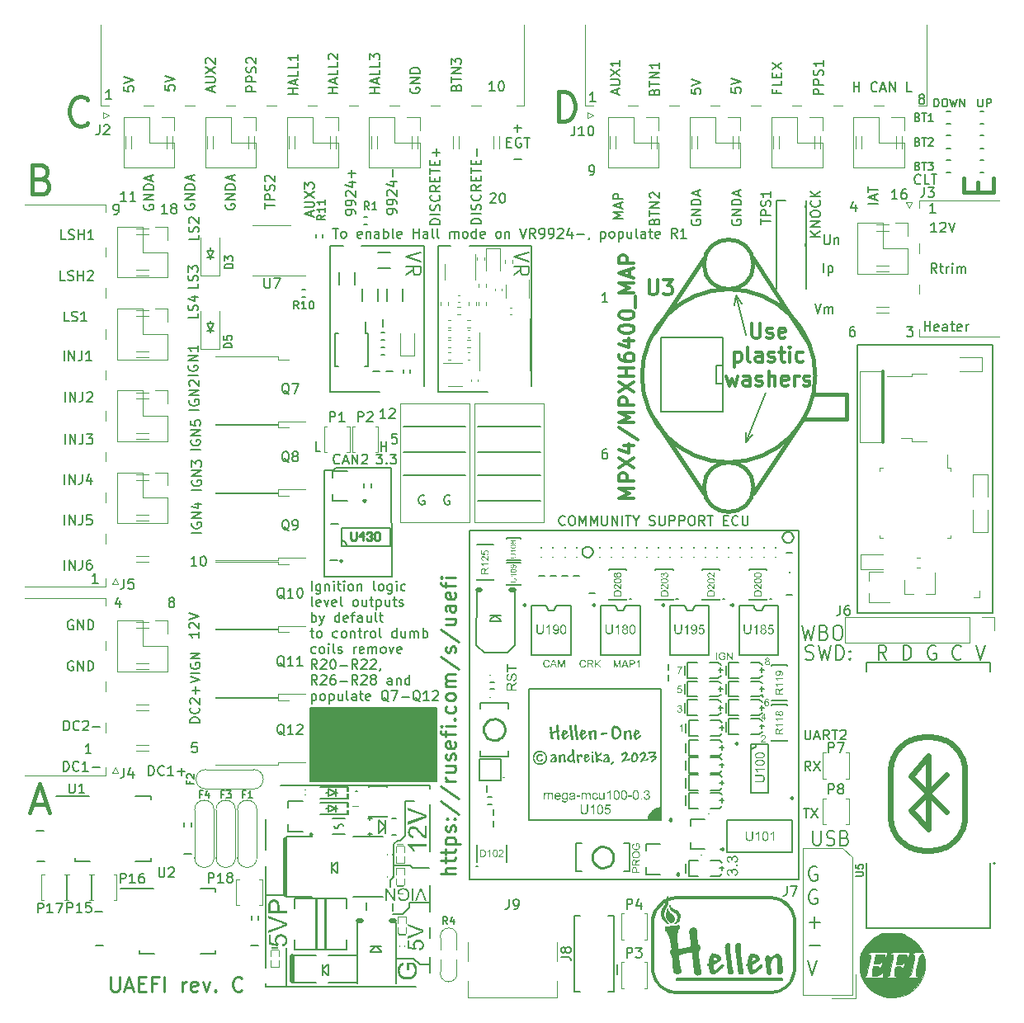
<source format=gto>
G75*
G70*
%OFA0B0*%
%FSLAX25Y25*%
%IPPOS*%
%LPD*%
%AMOC8*
5,1,8,0,0,1.08239X$1,22.5*
%
%ADD10C,0.00787*%
%ADD100C,0.01968*%
%ADD101C,0.01575*%
%ADD131C,0.01000*%
%ADD228C,0.00300*%
%ADD76C,0.01181*%
%ADD79C,0.00591*%
%ADD80C,0.00472*%
%ADD84C,0.01772*%
%ADD85C,0.00669*%
%ADD86C,0.00984*%
%ADD87C,0.00500*%
%ADD88C,0.01200*%
%ADD89C,0.00800*%
%ADD90C,0.02484*%
%ADD91C,0.00390*%
%ADD92C,0.00010*%
%ADD93C,0.01500*%
%ADD99C,0.00394*%
X0000000Y0000000D02*
%LPD*%
G01*
D79*
X0183071Y0211811D02*
X0208268Y0211811D01*
X0183071Y0201575D02*
X0208268Y0201575D01*
X0152756Y0231496D02*
X0177953Y0231496D01*
X0115236Y0117844D02*
X0166087Y0117844D01*
X0166087Y0088022D01*
X0115236Y0088022D01*
X0115236Y0117844D01*
G36*
X0115236Y0117844D02*
G01*
X0166087Y0117844D01*
X0166087Y0088022D01*
X0115236Y0088022D01*
X0115236Y0117844D01*
G37*
X0183071Y0221260D02*
X0208268Y0221260D01*
X0152756Y0211811D02*
X0177953Y0211811D01*
X0183071Y0231496D02*
X0208268Y0231496D01*
X0152756Y0221260D02*
X0177953Y0221260D01*
X0143757Y0221438D02*
X0143757Y0225375D01*
X0143757Y0223500D02*
X0146007Y0223500D01*
X0146007Y0221438D02*
X0146007Y0225375D01*
X0368232Y0310020D02*
X0365982Y0310020D01*
X0367107Y0310020D02*
X0367107Y0313957D01*
X0367107Y0313957D02*
X0366732Y0313395D01*
X0366732Y0313395D02*
X0366357Y0313020D01*
X0366357Y0313020D02*
X0365982Y0312833D01*
X0369732Y0313582D02*
X0369919Y0313770D01*
X0369919Y0313770D02*
X0370294Y0313957D01*
X0370294Y0313957D02*
X0371232Y0313957D01*
X0371232Y0313957D02*
X0371607Y0313770D01*
X0371607Y0313770D02*
X0371794Y0313582D01*
X0371794Y0313582D02*
X0371982Y0313208D01*
X0371982Y0313208D02*
X0371982Y0312833D01*
X0371982Y0312833D02*
X0371794Y0312270D01*
X0371794Y0312270D02*
X0369544Y0310020D01*
X0369544Y0310020D02*
X0371982Y0310020D01*
X0373106Y0313957D02*
X0374419Y0310020D01*
X0374419Y0310020D02*
X0375731Y0313957D01*
D84*
X0006749Y0331524D02*
X0008436Y0330961D01*
X0008436Y0330961D02*
X0008999Y0330399D01*
X0008999Y0330399D02*
X0009561Y0329274D01*
X0009561Y0329274D02*
X0009561Y0327587D01*
X0009561Y0327587D02*
X0008999Y0326462D01*
X0008999Y0326462D02*
X0008436Y0325899D01*
X0008436Y0325899D02*
X0007312Y0325337D01*
X0007312Y0325337D02*
X0002812Y0325337D01*
X0002812Y0325337D02*
X0002812Y0337148D01*
X0002812Y0337148D02*
X0006749Y0337148D01*
X0006749Y0337148D02*
X0007874Y0336585D01*
X0007874Y0336585D02*
X0008436Y0336023D01*
X0008436Y0336023D02*
X0008999Y0334898D01*
X0008999Y0334898D02*
X0008999Y0333773D01*
X0008999Y0333773D02*
X0008436Y0332648D01*
X0008436Y0332648D02*
X0007874Y0332086D01*
X0007874Y0332086D02*
X0006749Y0331524D01*
X0006749Y0331524D02*
X0002812Y0331524D01*
D79*
X0069441Y0103721D02*
X0067567Y0103721D01*
X0067567Y0103721D02*
X0067379Y0101846D01*
X0067379Y0101846D02*
X0067567Y0102034D01*
X0067567Y0102034D02*
X0067942Y0102221D01*
X0067942Y0102221D02*
X0068879Y0102221D01*
X0068879Y0102221D02*
X0069254Y0102034D01*
X0069254Y0102034D02*
X0069441Y0101846D01*
X0069441Y0101846D02*
X0069629Y0101471D01*
X0069629Y0101471D02*
X0069629Y0100534D01*
X0069629Y0100534D02*
X0069441Y0100159D01*
X0069441Y0100159D02*
X0069254Y0099972D01*
X0069254Y0099972D02*
X0068879Y0099784D01*
X0068879Y0099784D02*
X0067942Y0099784D01*
X0067942Y0099784D02*
X0067567Y0099972D01*
X0067567Y0099972D02*
X0067379Y0100159D01*
X0016020Y0173603D02*
X0016020Y0177540D01*
X0017895Y0173603D02*
X0017895Y0177540D01*
X0017895Y0177540D02*
X0020144Y0173603D01*
X0020144Y0173603D02*
X0020144Y0177540D01*
X0023144Y0177540D02*
X0023144Y0174728D01*
X0023144Y0174728D02*
X0022957Y0174166D01*
X0022957Y0174166D02*
X0022582Y0173791D01*
X0022582Y0173791D02*
X0022019Y0173603D01*
X0022019Y0173603D02*
X0021644Y0173603D01*
X0026706Y0177540D02*
X0025956Y0177540D01*
X0025956Y0177540D02*
X0025581Y0177353D01*
X0025581Y0177353D02*
X0025394Y0177165D01*
X0025394Y0177165D02*
X0025019Y0176603D01*
X0025019Y0176603D02*
X0024831Y0175853D01*
X0024831Y0175853D02*
X0024831Y0174353D01*
X0024831Y0174353D02*
X0025019Y0173978D01*
X0025019Y0173978D02*
X0025206Y0173791D01*
X0025206Y0173791D02*
X0025581Y0173603D01*
X0025581Y0173603D02*
X0026331Y0173603D01*
X0026331Y0173603D02*
X0026706Y0173791D01*
X0026706Y0173791D02*
X0026894Y0173978D01*
X0026894Y0173978D02*
X0027081Y0174353D01*
X0027081Y0174353D02*
X0027081Y0175290D01*
X0027081Y0175290D02*
X0026894Y0175665D01*
X0026894Y0175665D02*
X0026706Y0175853D01*
X0026706Y0175853D02*
X0026331Y0176040D01*
X0026331Y0176040D02*
X0025581Y0176040D01*
X0025581Y0176040D02*
X0025206Y0175853D01*
X0025206Y0175853D02*
X0025019Y0175665D01*
X0025019Y0175665D02*
X0024831Y0175290D01*
X0070098Y0308886D02*
X0070098Y0307012D01*
X0070098Y0307012D02*
X0066161Y0307012D01*
X0069910Y0310011D02*
X0070098Y0310574D01*
X0070098Y0310574D02*
X0070098Y0311511D01*
X0070098Y0311511D02*
X0069910Y0311886D01*
X0069910Y0311886D02*
X0069723Y0312073D01*
X0069723Y0312073D02*
X0069348Y0312261D01*
X0069348Y0312261D02*
X0068973Y0312261D01*
X0068973Y0312261D02*
X0068598Y0312073D01*
X0068598Y0312073D02*
X0068410Y0311886D01*
X0068410Y0311886D02*
X0068223Y0311511D01*
X0068223Y0311511D02*
X0068035Y0310761D01*
X0068035Y0310761D02*
X0067848Y0310386D01*
X0067848Y0310386D02*
X0067661Y0310199D01*
X0067661Y0310199D02*
X0067286Y0310011D01*
X0067286Y0310011D02*
X0066911Y0310011D01*
X0066911Y0310011D02*
X0066536Y0310199D01*
X0066536Y0310199D02*
X0066348Y0310386D01*
X0066348Y0310386D02*
X0066161Y0310761D01*
X0066161Y0310761D02*
X0066161Y0311699D01*
X0066161Y0311699D02*
X0066348Y0312261D01*
X0066536Y0313761D02*
X0066348Y0313948D01*
X0066348Y0313948D02*
X0066161Y0314323D01*
X0066161Y0314323D02*
X0066161Y0315261D01*
X0066161Y0315261D02*
X0066348Y0315636D01*
X0066348Y0315636D02*
X0066536Y0315823D01*
X0066536Y0315823D02*
X0066911Y0316010D01*
X0066911Y0316010D02*
X0067286Y0316010D01*
X0067286Y0316010D02*
X0067848Y0315823D01*
X0067848Y0315823D02*
X0070098Y0313573D01*
X0070098Y0313573D02*
X0070098Y0316010D01*
X0016020Y0208249D02*
X0016020Y0212186D01*
X0017895Y0208249D02*
X0017895Y0212186D01*
X0017895Y0212186D02*
X0020144Y0208249D01*
X0020144Y0208249D02*
X0020144Y0212186D01*
X0023144Y0212186D02*
X0023144Y0209374D01*
X0023144Y0209374D02*
X0022957Y0208811D01*
X0022957Y0208811D02*
X0022582Y0208436D01*
X0022582Y0208436D02*
X0022019Y0208249D01*
X0022019Y0208249D02*
X0021644Y0208249D01*
X0026706Y0210873D02*
X0026706Y0208249D01*
X0025769Y0212373D02*
X0024831Y0209561D01*
X0024831Y0209561D02*
X0027268Y0209561D01*
X0016273Y0290532D02*
X0014398Y0290532D01*
X0014398Y0290532D02*
X0014398Y0294469D01*
X0017398Y0290720D02*
X0017960Y0290532D01*
X0017960Y0290532D02*
X0018898Y0290532D01*
X0018898Y0290532D02*
X0019273Y0290720D01*
X0019273Y0290720D02*
X0019460Y0290907D01*
X0019460Y0290907D02*
X0019648Y0291282D01*
X0019648Y0291282D02*
X0019648Y0291657D01*
X0019648Y0291657D02*
X0019460Y0292032D01*
X0019460Y0292032D02*
X0019273Y0292220D01*
X0019273Y0292220D02*
X0018898Y0292407D01*
X0018898Y0292407D02*
X0018148Y0292594D01*
X0018148Y0292594D02*
X0017773Y0292782D01*
X0017773Y0292782D02*
X0017585Y0292969D01*
X0017585Y0292969D02*
X0017398Y0293344D01*
X0017398Y0293344D02*
X0017398Y0293719D01*
X0017398Y0293719D02*
X0017585Y0294094D01*
X0017585Y0294094D02*
X0017773Y0294282D01*
X0017773Y0294282D02*
X0018148Y0294469D01*
X0018148Y0294469D02*
X0019085Y0294469D01*
X0019085Y0294469D02*
X0019648Y0294282D01*
X0021335Y0290532D02*
X0021335Y0294469D01*
X0021335Y0292594D02*
X0023585Y0292594D01*
X0023585Y0290532D02*
X0023585Y0294469D01*
X0025272Y0294094D02*
X0025459Y0294282D01*
X0025459Y0294282D02*
X0025834Y0294469D01*
X0025834Y0294469D02*
X0026772Y0294469D01*
X0026772Y0294469D02*
X0027147Y0294282D01*
X0027147Y0294282D02*
X0027334Y0294094D01*
X0027334Y0294094D02*
X0027522Y0293719D01*
X0027522Y0293719D02*
X0027522Y0293344D01*
X0027522Y0293344D02*
X0027334Y0292782D01*
X0027334Y0292782D02*
X0025084Y0290532D01*
X0025084Y0290532D02*
X0027522Y0290532D01*
X0057518Y0317501D02*
X0055268Y0317501D01*
X0056393Y0317501D02*
X0056393Y0321438D01*
X0056393Y0321438D02*
X0056018Y0320875D01*
X0056018Y0320875D02*
X0055643Y0320500D01*
X0055643Y0320500D02*
X0055268Y0320313D01*
X0059768Y0319750D02*
X0059393Y0319938D01*
X0059393Y0319938D02*
X0059205Y0320125D01*
X0059205Y0320125D02*
X0059018Y0320500D01*
X0059018Y0320500D02*
X0059018Y0320688D01*
X0059018Y0320688D02*
X0059205Y0321063D01*
X0059205Y0321063D02*
X0059393Y0321250D01*
X0059393Y0321250D02*
X0059768Y0321438D01*
X0059768Y0321438D02*
X0060517Y0321438D01*
X0060517Y0321438D02*
X0060892Y0321250D01*
X0060892Y0321250D02*
X0061080Y0321063D01*
X0061080Y0321063D02*
X0061267Y0320688D01*
X0061267Y0320688D02*
X0061267Y0320500D01*
X0061267Y0320500D02*
X0061080Y0320125D01*
X0061080Y0320125D02*
X0060892Y0319938D01*
X0060892Y0319938D02*
X0060517Y0319750D01*
X0060517Y0319750D02*
X0059768Y0319750D01*
X0059768Y0319750D02*
X0059393Y0319563D01*
X0059393Y0319563D02*
X0059205Y0319375D01*
X0059205Y0319375D02*
X0059018Y0319001D01*
X0059018Y0319001D02*
X0059018Y0318251D01*
X0059018Y0318251D02*
X0059205Y0317876D01*
X0059205Y0317876D02*
X0059393Y0317688D01*
X0059393Y0317688D02*
X0059768Y0317501D01*
X0059768Y0317501D02*
X0060517Y0317501D01*
X0060517Y0317501D02*
X0060892Y0317688D01*
X0060892Y0317688D02*
X0061080Y0317876D01*
X0061080Y0317876D02*
X0061267Y0318251D01*
X0061267Y0318251D02*
X0061267Y0319001D01*
X0061267Y0319001D02*
X0061080Y0319375D01*
X0061080Y0319375D02*
X0060892Y0319563D01*
X0060892Y0319563D02*
X0060517Y0319750D01*
X0015720Y0108642D02*
X0015720Y0112579D01*
X0015720Y0112579D02*
X0016657Y0112579D01*
X0016657Y0112579D02*
X0017220Y0112392D01*
X0017220Y0112392D02*
X0017595Y0112017D01*
X0017595Y0112017D02*
X0017782Y0111642D01*
X0017782Y0111642D02*
X0017970Y0110892D01*
X0017970Y0110892D02*
X0017970Y0110330D01*
X0017970Y0110330D02*
X0017782Y0109580D01*
X0017782Y0109580D02*
X0017595Y0109205D01*
X0017595Y0109205D02*
X0017220Y0108830D01*
X0017220Y0108830D02*
X0016657Y0108642D01*
X0016657Y0108642D02*
X0015720Y0108642D01*
X0021907Y0109017D02*
X0021719Y0108830D01*
X0021719Y0108830D02*
X0021157Y0108642D01*
X0021157Y0108642D02*
X0020782Y0108642D01*
X0020782Y0108642D02*
X0020219Y0108830D01*
X0020219Y0108830D02*
X0019844Y0109205D01*
X0019844Y0109205D02*
X0019657Y0109580D01*
X0019657Y0109580D02*
X0019469Y0110330D01*
X0019469Y0110330D02*
X0019469Y0110892D01*
X0019469Y0110892D02*
X0019657Y0111642D01*
X0019657Y0111642D02*
X0019844Y0112017D01*
X0019844Y0112017D02*
X0020219Y0112392D01*
X0020219Y0112392D02*
X0020782Y0112579D01*
X0020782Y0112579D02*
X0021157Y0112579D01*
X0021157Y0112579D02*
X0021719Y0112392D01*
X0021719Y0112392D02*
X0021907Y0112205D01*
X0023406Y0112205D02*
X0023594Y0112392D01*
X0023594Y0112392D02*
X0023969Y0112579D01*
X0023969Y0112579D02*
X0024906Y0112579D01*
X0024906Y0112579D02*
X0025281Y0112392D01*
X0025281Y0112392D02*
X0025469Y0112205D01*
X0025469Y0112205D02*
X0025656Y0111830D01*
X0025656Y0111830D02*
X0025656Y0111455D01*
X0025656Y0111455D02*
X0025469Y0110892D01*
X0025469Y0110892D02*
X0023219Y0108642D01*
X0023219Y0108642D02*
X0025656Y0108642D01*
X0027343Y0110142D02*
X0030343Y0110142D01*
X0039980Y0368935D02*
X0039980Y0367060D01*
X0039980Y0367060D02*
X0041854Y0366873D01*
X0041854Y0366873D02*
X0041667Y0367060D01*
X0041667Y0367060D02*
X0041479Y0367435D01*
X0041479Y0367435D02*
X0041479Y0368373D01*
X0041479Y0368373D02*
X0041667Y0368748D01*
X0041667Y0368748D02*
X0041854Y0368935D01*
X0041854Y0368935D02*
X0042229Y0369123D01*
X0042229Y0369123D02*
X0043167Y0369123D01*
X0043167Y0369123D02*
X0043542Y0368935D01*
X0043542Y0368935D02*
X0043729Y0368748D01*
X0043729Y0368748D02*
X0043917Y0368373D01*
X0043917Y0368373D02*
X0043917Y0367435D01*
X0043917Y0367435D02*
X0043729Y0367060D01*
X0043729Y0367060D02*
X0043542Y0366873D01*
X0039980Y0370247D02*
X0043917Y0371560D01*
X0043917Y0371560D02*
X0039980Y0372872D01*
X0230456Y0362776D02*
X0228206Y0362776D01*
X0229331Y0362776D02*
X0229331Y0366713D01*
X0229331Y0366713D02*
X0228956Y0366151D01*
X0228956Y0366151D02*
X0228581Y0365776D01*
X0228581Y0365776D02*
X0228206Y0365588D01*
X0126397Y0366142D02*
X0122460Y0366142D01*
X0124335Y0366142D02*
X0124335Y0368391D01*
X0126397Y0368391D02*
X0122460Y0368391D01*
X0125272Y0370079D02*
X0125272Y0371954D01*
X0126397Y0369704D02*
X0122460Y0371016D01*
X0122460Y0371016D02*
X0126397Y0372328D01*
X0126397Y0375516D02*
X0126397Y0373641D01*
X0126397Y0373641D02*
X0122460Y0373641D01*
X0126397Y0378703D02*
X0126397Y0376828D01*
X0126397Y0376828D02*
X0122460Y0376828D01*
X0122835Y0379828D02*
X0122647Y0380015D01*
X0122647Y0380015D02*
X0122460Y0380390D01*
X0122460Y0380390D02*
X0122460Y0381327D01*
X0122460Y0381327D02*
X0122647Y0381702D01*
X0122647Y0381702D02*
X0122835Y0381890D01*
X0122835Y0381890D02*
X0123210Y0382077D01*
X0123210Y0382077D02*
X0123585Y0382077D01*
X0123585Y0382077D02*
X0124147Y0381890D01*
X0124147Y0381890D02*
X0126397Y0379640D01*
X0126397Y0379640D02*
X0126397Y0382077D01*
X0167657Y0313106D02*
X0163720Y0313106D01*
X0163720Y0313106D02*
X0163720Y0314044D01*
X0163720Y0314044D02*
X0163907Y0314606D01*
X0163907Y0314606D02*
X0164282Y0314981D01*
X0164282Y0314981D02*
X0164657Y0315169D01*
X0164657Y0315169D02*
X0165407Y0315356D01*
X0165407Y0315356D02*
X0165969Y0315356D01*
X0165969Y0315356D02*
X0166719Y0315169D01*
X0166719Y0315169D02*
X0167094Y0314981D01*
X0167094Y0314981D02*
X0167469Y0314606D01*
X0167469Y0314606D02*
X0167657Y0314044D01*
X0167657Y0314044D02*
X0167657Y0313106D01*
X0167657Y0317044D02*
X0163720Y0317044D01*
X0167469Y0318731D02*
X0167657Y0319293D01*
X0167657Y0319293D02*
X0167657Y0320231D01*
X0167657Y0320231D02*
X0167469Y0320606D01*
X0167469Y0320606D02*
X0167282Y0320793D01*
X0167282Y0320793D02*
X0166907Y0320981D01*
X0166907Y0320981D02*
X0166532Y0320981D01*
X0166532Y0320981D02*
X0166157Y0320793D01*
X0166157Y0320793D02*
X0165969Y0320606D01*
X0165969Y0320606D02*
X0165782Y0320231D01*
X0165782Y0320231D02*
X0165595Y0319481D01*
X0165595Y0319481D02*
X0165407Y0319106D01*
X0165407Y0319106D02*
X0165220Y0318918D01*
X0165220Y0318918D02*
X0164845Y0318731D01*
X0164845Y0318731D02*
X0164470Y0318731D01*
X0164470Y0318731D02*
X0164095Y0318918D01*
X0164095Y0318918D02*
X0163907Y0319106D01*
X0163907Y0319106D02*
X0163720Y0319481D01*
X0163720Y0319481D02*
X0163720Y0320418D01*
X0163720Y0320418D02*
X0163907Y0320981D01*
X0167282Y0324918D02*
X0167469Y0324730D01*
X0167469Y0324730D02*
X0167657Y0324168D01*
X0167657Y0324168D02*
X0167657Y0323793D01*
X0167657Y0323793D02*
X0167469Y0323230D01*
X0167469Y0323230D02*
X0167094Y0322855D01*
X0167094Y0322855D02*
X0166719Y0322668D01*
X0166719Y0322668D02*
X0165969Y0322480D01*
X0165969Y0322480D02*
X0165407Y0322480D01*
X0165407Y0322480D02*
X0164657Y0322668D01*
X0164657Y0322668D02*
X0164282Y0322855D01*
X0164282Y0322855D02*
X0163907Y0323230D01*
X0163907Y0323230D02*
X0163720Y0323793D01*
X0163720Y0323793D02*
X0163720Y0324168D01*
X0163720Y0324168D02*
X0163907Y0324730D01*
X0163907Y0324730D02*
X0164095Y0324918D01*
X0167657Y0328855D02*
X0165782Y0327542D01*
X0167657Y0326605D02*
X0163720Y0326605D01*
X0163720Y0326605D02*
X0163720Y0328105D01*
X0163720Y0328105D02*
X0163907Y0328480D01*
X0163907Y0328480D02*
X0164095Y0328667D01*
X0164095Y0328667D02*
X0164470Y0328855D01*
X0164470Y0328855D02*
X0165032Y0328855D01*
X0165032Y0328855D02*
X0165407Y0328667D01*
X0165407Y0328667D02*
X0165595Y0328480D01*
X0165595Y0328480D02*
X0165782Y0328105D01*
X0165782Y0328105D02*
X0165782Y0326605D01*
X0165595Y0330542D02*
X0165595Y0331854D01*
X0167657Y0332417D02*
X0167657Y0330542D01*
X0167657Y0330542D02*
X0163720Y0330542D01*
X0163720Y0330542D02*
X0163720Y0332417D01*
X0163720Y0333541D02*
X0163720Y0335791D01*
X0167657Y0334666D02*
X0163720Y0334666D01*
X0165595Y0337103D02*
X0165595Y0338416D01*
X0167657Y0338978D02*
X0167657Y0337103D01*
X0167657Y0337103D02*
X0163720Y0337103D01*
X0163720Y0337103D02*
X0163720Y0338978D01*
X0166157Y0340666D02*
X0166157Y0343665D01*
X0167657Y0342165D02*
X0164657Y0342165D01*
D10*
X0319820Y0053556D02*
X0319295Y0053837D01*
X0319295Y0053837D02*
X0318508Y0053837D01*
X0318508Y0053837D02*
X0317721Y0053556D01*
X0317721Y0053556D02*
X0317196Y0052994D01*
X0317196Y0052994D02*
X0316933Y0052431D01*
X0316933Y0052431D02*
X0316671Y0051307D01*
X0316671Y0051307D02*
X0316671Y0050463D01*
X0316671Y0050463D02*
X0316933Y0049338D01*
X0316933Y0049338D02*
X0317196Y0048776D01*
X0317196Y0048776D02*
X0317721Y0048213D01*
X0317721Y0048213D02*
X0318508Y0047932D01*
X0318508Y0047932D02*
X0319033Y0047932D01*
X0319033Y0047932D02*
X0319820Y0048213D01*
X0319820Y0048213D02*
X0320083Y0048494D01*
X0320083Y0048494D02*
X0320083Y0050463D01*
X0320083Y0050463D02*
X0319033Y0050463D01*
X0319820Y0044048D02*
X0319295Y0044330D01*
X0319295Y0044330D02*
X0318508Y0044330D01*
X0318508Y0044330D02*
X0317721Y0044048D01*
X0317721Y0044048D02*
X0317196Y0043486D01*
X0317196Y0043486D02*
X0316933Y0042923D01*
X0316933Y0042923D02*
X0316671Y0041799D01*
X0316671Y0041799D02*
X0316671Y0040955D01*
X0316671Y0040955D02*
X0316933Y0039830D01*
X0316933Y0039830D02*
X0317196Y0039268D01*
X0317196Y0039268D02*
X0317721Y0038705D01*
X0317721Y0038705D02*
X0318508Y0038424D01*
X0318508Y0038424D02*
X0319033Y0038424D01*
X0319033Y0038424D02*
X0319820Y0038705D01*
X0319820Y0038705D02*
X0320083Y0038986D01*
X0320083Y0038986D02*
X0320083Y0040955D01*
X0320083Y0040955D02*
X0319033Y0040955D01*
X0316933Y0031166D02*
X0321133Y0031166D01*
X0319033Y0028916D02*
X0319033Y0033416D01*
X0316933Y0021658D02*
X0321133Y0021658D01*
X0316146Y0015806D02*
X0317983Y0009900D01*
X0317983Y0009900D02*
X0319820Y0015806D01*
D79*
X0321279Y0308230D02*
X0317342Y0308230D01*
X0321279Y0310480D02*
X0319029Y0308793D01*
X0317342Y0310480D02*
X0319592Y0308230D01*
X0321279Y0312167D02*
X0317342Y0312167D01*
X0317342Y0312167D02*
X0321279Y0314417D01*
X0321279Y0314417D02*
X0317342Y0314417D01*
X0317342Y0317042D02*
X0317342Y0317792D01*
X0317342Y0317792D02*
X0317529Y0318166D01*
X0317529Y0318166D02*
X0317904Y0318541D01*
X0317904Y0318541D02*
X0318654Y0318729D01*
X0318654Y0318729D02*
X0319966Y0318729D01*
X0319966Y0318729D02*
X0320716Y0318541D01*
X0320716Y0318541D02*
X0321091Y0318166D01*
X0321091Y0318166D02*
X0321279Y0317792D01*
X0321279Y0317792D02*
X0321279Y0317042D01*
X0321279Y0317042D02*
X0321091Y0316667D01*
X0321091Y0316667D02*
X0320716Y0316292D01*
X0320716Y0316292D02*
X0319966Y0316104D01*
X0319966Y0316104D02*
X0318654Y0316104D01*
X0318654Y0316104D02*
X0317904Y0316292D01*
X0317904Y0316292D02*
X0317529Y0316667D01*
X0317529Y0316667D02*
X0317342Y0317042D01*
X0320904Y0322666D02*
X0321091Y0322478D01*
X0321091Y0322478D02*
X0321279Y0321916D01*
X0321279Y0321916D02*
X0321279Y0321541D01*
X0321279Y0321541D02*
X0321091Y0320979D01*
X0321091Y0320979D02*
X0320716Y0320604D01*
X0320716Y0320604D02*
X0320341Y0320416D01*
X0320341Y0320416D02*
X0319592Y0320229D01*
X0319592Y0320229D02*
X0319029Y0320229D01*
X0319029Y0320229D02*
X0318279Y0320416D01*
X0318279Y0320416D02*
X0317904Y0320604D01*
X0317904Y0320604D02*
X0317529Y0320979D01*
X0317529Y0320979D02*
X0317342Y0321541D01*
X0317342Y0321541D02*
X0317342Y0321916D01*
X0317342Y0321916D02*
X0317529Y0322478D01*
X0317529Y0322478D02*
X0317717Y0322666D01*
X0321279Y0324353D02*
X0317342Y0324353D01*
X0321279Y0326603D02*
X0319029Y0324916D01*
X0317342Y0326603D02*
X0319592Y0324353D01*
X0315105Y0108938D02*
X0315105Y0105751D01*
X0315105Y0105751D02*
X0315293Y0105376D01*
X0315293Y0105376D02*
X0315480Y0105188D01*
X0315480Y0105188D02*
X0315855Y0105001D01*
X0315855Y0105001D02*
X0316605Y0105001D01*
X0316605Y0105001D02*
X0316980Y0105188D01*
X0316980Y0105188D02*
X0317168Y0105376D01*
X0317168Y0105376D02*
X0317355Y0105751D01*
X0317355Y0105751D02*
X0317355Y0108938D01*
X0319042Y0106126D02*
X0320917Y0106126D01*
X0318667Y0105001D02*
X0319980Y0108938D01*
X0319980Y0108938D02*
X0321292Y0105001D01*
X0324854Y0105001D02*
X0323542Y0106875D01*
X0322604Y0105001D02*
X0322604Y0108938D01*
X0322604Y0108938D02*
X0324104Y0108938D01*
X0324104Y0108938D02*
X0324479Y0108750D01*
X0324479Y0108750D02*
X0324667Y0108563D01*
X0324667Y0108563D02*
X0324854Y0108188D01*
X0324854Y0108188D02*
X0324854Y0107625D01*
X0324854Y0107625D02*
X0324667Y0107250D01*
X0324667Y0107250D02*
X0324479Y0107063D01*
X0324479Y0107063D02*
X0324104Y0106875D01*
X0324104Y0106875D02*
X0322604Y0106875D01*
X0325979Y0108938D02*
X0328229Y0108938D01*
X0327104Y0105001D02*
X0327104Y0108938D01*
X0329354Y0108563D02*
X0329541Y0108750D01*
X0329541Y0108750D02*
X0329916Y0108938D01*
X0329916Y0108938D02*
X0330853Y0108938D01*
X0330853Y0108938D02*
X0331228Y0108750D01*
X0331228Y0108750D02*
X0331416Y0108563D01*
X0331416Y0108563D02*
X0331603Y0108188D01*
X0331603Y0108188D02*
X0331603Y0107813D01*
X0331603Y0107813D02*
X0331416Y0107250D01*
X0331416Y0107250D02*
X0329166Y0105001D01*
X0329166Y0105001D02*
X0331603Y0105001D01*
X0317355Y0092324D02*
X0316043Y0094198D01*
X0315105Y0092324D02*
X0315105Y0096261D01*
X0315105Y0096261D02*
X0316605Y0096261D01*
X0316605Y0096261D02*
X0316980Y0096073D01*
X0316980Y0096073D02*
X0317168Y0095886D01*
X0317168Y0095886D02*
X0317355Y0095511D01*
X0317355Y0095511D02*
X0317355Y0094948D01*
X0317355Y0094948D02*
X0317168Y0094573D01*
X0317168Y0094573D02*
X0316980Y0094386D01*
X0316980Y0094386D02*
X0316605Y0094198D01*
X0316605Y0094198D02*
X0315105Y0094198D01*
X0318667Y0096261D02*
X0321292Y0092324D01*
X0321292Y0096261D02*
X0318667Y0092324D01*
X0314543Y0077245D02*
X0316793Y0077245D01*
X0315668Y0073308D02*
X0315668Y0077245D01*
X0317730Y0077245D02*
X0320355Y0073308D01*
X0320355Y0077245D02*
X0317730Y0073308D01*
D84*
X0003093Y0078711D02*
X0008718Y0078711D01*
X0001969Y0075337D02*
X0005906Y0087148D01*
X0005906Y0087148D02*
X0009843Y0075337D01*
D79*
X0056515Y0369329D02*
X0056515Y0367454D01*
X0056515Y0367454D02*
X0058390Y0367267D01*
X0058390Y0367267D02*
X0058202Y0367454D01*
X0058202Y0367454D02*
X0058015Y0367829D01*
X0058015Y0367829D02*
X0058015Y0368766D01*
X0058015Y0368766D02*
X0058202Y0369141D01*
X0058202Y0369141D02*
X0058390Y0369329D01*
X0058390Y0369329D02*
X0058765Y0369516D01*
X0058765Y0369516D02*
X0059702Y0369516D01*
X0059702Y0369516D02*
X0060077Y0369329D01*
X0060077Y0369329D02*
X0060265Y0369141D01*
X0060265Y0369141D02*
X0060452Y0368766D01*
X0060452Y0368766D02*
X0060452Y0367829D01*
X0060452Y0367829D02*
X0060265Y0367454D01*
X0060265Y0367454D02*
X0060077Y0367267D01*
X0056515Y0370641D02*
X0060452Y0371954D01*
X0060452Y0371954D02*
X0056515Y0373266D01*
X0352400Y0323406D02*
X0350150Y0323406D01*
X0351275Y0323406D02*
X0351275Y0327343D01*
X0351275Y0327343D02*
X0350900Y0326781D01*
X0350900Y0326781D02*
X0350525Y0326406D01*
X0350525Y0326406D02*
X0350150Y0326218D01*
X0355774Y0327343D02*
X0355024Y0327343D01*
X0355024Y0327343D02*
X0354649Y0327156D01*
X0354649Y0327156D02*
X0354462Y0326968D01*
X0354462Y0326968D02*
X0354087Y0326406D01*
X0354087Y0326406D02*
X0353900Y0325656D01*
X0353900Y0325656D02*
X0353900Y0324156D01*
X0353900Y0324156D02*
X0354087Y0323781D01*
X0354087Y0323781D02*
X0354274Y0323594D01*
X0354274Y0323594D02*
X0354649Y0323406D01*
X0354649Y0323406D02*
X0355399Y0323406D01*
X0355399Y0323406D02*
X0355774Y0323594D01*
X0355774Y0323594D02*
X0355962Y0323781D01*
X0355962Y0323781D02*
X0356149Y0324156D01*
X0356149Y0324156D02*
X0356149Y0325094D01*
X0356149Y0325094D02*
X0355962Y0325468D01*
X0355962Y0325468D02*
X0355774Y0325656D01*
X0355774Y0325656D02*
X0355399Y0325843D01*
X0355399Y0325843D02*
X0354649Y0325843D01*
X0354649Y0325843D02*
X0354274Y0325656D01*
X0354274Y0325656D02*
X0354087Y0325468D01*
X0354087Y0325468D02*
X0353900Y0325094D01*
X0174138Y0368466D02*
X0174325Y0369029D01*
X0174325Y0369029D02*
X0174513Y0369216D01*
X0174513Y0369216D02*
X0174888Y0369404D01*
X0174888Y0369404D02*
X0175450Y0369404D01*
X0175450Y0369404D02*
X0175825Y0369216D01*
X0175825Y0369216D02*
X0176013Y0369029D01*
X0176013Y0369029D02*
X0176200Y0368654D01*
X0176200Y0368654D02*
X0176200Y0367154D01*
X0176200Y0367154D02*
X0172263Y0367154D01*
X0172263Y0367154D02*
X0172263Y0368466D01*
X0172263Y0368466D02*
X0172451Y0368841D01*
X0172451Y0368841D02*
X0172638Y0369029D01*
X0172638Y0369029D02*
X0173013Y0369216D01*
X0173013Y0369216D02*
X0173388Y0369216D01*
X0173388Y0369216D02*
X0173763Y0369029D01*
X0173763Y0369029D02*
X0173950Y0368841D01*
X0173950Y0368841D02*
X0174138Y0368466D01*
X0174138Y0368466D02*
X0174138Y0367154D01*
X0172263Y0370529D02*
X0172263Y0372778D01*
X0176200Y0371654D02*
X0172263Y0371654D01*
X0176200Y0374091D02*
X0172263Y0374091D01*
X0172263Y0374091D02*
X0176200Y0376340D01*
X0176200Y0376340D02*
X0172263Y0376340D01*
X0172263Y0377840D02*
X0172263Y0380277D01*
X0172263Y0380277D02*
X0173763Y0378965D01*
X0173763Y0378965D02*
X0173763Y0379528D01*
X0173763Y0379528D02*
X0173950Y0379903D01*
X0173950Y0379903D02*
X0174138Y0380090D01*
X0174138Y0380090D02*
X0174513Y0380277D01*
X0174513Y0380277D02*
X0175450Y0380277D01*
X0175450Y0380277D02*
X0175825Y0380090D01*
X0175825Y0380090D02*
X0176013Y0379903D01*
X0176013Y0379903D02*
X0176200Y0379528D01*
X0176200Y0379528D02*
X0176200Y0378403D01*
X0176200Y0378403D02*
X0176013Y0378028D01*
X0176013Y0378028D02*
X0175825Y0377840D01*
X0075666Y0366873D02*
X0075666Y0368748D01*
X0076791Y0366498D02*
X0072854Y0367810D01*
X0072854Y0367810D02*
X0076791Y0369123D01*
X0072854Y0370435D02*
X0076041Y0370435D01*
X0076041Y0370435D02*
X0076416Y0370622D01*
X0076416Y0370622D02*
X0076603Y0370810D01*
X0076603Y0370810D02*
X0076791Y0371185D01*
X0076791Y0371185D02*
X0076791Y0371935D01*
X0076791Y0371935D02*
X0076603Y0372310D01*
X0076603Y0372310D02*
X0076416Y0372497D01*
X0076416Y0372497D02*
X0076041Y0372685D01*
X0076041Y0372685D02*
X0072854Y0372685D01*
X0072854Y0374184D02*
X0076791Y0376809D01*
X0072854Y0376809D02*
X0076791Y0374184D01*
X0073229Y0378121D02*
X0073041Y0378309D01*
X0073041Y0378309D02*
X0072854Y0378684D01*
X0072854Y0378684D02*
X0072854Y0379621D01*
X0072854Y0379621D02*
X0073041Y0379996D01*
X0073041Y0379996D02*
X0073229Y0380184D01*
X0073229Y0380184D02*
X0073604Y0380371D01*
X0073604Y0380371D02*
X0073978Y0380371D01*
X0073978Y0380371D02*
X0074541Y0380184D01*
X0074541Y0380184D02*
X0076791Y0377934D01*
X0076791Y0377934D02*
X0076791Y0380371D01*
X0038348Y0161070D02*
X0038348Y0158446D01*
X0037411Y0162570D02*
X0036474Y0159758D01*
X0036474Y0159758D02*
X0038911Y0159758D01*
X0141939Y0220257D02*
X0144376Y0220257D01*
X0144376Y0220257D02*
X0143063Y0218757D01*
X0143063Y0218757D02*
X0143626Y0218757D01*
X0143626Y0218757D02*
X0144001Y0218569D01*
X0144001Y0218569D02*
X0144188Y0218382D01*
X0144188Y0218382D02*
X0144376Y0218007D01*
X0144376Y0218007D02*
X0144376Y0217070D01*
X0144376Y0217070D02*
X0144188Y0216695D01*
X0144188Y0216695D02*
X0144001Y0216507D01*
X0144001Y0216507D02*
X0143626Y0216320D01*
X0143626Y0216320D02*
X0142501Y0216320D01*
X0142501Y0216320D02*
X0142126Y0216507D01*
X0142126Y0216507D02*
X0141939Y0216695D01*
X0146063Y0216695D02*
X0146250Y0216507D01*
X0146250Y0216507D02*
X0146063Y0216320D01*
X0146063Y0216320D02*
X0145876Y0216507D01*
X0145876Y0216507D02*
X0146063Y0216695D01*
X0146063Y0216695D02*
X0146063Y0216320D01*
X0147563Y0220257D02*
X0150000Y0220257D01*
X0150000Y0220257D02*
X0148688Y0218757D01*
X0148688Y0218757D02*
X0149250Y0218757D01*
X0149250Y0218757D02*
X0149625Y0218569D01*
X0149625Y0218569D02*
X0149813Y0218382D01*
X0149813Y0218382D02*
X0150000Y0218007D01*
X0150000Y0218007D02*
X0150000Y0217070D01*
X0150000Y0217070D02*
X0149813Y0216695D01*
X0149813Y0216695D02*
X0149625Y0216507D01*
X0149625Y0216507D02*
X0149250Y0216320D01*
X0149250Y0216320D02*
X0148125Y0216320D01*
X0148125Y0216320D02*
X0147750Y0216507D01*
X0147750Y0216507D02*
X0147563Y0216695D01*
X0297263Y0313236D02*
X0297263Y0315486D01*
X0301200Y0314361D02*
X0297263Y0314361D01*
X0301200Y0316798D02*
X0297263Y0316798D01*
X0297263Y0316798D02*
X0297263Y0318298D01*
X0297263Y0318298D02*
X0297451Y0318673D01*
X0297451Y0318673D02*
X0297638Y0318860D01*
X0297638Y0318860D02*
X0298013Y0319048D01*
X0298013Y0319048D02*
X0298575Y0319048D01*
X0298575Y0319048D02*
X0298950Y0318860D01*
X0298950Y0318860D02*
X0299138Y0318673D01*
X0299138Y0318673D02*
X0299325Y0318298D01*
X0299325Y0318298D02*
X0299325Y0316798D01*
X0301013Y0320547D02*
X0301200Y0321110D01*
X0301200Y0321110D02*
X0301200Y0322047D01*
X0301200Y0322047D02*
X0301013Y0322422D01*
X0301013Y0322422D02*
X0300825Y0322610D01*
X0300825Y0322610D02*
X0300450Y0322797D01*
X0300450Y0322797D02*
X0300075Y0322797D01*
X0300075Y0322797D02*
X0299700Y0322610D01*
X0299700Y0322610D02*
X0299513Y0322422D01*
X0299513Y0322422D02*
X0299325Y0322047D01*
X0299325Y0322047D02*
X0299138Y0321297D01*
X0299138Y0321297D02*
X0298950Y0320922D01*
X0298950Y0320922D02*
X0298763Y0320735D01*
X0298763Y0320735D02*
X0298388Y0320547D01*
X0298388Y0320547D02*
X0298013Y0320547D01*
X0298013Y0320547D02*
X0297638Y0320735D01*
X0297638Y0320735D02*
X0297451Y0320922D01*
X0297451Y0320922D02*
X0297263Y0321297D01*
X0297263Y0321297D02*
X0297263Y0322235D01*
X0297263Y0322235D02*
X0297451Y0322797D01*
X0301200Y0326547D02*
X0301200Y0324297D01*
X0301200Y0325422D02*
X0297263Y0325422D01*
X0297263Y0325422D02*
X0297825Y0325047D01*
X0297825Y0325047D02*
X0298200Y0324672D01*
X0298200Y0324672D02*
X0298388Y0324297D01*
D85*
X0385067Y0363894D02*
X0385067Y0361281D01*
X0385067Y0361281D02*
X0385221Y0360974D01*
X0385221Y0360974D02*
X0385375Y0360820D01*
X0385375Y0360820D02*
X0385682Y0360666D01*
X0385682Y0360666D02*
X0386297Y0360666D01*
X0386297Y0360666D02*
X0386605Y0360820D01*
X0386605Y0360820D02*
X0386758Y0360974D01*
X0386758Y0360974D02*
X0386912Y0361281D01*
X0386912Y0361281D02*
X0386912Y0363894D01*
X0388449Y0360666D02*
X0388449Y0363894D01*
X0388449Y0363894D02*
X0389679Y0363894D01*
X0389679Y0363894D02*
X0389987Y0363741D01*
X0389987Y0363741D02*
X0390140Y0363587D01*
X0390140Y0363587D02*
X0390294Y0363280D01*
X0390294Y0363280D02*
X0390294Y0362818D01*
X0390294Y0362818D02*
X0390140Y0362511D01*
X0390140Y0362511D02*
X0389987Y0362357D01*
X0389987Y0362357D02*
X0389679Y0362203D01*
X0389679Y0362203D02*
X0388449Y0362203D01*
D79*
X0150150Y0228524D02*
X0148275Y0228524D01*
X0148275Y0228524D02*
X0148088Y0226650D01*
X0148088Y0226650D02*
X0148275Y0226837D01*
X0148275Y0226837D02*
X0148650Y0227025D01*
X0148650Y0227025D02*
X0149588Y0227025D01*
X0149588Y0227025D02*
X0149963Y0226837D01*
X0149963Y0226837D02*
X0150150Y0226650D01*
X0150150Y0226650D02*
X0150337Y0226275D01*
X0150337Y0226275D02*
X0150337Y0225337D01*
X0150337Y0225337D02*
X0150150Y0224962D01*
X0150150Y0224962D02*
X0149963Y0224775D01*
X0149963Y0224775D02*
X0149588Y0224587D01*
X0149588Y0224587D02*
X0148650Y0224587D01*
X0148650Y0224587D02*
X0148275Y0224775D01*
X0148275Y0224775D02*
X0148088Y0224962D01*
X0115626Y0316479D02*
X0115626Y0318354D01*
X0116751Y0316104D02*
X0112814Y0317417D01*
X0112814Y0317417D02*
X0116751Y0318729D01*
X0112814Y0320041D02*
X0116001Y0320041D01*
X0116001Y0320041D02*
X0116376Y0320229D01*
X0116376Y0320229D02*
X0116564Y0320416D01*
X0116564Y0320416D02*
X0116751Y0320791D01*
X0116751Y0320791D02*
X0116751Y0321541D01*
X0116751Y0321541D02*
X0116564Y0321916D01*
X0116564Y0321916D02*
X0116376Y0322103D01*
X0116376Y0322103D02*
X0116001Y0322291D01*
X0116001Y0322291D02*
X0112814Y0322291D01*
X0112814Y0323791D02*
X0116751Y0326415D01*
X0112814Y0326415D02*
X0116751Y0323791D01*
X0112814Y0327540D02*
X0112814Y0329978D01*
X0112814Y0329978D02*
X0114314Y0328665D01*
X0114314Y0328665D02*
X0114314Y0329228D01*
X0114314Y0329228D02*
X0114502Y0329603D01*
X0114502Y0329603D02*
X0114689Y0329790D01*
X0114689Y0329790D02*
X0115064Y0329978D01*
X0115064Y0329978D02*
X0116001Y0329978D01*
X0116001Y0329978D02*
X0116376Y0329790D01*
X0116376Y0329790D02*
X0116564Y0329603D01*
X0116564Y0329603D02*
X0116751Y0329228D01*
X0116751Y0329228D02*
X0116751Y0328103D01*
X0116751Y0328103D02*
X0116564Y0327728D01*
X0116564Y0327728D02*
X0116376Y0327540D01*
X0081112Y0321297D02*
X0080924Y0320922D01*
X0080924Y0320922D02*
X0080924Y0320360D01*
X0080924Y0320360D02*
X0081112Y0319798D01*
X0081112Y0319798D02*
X0081487Y0319423D01*
X0081487Y0319423D02*
X0081862Y0319235D01*
X0081862Y0319235D02*
X0082612Y0319048D01*
X0082612Y0319048D02*
X0083174Y0319048D01*
X0083174Y0319048D02*
X0083924Y0319235D01*
X0083924Y0319235D02*
X0084299Y0319423D01*
X0084299Y0319423D02*
X0084674Y0319798D01*
X0084674Y0319798D02*
X0084861Y0320360D01*
X0084861Y0320360D02*
X0084861Y0320735D01*
X0084861Y0320735D02*
X0084674Y0321297D01*
X0084674Y0321297D02*
X0084487Y0321485D01*
X0084487Y0321485D02*
X0083174Y0321485D01*
X0083174Y0321485D02*
X0083174Y0320735D01*
X0084861Y0323172D02*
X0080924Y0323172D01*
X0080924Y0323172D02*
X0084861Y0325422D01*
X0084861Y0325422D02*
X0080924Y0325422D01*
X0084861Y0327297D02*
X0080924Y0327297D01*
X0080924Y0327297D02*
X0080924Y0328234D01*
X0080924Y0328234D02*
X0081112Y0328796D01*
X0081112Y0328796D02*
X0081487Y0329171D01*
X0081487Y0329171D02*
X0081862Y0329359D01*
X0081862Y0329359D02*
X0082612Y0329546D01*
X0082612Y0329546D02*
X0083174Y0329546D01*
X0083174Y0329546D02*
X0083924Y0329359D01*
X0083924Y0329359D02*
X0084299Y0329171D01*
X0084299Y0329171D02*
X0084674Y0328796D01*
X0084674Y0328796D02*
X0084861Y0328234D01*
X0084861Y0328234D02*
X0084861Y0327297D01*
X0083737Y0331046D02*
X0083737Y0332921D01*
X0084861Y0330671D02*
X0080924Y0331984D01*
X0080924Y0331984D02*
X0084861Y0333296D01*
D85*
X0360553Y0356452D02*
X0361014Y0356298D01*
X0361014Y0356298D02*
X0361168Y0356144D01*
X0361168Y0356144D02*
X0361321Y0355837D01*
X0361321Y0355837D02*
X0361321Y0355376D01*
X0361321Y0355376D02*
X0361168Y0355068D01*
X0361168Y0355068D02*
X0361014Y0354914D01*
X0361014Y0354914D02*
X0360707Y0354761D01*
X0360707Y0354761D02*
X0359477Y0354761D01*
X0359477Y0354761D02*
X0359477Y0357989D01*
X0359477Y0357989D02*
X0360553Y0357989D01*
X0360553Y0357989D02*
X0360860Y0357835D01*
X0360860Y0357835D02*
X0361014Y0357681D01*
X0361014Y0357681D02*
X0361168Y0357374D01*
X0361168Y0357374D02*
X0361168Y0357067D01*
X0361168Y0357067D02*
X0361014Y0356759D01*
X0361014Y0356759D02*
X0360860Y0356605D01*
X0360860Y0356605D02*
X0360553Y0356452D01*
X0360553Y0356452D02*
X0359477Y0356452D01*
X0362244Y0357989D02*
X0364089Y0357989D01*
X0363166Y0354761D02*
X0363166Y0357989D01*
X0366856Y0354761D02*
X0365011Y0354761D01*
X0365933Y0354761D02*
X0365933Y0357989D01*
X0365933Y0357989D02*
X0365626Y0357528D01*
X0365626Y0357528D02*
X0365318Y0357220D01*
X0365318Y0357220D02*
X0365011Y0357067D01*
D79*
X0356168Y0271831D02*
X0358605Y0271831D01*
X0358605Y0271831D02*
X0357293Y0270332D01*
X0357293Y0270332D02*
X0357855Y0270332D01*
X0357855Y0270332D02*
X0358230Y0270144D01*
X0358230Y0270144D02*
X0358418Y0269957D01*
X0358418Y0269957D02*
X0358605Y0269582D01*
X0358605Y0269582D02*
X0358605Y0268644D01*
X0358605Y0268644D02*
X0358418Y0268269D01*
X0358418Y0268269D02*
X0358230Y0268082D01*
X0358230Y0268082D02*
X0357855Y0267894D01*
X0357855Y0267894D02*
X0356730Y0267894D01*
X0356730Y0267894D02*
X0356355Y0268082D01*
X0356355Y0268082D02*
X0356168Y0268269D01*
X0069371Y0175199D02*
X0067121Y0175199D01*
X0068246Y0175199D02*
X0068246Y0179136D01*
X0068246Y0179136D02*
X0067871Y0178574D01*
X0067871Y0178574D02*
X0067496Y0178199D01*
X0067496Y0178199D02*
X0067121Y0178011D01*
X0071808Y0179136D02*
X0072183Y0179136D01*
X0072183Y0179136D02*
X0072558Y0178949D01*
X0072558Y0178949D02*
X0072746Y0178761D01*
X0072746Y0178761D02*
X0072933Y0178386D01*
X0072933Y0178386D02*
X0073121Y0177636D01*
X0073121Y0177636D02*
X0073121Y0176699D01*
X0073121Y0176699D02*
X0072933Y0175949D01*
X0072933Y0175949D02*
X0072746Y0175574D01*
X0072746Y0175574D02*
X0072558Y0175387D01*
X0072558Y0175387D02*
X0072183Y0175199D01*
X0072183Y0175199D02*
X0071808Y0175199D01*
X0071808Y0175199D02*
X0071433Y0175387D01*
X0071433Y0175387D02*
X0071246Y0175574D01*
X0071246Y0175574D02*
X0071058Y0175949D01*
X0071058Y0175949D02*
X0070871Y0176699D01*
X0070871Y0176699D02*
X0070871Y0177636D01*
X0070871Y0177636D02*
X0071058Y0178386D01*
X0071058Y0178386D02*
X0071246Y0178761D01*
X0071246Y0178761D02*
X0071433Y0178949D01*
X0071433Y0178949D02*
X0071808Y0179136D01*
X0187945Y0325393D02*
X0188133Y0325581D01*
X0188133Y0325581D02*
X0188508Y0325768D01*
X0188508Y0325768D02*
X0189445Y0325768D01*
X0189445Y0325768D02*
X0189820Y0325581D01*
X0189820Y0325581D02*
X0190007Y0325393D01*
X0190007Y0325393D02*
X0190195Y0325019D01*
X0190195Y0325019D02*
X0190195Y0324644D01*
X0190195Y0324644D02*
X0190007Y0324081D01*
X0190007Y0324081D02*
X0187758Y0321831D01*
X0187758Y0321831D02*
X0190195Y0321831D01*
X0192632Y0325768D02*
X0193007Y0325768D01*
X0193007Y0325768D02*
X0193382Y0325581D01*
X0193382Y0325581D02*
X0193570Y0325393D01*
X0193570Y0325393D02*
X0193757Y0325019D01*
X0193757Y0325019D02*
X0193945Y0324269D01*
X0193945Y0324269D02*
X0193945Y0323331D01*
X0193945Y0323331D02*
X0193757Y0322581D01*
X0193757Y0322581D02*
X0193570Y0322206D01*
X0193570Y0322206D02*
X0193382Y0322019D01*
X0193382Y0322019D02*
X0193007Y0321831D01*
X0193007Y0321831D02*
X0192632Y0321831D01*
X0192632Y0321831D02*
X0192257Y0322019D01*
X0192257Y0322019D02*
X0192070Y0322206D01*
X0192070Y0322206D02*
X0191882Y0322581D01*
X0191882Y0322581D02*
X0191695Y0323331D01*
X0191695Y0323331D02*
X0191695Y0324269D01*
X0191695Y0324269D02*
X0191882Y0325019D01*
X0191882Y0325019D02*
X0192070Y0325393D01*
X0192070Y0325393D02*
X0192257Y0325581D01*
X0192257Y0325581D02*
X0192632Y0325768D01*
X0368345Y0293485D02*
X0367032Y0295360D01*
X0366095Y0293485D02*
X0366095Y0297422D01*
X0366095Y0297422D02*
X0367595Y0297422D01*
X0367595Y0297422D02*
X0367970Y0297234D01*
X0367970Y0297234D02*
X0368157Y0297047D01*
X0368157Y0297047D02*
X0368345Y0296672D01*
X0368345Y0296672D02*
X0368345Y0296110D01*
X0368345Y0296110D02*
X0368157Y0295735D01*
X0368157Y0295735D02*
X0367970Y0295547D01*
X0367970Y0295547D02*
X0367595Y0295360D01*
X0367595Y0295360D02*
X0366095Y0295360D01*
X0369469Y0296110D02*
X0370969Y0296110D01*
X0370032Y0297422D02*
X0370032Y0294047D01*
X0370032Y0294047D02*
X0370219Y0293672D01*
X0370219Y0293672D02*
X0370594Y0293485D01*
X0370594Y0293485D02*
X0370969Y0293485D01*
X0372282Y0293485D02*
X0372282Y0296110D01*
X0372282Y0295360D02*
X0372469Y0295735D01*
X0372469Y0295735D02*
X0372657Y0295922D01*
X0372657Y0295922D02*
X0373031Y0296110D01*
X0373031Y0296110D02*
X0373406Y0296110D01*
X0374719Y0293485D02*
X0374719Y0296110D01*
X0374719Y0297422D02*
X0374531Y0297234D01*
X0374531Y0297234D02*
X0374719Y0297047D01*
X0374719Y0297047D02*
X0374906Y0297234D01*
X0374906Y0297234D02*
X0374719Y0297422D01*
X0374719Y0297422D02*
X0374719Y0297047D01*
X0376594Y0293485D02*
X0376594Y0296110D01*
X0376594Y0295735D02*
X0376781Y0295922D01*
X0376781Y0295922D02*
X0377156Y0296110D01*
X0377156Y0296110D02*
X0377718Y0296110D01*
X0377718Y0296110D02*
X0378093Y0295922D01*
X0378093Y0295922D02*
X0378281Y0295547D01*
X0378281Y0295547D02*
X0378281Y0293485D01*
X0378281Y0295547D02*
X0378468Y0295922D01*
X0378468Y0295922D02*
X0378843Y0296110D01*
X0378843Y0296110D02*
X0379406Y0296110D01*
X0379406Y0296110D02*
X0379781Y0295922D01*
X0379781Y0295922D02*
X0379968Y0295547D01*
X0379968Y0295547D02*
X0379968Y0293485D01*
X0019441Y0153140D02*
X0019066Y0153327D01*
X0019066Y0153327D02*
X0018504Y0153327D01*
X0018504Y0153327D02*
X0017942Y0153140D01*
X0017942Y0153140D02*
X0017567Y0152765D01*
X0017567Y0152765D02*
X0017379Y0152390D01*
X0017379Y0152390D02*
X0017192Y0151640D01*
X0017192Y0151640D02*
X0017192Y0151078D01*
X0017192Y0151078D02*
X0017379Y0150328D01*
X0017379Y0150328D02*
X0017567Y0149953D01*
X0017567Y0149953D02*
X0017942Y0149578D01*
X0017942Y0149578D02*
X0018504Y0149390D01*
X0018504Y0149390D02*
X0018879Y0149390D01*
X0018879Y0149390D02*
X0019441Y0149578D01*
X0019441Y0149578D02*
X0019629Y0149765D01*
X0019629Y0149765D02*
X0019629Y0151078D01*
X0019629Y0151078D02*
X0018879Y0151078D01*
X0021316Y0149390D02*
X0021316Y0153327D01*
X0021316Y0153327D02*
X0023566Y0149390D01*
X0023566Y0149390D02*
X0023566Y0153327D01*
X0025441Y0149390D02*
X0025441Y0153327D01*
X0025441Y0153327D02*
X0026378Y0153327D01*
X0026378Y0153327D02*
X0026940Y0153140D01*
X0026940Y0153140D02*
X0027315Y0152765D01*
X0027315Y0152765D02*
X0027503Y0152390D01*
X0027503Y0152390D02*
X0027690Y0151640D01*
X0027690Y0151640D02*
X0027690Y0151078D01*
X0027690Y0151078D02*
X0027503Y0150328D01*
X0027503Y0150328D02*
X0027315Y0149953D01*
X0027315Y0149953D02*
X0026940Y0149578D01*
X0026940Y0149578D02*
X0026378Y0149390D01*
X0026378Y0149390D02*
X0025441Y0149390D01*
X0239248Y0365889D02*
X0239248Y0367763D01*
X0240373Y0365514D02*
X0236436Y0366826D01*
X0236436Y0366826D02*
X0240373Y0368138D01*
X0236436Y0369451D02*
X0239623Y0369451D01*
X0239623Y0369451D02*
X0239998Y0369638D01*
X0239998Y0369638D02*
X0240186Y0369826D01*
X0240186Y0369826D02*
X0240373Y0370201D01*
X0240373Y0370201D02*
X0240373Y0370951D01*
X0240373Y0370951D02*
X0240186Y0371325D01*
X0240186Y0371325D02*
X0239998Y0371513D01*
X0239998Y0371513D02*
X0239623Y0371700D01*
X0239623Y0371700D02*
X0236436Y0371700D01*
X0236436Y0373200D02*
X0240373Y0375825D01*
X0236436Y0375825D02*
X0240373Y0373200D01*
X0240373Y0379387D02*
X0240373Y0377137D01*
X0240373Y0378262D02*
X0236436Y0378262D01*
X0236436Y0378262D02*
X0236999Y0377887D01*
X0236999Y0377887D02*
X0237374Y0377512D01*
X0237374Y0377512D02*
X0237561Y0377137D01*
X0040982Y0322619D02*
X0038733Y0322619D01*
X0039858Y0322619D02*
X0039858Y0326556D01*
X0039858Y0326556D02*
X0039483Y0325993D01*
X0039483Y0325993D02*
X0039108Y0325618D01*
X0039108Y0325618D02*
X0038733Y0325431D01*
X0044732Y0322619D02*
X0042482Y0322619D01*
X0043607Y0322619D02*
X0043607Y0326556D01*
X0043607Y0326556D02*
X0043232Y0325993D01*
X0043232Y0325993D02*
X0042857Y0325618D01*
X0042857Y0325618D02*
X0042482Y0325431D01*
X0026715Y0099390D02*
X0024466Y0099390D01*
X0025591Y0099390D02*
X0025591Y0103327D01*
X0025591Y0103327D02*
X0025216Y0102765D01*
X0025216Y0102765D02*
X0024841Y0102390D01*
X0024841Y0102390D02*
X0024466Y0102203D01*
X0029471Y0168288D02*
X0027222Y0168288D01*
X0028346Y0168288D02*
X0028346Y0172225D01*
X0028346Y0172225D02*
X0027972Y0171663D01*
X0027972Y0171663D02*
X0027597Y0171288D01*
X0027597Y0171288D02*
X0027222Y0171100D01*
X0145707Y0234824D02*
X0143457Y0234824D01*
X0144582Y0234824D02*
X0144582Y0238761D01*
X0144582Y0238761D02*
X0144207Y0238198D01*
X0144207Y0238198D02*
X0143832Y0237823D01*
X0143832Y0237823D02*
X0143457Y0237636D01*
X0147207Y0238386D02*
X0147394Y0238573D01*
X0147394Y0238573D02*
X0147769Y0238761D01*
X0147769Y0238761D02*
X0148706Y0238761D01*
X0148706Y0238761D02*
X0149081Y0238573D01*
X0149081Y0238573D02*
X0149269Y0238386D01*
X0149269Y0238386D02*
X0149456Y0238011D01*
X0149456Y0238011D02*
X0149456Y0237636D01*
X0149456Y0237636D02*
X0149269Y0237073D01*
X0149269Y0237073D02*
X0147019Y0234824D01*
X0147019Y0234824D02*
X0149456Y0234824D01*
X0070295Y0148547D02*
X0070295Y0146297D01*
X0070295Y0147422D02*
X0066358Y0147422D01*
X0066358Y0147422D02*
X0066920Y0147047D01*
X0066920Y0147047D02*
X0067295Y0146672D01*
X0067295Y0146672D02*
X0067482Y0146297D01*
X0066733Y0150047D02*
X0066545Y0150234D01*
X0066545Y0150234D02*
X0066358Y0150609D01*
X0066358Y0150609D02*
X0066358Y0151547D01*
X0066358Y0151547D02*
X0066545Y0151922D01*
X0066545Y0151922D02*
X0066733Y0152109D01*
X0066733Y0152109D02*
X0067107Y0152297D01*
X0067107Y0152297D02*
X0067482Y0152297D01*
X0067482Y0152297D02*
X0068045Y0152109D01*
X0068045Y0152109D02*
X0070295Y0149859D01*
X0070295Y0149859D02*
X0070295Y0152297D01*
X0066358Y0153421D02*
X0070295Y0154734D01*
X0070295Y0154734D02*
X0066358Y0156046D01*
X0016217Y0224390D02*
X0016217Y0228327D01*
X0018091Y0224390D02*
X0018091Y0228327D01*
X0018091Y0228327D02*
X0020341Y0224390D01*
X0020341Y0224390D02*
X0020341Y0228327D01*
X0023341Y0228327D02*
X0023341Y0225515D01*
X0023341Y0225515D02*
X0023153Y0224953D01*
X0023153Y0224953D02*
X0022778Y0224578D01*
X0022778Y0224578D02*
X0022216Y0224390D01*
X0022216Y0224390D02*
X0021841Y0224390D01*
X0024841Y0228327D02*
X0027278Y0228327D01*
X0027278Y0228327D02*
X0025966Y0226828D01*
X0025966Y0226828D02*
X0026528Y0226828D01*
X0026528Y0226828D02*
X0026903Y0226640D01*
X0026903Y0226640D02*
X0027090Y0226453D01*
X0027090Y0226453D02*
X0027278Y0226078D01*
X0027278Y0226078D02*
X0027278Y0225140D01*
X0027278Y0225140D02*
X0027090Y0224765D01*
X0027090Y0224765D02*
X0026903Y0224578D01*
X0026903Y0224578D02*
X0026528Y0224390D01*
X0026528Y0224390D02*
X0025403Y0224390D01*
X0025403Y0224390D02*
X0025028Y0224578D01*
X0025028Y0224578D02*
X0024841Y0224765D01*
D10*
X0315385Y0137505D02*
X0316200Y0137223D01*
X0316200Y0137223D02*
X0317560Y0137223D01*
X0317560Y0137223D02*
X0318103Y0137505D01*
X0318103Y0137505D02*
X0318375Y0137786D01*
X0318375Y0137786D02*
X0318647Y0138348D01*
X0318647Y0138348D02*
X0318647Y0138911D01*
X0318647Y0138911D02*
X0318375Y0139473D01*
X0318375Y0139473D02*
X0318103Y0139754D01*
X0318103Y0139754D02*
X0317560Y0140036D01*
X0317560Y0140036D02*
X0316472Y0140317D01*
X0316472Y0140317D02*
X0315929Y0140598D01*
X0315929Y0140598D02*
X0315657Y0140879D01*
X0315657Y0140879D02*
X0315385Y0141442D01*
X0315385Y0141442D02*
X0315385Y0142004D01*
X0315385Y0142004D02*
X0315657Y0142567D01*
X0315657Y0142567D02*
X0315929Y0142848D01*
X0315929Y0142848D02*
X0316472Y0143129D01*
X0316472Y0143129D02*
X0317831Y0143129D01*
X0317831Y0143129D02*
X0318647Y0142848D01*
X0320550Y0143129D02*
X0321909Y0137223D01*
X0321909Y0137223D02*
X0322996Y0141442D01*
X0322996Y0141442D02*
X0324084Y0137223D01*
X0324084Y0137223D02*
X0325443Y0143129D01*
X0327618Y0137223D02*
X0327618Y0143129D01*
X0327618Y0143129D02*
X0328977Y0143129D01*
X0328977Y0143129D02*
X0329792Y0142848D01*
X0329792Y0142848D02*
X0330336Y0142285D01*
X0330336Y0142285D02*
X0330608Y0141723D01*
X0330608Y0141723D02*
X0330880Y0140598D01*
X0330880Y0140598D02*
X0330880Y0139754D01*
X0330880Y0139754D02*
X0330608Y0138630D01*
X0330608Y0138630D02*
X0330336Y0138067D01*
X0330336Y0138067D02*
X0329792Y0137505D01*
X0329792Y0137505D02*
X0328977Y0137223D01*
X0328977Y0137223D02*
X0327618Y0137223D01*
X0333326Y0137786D02*
X0333598Y0137505D01*
X0333598Y0137505D02*
X0333326Y0137223D01*
X0333326Y0137223D02*
X0333055Y0137505D01*
X0333055Y0137505D02*
X0333326Y0137786D01*
X0333326Y0137786D02*
X0333326Y0137223D01*
X0333326Y0140879D02*
X0333598Y0140598D01*
X0333598Y0140598D02*
X0333326Y0140317D01*
X0333326Y0140317D02*
X0333055Y0140598D01*
X0333055Y0140598D02*
X0333326Y0140879D01*
X0333326Y0140879D02*
X0333326Y0140317D01*
X0348006Y0137223D02*
X0346103Y0140036D01*
X0344744Y0137223D02*
X0344744Y0143129D01*
X0344744Y0143129D02*
X0346918Y0143129D01*
X0346918Y0143129D02*
X0347462Y0142848D01*
X0347462Y0142848D02*
X0347734Y0142567D01*
X0347734Y0142567D02*
X0348006Y0142004D01*
X0348006Y0142004D02*
X0348006Y0141160D01*
X0348006Y0141160D02*
X0347734Y0140598D01*
X0347734Y0140598D02*
X0347462Y0140317D01*
X0347462Y0140317D02*
X0346918Y0140036D01*
X0346918Y0140036D02*
X0344744Y0140036D01*
X0354802Y0137223D02*
X0354802Y0143129D01*
X0354802Y0143129D02*
X0356161Y0143129D01*
X0356161Y0143129D02*
X0356977Y0142848D01*
X0356977Y0142848D02*
X0357520Y0142285D01*
X0357520Y0142285D02*
X0357792Y0141723D01*
X0357792Y0141723D02*
X0358064Y0140598D01*
X0358064Y0140598D02*
X0358064Y0139754D01*
X0358064Y0139754D02*
X0357792Y0138630D01*
X0357792Y0138630D02*
X0357520Y0138067D01*
X0357520Y0138067D02*
X0356977Y0137505D01*
X0356977Y0137505D02*
X0356161Y0137223D01*
X0356161Y0137223D02*
X0354802Y0137223D01*
X0367850Y0142848D02*
X0367307Y0143129D01*
X0367307Y0143129D02*
X0366491Y0143129D01*
X0366491Y0143129D02*
X0365676Y0142848D01*
X0365676Y0142848D02*
X0365132Y0142285D01*
X0365132Y0142285D02*
X0364860Y0141723D01*
X0364860Y0141723D02*
X0364588Y0140598D01*
X0364588Y0140598D02*
X0364588Y0139754D01*
X0364588Y0139754D02*
X0364860Y0138630D01*
X0364860Y0138630D02*
X0365132Y0138067D01*
X0365132Y0138067D02*
X0365676Y0137505D01*
X0365676Y0137505D02*
X0366491Y0137223D01*
X0366491Y0137223D02*
X0367035Y0137223D01*
X0367035Y0137223D02*
X0367850Y0137505D01*
X0367850Y0137505D02*
X0368122Y0137786D01*
X0368122Y0137786D02*
X0368122Y0139754D01*
X0368122Y0139754D02*
X0367035Y0139754D01*
X0378180Y0137786D02*
X0377908Y0137505D01*
X0377908Y0137505D02*
X0377093Y0137223D01*
X0377093Y0137223D02*
X0376549Y0137223D01*
X0376549Y0137223D02*
X0375734Y0137505D01*
X0375734Y0137505D02*
X0375190Y0138067D01*
X0375190Y0138067D02*
X0374918Y0138630D01*
X0374918Y0138630D02*
X0374646Y0139754D01*
X0374646Y0139754D02*
X0374646Y0140598D01*
X0374646Y0140598D02*
X0374918Y0141723D01*
X0374918Y0141723D02*
X0375190Y0142285D01*
X0375190Y0142285D02*
X0375734Y0142848D01*
X0375734Y0142848D02*
X0376549Y0143129D01*
X0376549Y0143129D02*
X0377093Y0143129D01*
X0377093Y0143129D02*
X0377908Y0142848D01*
X0377908Y0142848D02*
X0378180Y0142567D01*
X0384161Y0143129D02*
X0386064Y0137223D01*
X0386064Y0137223D02*
X0387966Y0143129D01*
D79*
X0066751Y0127972D02*
X0070688Y0129284D01*
X0070688Y0129284D02*
X0066751Y0130596D01*
X0070688Y0131909D02*
X0066751Y0131909D01*
X0066939Y0135846D02*
X0066751Y0135471D01*
X0066751Y0135471D02*
X0066751Y0134908D01*
X0066751Y0134908D02*
X0066939Y0134346D01*
X0066939Y0134346D02*
X0067314Y0133971D01*
X0067314Y0133971D02*
X0067689Y0133783D01*
X0067689Y0133783D02*
X0068439Y0133596D01*
X0068439Y0133596D02*
X0069001Y0133596D01*
X0069001Y0133596D02*
X0069751Y0133783D01*
X0069751Y0133783D02*
X0070126Y0133971D01*
X0070126Y0133971D02*
X0070501Y0134346D01*
X0070501Y0134346D02*
X0070688Y0134908D01*
X0070688Y0134908D02*
X0070688Y0135283D01*
X0070688Y0135283D02*
X0070501Y0135846D01*
X0070501Y0135846D02*
X0070313Y0136033D01*
X0070313Y0136033D02*
X0069001Y0136033D01*
X0069001Y0136033D02*
X0069001Y0135283D01*
X0070688Y0137720D02*
X0066751Y0137720D01*
X0066751Y0137720D02*
X0070688Y0139970D01*
X0070688Y0139970D02*
X0066751Y0139970D01*
X0269113Y0367951D02*
X0269113Y0366076D01*
X0269113Y0366076D02*
X0270988Y0365889D01*
X0270988Y0365889D02*
X0270801Y0366076D01*
X0270801Y0366076D02*
X0270613Y0366451D01*
X0270613Y0366451D02*
X0270613Y0367388D01*
X0270613Y0367388D02*
X0270801Y0367763D01*
X0270801Y0367763D02*
X0270988Y0367951D01*
X0270988Y0367951D02*
X0271363Y0368138D01*
X0271363Y0368138D02*
X0272301Y0368138D01*
X0272301Y0368138D02*
X0272676Y0367951D01*
X0272676Y0367951D02*
X0272863Y0367763D01*
X0272863Y0367763D02*
X0273050Y0367388D01*
X0273050Y0367388D02*
X0273050Y0366451D01*
X0273050Y0366451D02*
X0272863Y0366076D01*
X0272863Y0366076D02*
X0272676Y0365889D01*
X0269113Y0369263D02*
X0273050Y0370576D01*
X0273050Y0370576D02*
X0269113Y0371888D01*
X0016217Y0241516D02*
X0016217Y0245453D01*
X0018091Y0241516D02*
X0018091Y0245453D01*
X0018091Y0245453D02*
X0020341Y0241516D01*
X0020341Y0241516D02*
X0020341Y0245453D01*
X0023341Y0245453D02*
X0023341Y0242641D01*
X0023341Y0242641D02*
X0023153Y0242079D01*
X0023153Y0242079D02*
X0022778Y0241704D01*
X0022778Y0241704D02*
X0022216Y0241516D01*
X0022216Y0241516D02*
X0021841Y0241516D01*
X0025028Y0245079D02*
X0025216Y0245266D01*
X0025216Y0245266D02*
X0025591Y0245453D01*
X0025591Y0245453D02*
X0026528Y0245453D01*
X0026528Y0245453D02*
X0026903Y0245266D01*
X0026903Y0245266D02*
X0027090Y0245079D01*
X0027090Y0245079D02*
X0027278Y0244704D01*
X0027278Y0244704D02*
X0027278Y0244329D01*
X0027278Y0244329D02*
X0027090Y0243766D01*
X0027090Y0243766D02*
X0024841Y0241516D01*
X0024841Y0241516D02*
X0027278Y0241516D01*
X0335592Y0321110D02*
X0335592Y0318485D01*
X0334655Y0322609D02*
X0333718Y0319797D01*
X0333718Y0319797D02*
X0336155Y0319797D01*
X0361790Y0329745D02*
X0361602Y0329558D01*
X0361602Y0329558D02*
X0361040Y0329370D01*
X0361040Y0329370D02*
X0360665Y0329370D01*
X0360665Y0329370D02*
X0360102Y0329558D01*
X0360102Y0329558D02*
X0359727Y0329933D01*
X0359727Y0329933D02*
X0359540Y0330308D01*
X0359540Y0330308D02*
X0359352Y0331058D01*
X0359352Y0331058D02*
X0359352Y0331620D01*
X0359352Y0331620D02*
X0359540Y0332370D01*
X0359540Y0332370D02*
X0359727Y0332745D01*
X0359727Y0332745D02*
X0360102Y0333120D01*
X0360102Y0333120D02*
X0360665Y0333307D01*
X0360665Y0333307D02*
X0361040Y0333307D01*
X0361040Y0333307D02*
X0361602Y0333120D01*
X0361602Y0333120D02*
X0361790Y0332933D01*
X0365352Y0329370D02*
X0363477Y0329370D01*
X0363477Y0329370D02*
X0363477Y0333307D01*
X0366101Y0333307D02*
X0368351Y0333307D01*
X0367226Y0329370D02*
X0367226Y0333307D01*
D85*
X0367351Y0360666D02*
X0367351Y0363894D01*
X0367351Y0363894D02*
X0368119Y0363894D01*
X0368119Y0363894D02*
X0368581Y0363741D01*
X0368581Y0363741D02*
X0368888Y0363433D01*
X0368888Y0363433D02*
X0369042Y0363126D01*
X0369042Y0363126D02*
X0369195Y0362511D01*
X0369195Y0362511D02*
X0369195Y0362050D01*
X0369195Y0362050D02*
X0369042Y0361435D01*
X0369042Y0361435D02*
X0368888Y0361127D01*
X0368888Y0361127D02*
X0368581Y0360820D01*
X0368581Y0360820D02*
X0368119Y0360666D01*
X0368119Y0360666D02*
X0367351Y0360666D01*
X0371194Y0363894D02*
X0371809Y0363894D01*
X0371809Y0363894D02*
X0372116Y0363741D01*
X0372116Y0363741D02*
X0372424Y0363433D01*
X0372424Y0363433D02*
X0372578Y0362818D01*
X0372578Y0362818D02*
X0372578Y0361742D01*
X0372578Y0361742D02*
X0372424Y0361127D01*
X0372424Y0361127D02*
X0372116Y0360820D01*
X0372116Y0360820D02*
X0371809Y0360666D01*
X0371809Y0360666D02*
X0371194Y0360666D01*
X0371194Y0360666D02*
X0370887Y0360820D01*
X0370887Y0360820D02*
X0370579Y0361127D01*
X0370579Y0361127D02*
X0370425Y0361742D01*
X0370425Y0361742D02*
X0370425Y0362818D01*
X0370425Y0362818D02*
X0370579Y0363433D01*
X0370579Y0363433D02*
X0370887Y0363741D01*
X0370887Y0363741D02*
X0371194Y0363894D01*
X0373654Y0363894D02*
X0374422Y0360666D01*
X0374422Y0360666D02*
X0375037Y0362972D01*
X0375037Y0362972D02*
X0375652Y0360666D01*
X0375652Y0360666D02*
X0376421Y0363894D01*
X0377651Y0360666D02*
X0377651Y0363894D01*
X0377651Y0363894D02*
X0379495Y0360666D01*
X0379495Y0360666D02*
X0379495Y0363894D01*
D79*
X0171504Y0203534D02*
X0171129Y0203721D01*
X0171129Y0203721D02*
X0170566Y0203721D01*
X0170566Y0203721D02*
X0170004Y0203534D01*
X0170004Y0203534D02*
X0169629Y0203159D01*
X0169629Y0203159D02*
X0169441Y0202784D01*
X0169441Y0202784D02*
X0169254Y0202034D01*
X0169254Y0202034D02*
X0169254Y0201471D01*
X0169254Y0201471D02*
X0169441Y0200722D01*
X0169441Y0200722D02*
X0169629Y0200347D01*
X0169629Y0200347D02*
X0170004Y0199972D01*
X0170004Y0199972D02*
X0170566Y0199784D01*
X0170566Y0199784D02*
X0170941Y0199784D01*
X0170941Y0199784D02*
X0171504Y0199972D01*
X0171504Y0199972D02*
X0171691Y0200159D01*
X0171691Y0200159D02*
X0171691Y0201471D01*
X0171691Y0201471D02*
X0170941Y0201471D01*
X0218143Y0191832D02*
X0217955Y0191645D01*
X0217955Y0191645D02*
X0217393Y0191457D01*
X0217393Y0191457D02*
X0217018Y0191457D01*
X0217018Y0191457D02*
X0216455Y0191645D01*
X0216455Y0191645D02*
X0216080Y0192020D01*
X0216080Y0192020D02*
X0215893Y0192395D01*
X0215893Y0192395D02*
X0215705Y0193145D01*
X0215705Y0193145D02*
X0215705Y0193707D01*
X0215705Y0193707D02*
X0215893Y0194457D01*
X0215893Y0194457D02*
X0216080Y0194832D01*
X0216080Y0194832D02*
X0216455Y0195207D01*
X0216455Y0195207D02*
X0217018Y0195394D01*
X0217018Y0195394D02*
X0217393Y0195394D01*
X0217393Y0195394D02*
X0217955Y0195207D01*
X0217955Y0195207D02*
X0218143Y0195019D01*
X0220580Y0195394D02*
X0221330Y0195394D01*
X0221330Y0195394D02*
X0221705Y0195207D01*
X0221705Y0195207D02*
X0222080Y0194832D01*
X0222080Y0194832D02*
X0222267Y0194082D01*
X0222267Y0194082D02*
X0222267Y0192770D01*
X0222267Y0192770D02*
X0222080Y0192020D01*
X0222080Y0192020D02*
X0221705Y0191645D01*
X0221705Y0191645D02*
X0221330Y0191457D01*
X0221330Y0191457D02*
X0220580Y0191457D01*
X0220580Y0191457D02*
X0220205Y0191645D01*
X0220205Y0191645D02*
X0219830Y0192020D01*
X0219830Y0192020D02*
X0219642Y0192770D01*
X0219642Y0192770D02*
X0219642Y0194082D01*
X0219642Y0194082D02*
X0219830Y0194832D01*
X0219830Y0194832D02*
X0220205Y0195207D01*
X0220205Y0195207D02*
X0220580Y0195394D01*
X0223954Y0191457D02*
X0223954Y0195394D01*
X0223954Y0195394D02*
X0225267Y0192582D01*
X0225267Y0192582D02*
X0226579Y0195394D01*
X0226579Y0195394D02*
X0226579Y0191457D01*
X0228454Y0191457D02*
X0228454Y0195394D01*
X0228454Y0195394D02*
X0229766Y0192582D01*
X0229766Y0192582D02*
X0231078Y0195394D01*
X0231078Y0195394D02*
X0231078Y0191457D01*
X0232953Y0195394D02*
X0232953Y0192207D01*
X0232953Y0192207D02*
X0233141Y0191832D01*
X0233141Y0191832D02*
X0233328Y0191645D01*
X0233328Y0191645D02*
X0233703Y0191457D01*
X0233703Y0191457D02*
X0234453Y0191457D01*
X0234453Y0191457D02*
X0234828Y0191645D01*
X0234828Y0191645D02*
X0235015Y0191832D01*
X0235015Y0191832D02*
X0235203Y0192207D01*
X0235203Y0192207D02*
X0235203Y0195394D01*
X0237078Y0191457D02*
X0237078Y0195394D01*
X0237078Y0195394D02*
X0239327Y0191457D01*
X0239327Y0191457D02*
X0239327Y0195394D01*
X0241202Y0191457D02*
X0241202Y0195394D01*
X0242515Y0195394D02*
X0244764Y0195394D01*
X0243639Y0191457D02*
X0243639Y0195394D01*
X0246826Y0193332D02*
X0246826Y0191457D01*
X0245514Y0195394D02*
X0246826Y0193332D01*
X0246826Y0193332D02*
X0248139Y0195394D01*
X0252263Y0191645D02*
X0252826Y0191457D01*
X0252826Y0191457D02*
X0253763Y0191457D01*
X0253763Y0191457D02*
X0254138Y0191645D01*
X0254138Y0191645D02*
X0254326Y0191832D01*
X0254326Y0191832D02*
X0254513Y0192207D01*
X0254513Y0192207D02*
X0254513Y0192582D01*
X0254513Y0192582D02*
X0254326Y0192957D01*
X0254326Y0192957D02*
X0254138Y0193145D01*
X0254138Y0193145D02*
X0253763Y0193332D01*
X0253763Y0193332D02*
X0253013Y0193520D01*
X0253013Y0193520D02*
X0252638Y0193707D01*
X0252638Y0193707D02*
X0252451Y0193895D01*
X0252451Y0193895D02*
X0252263Y0194270D01*
X0252263Y0194270D02*
X0252263Y0194645D01*
X0252263Y0194645D02*
X0252451Y0195019D01*
X0252451Y0195019D02*
X0252638Y0195207D01*
X0252638Y0195207D02*
X0253013Y0195394D01*
X0253013Y0195394D02*
X0253951Y0195394D01*
X0253951Y0195394D02*
X0254513Y0195207D01*
X0256200Y0195394D02*
X0256200Y0192207D01*
X0256200Y0192207D02*
X0256388Y0191832D01*
X0256388Y0191832D02*
X0256575Y0191645D01*
X0256575Y0191645D02*
X0256950Y0191457D01*
X0256950Y0191457D02*
X0257700Y0191457D01*
X0257700Y0191457D02*
X0258075Y0191645D01*
X0258075Y0191645D02*
X0258263Y0191832D01*
X0258263Y0191832D02*
X0258450Y0192207D01*
X0258450Y0192207D02*
X0258450Y0195394D01*
X0260325Y0191457D02*
X0260325Y0195394D01*
X0260325Y0195394D02*
X0261825Y0195394D01*
X0261825Y0195394D02*
X0262200Y0195207D01*
X0262200Y0195207D02*
X0262387Y0195019D01*
X0262387Y0195019D02*
X0262574Y0194645D01*
X0262574Y0194645D02*
X0262574Y0194082D01*
X0262574Y0194082D02*
X0262387Y0193707D01*
X0262387Y0193707D02*
X0262200Y0193520D01*
X0262200Y0193520D02*
X0261825Y0193332D01*
X0261825Y0193332D02*
X0260325Y0193332D01*
X0264262Y0191457D02*
X0264262Y0195394D01*
X0264262Y0195394D02*
X0265762Y0195394D01*
X0265762Y0195394D02*
X0266137Y0195207D01*
X0266137Y0195207D02*
X0266324Y0195019D01*
X0266324Y0195019D02*
X0266512Y0194645D01*
X0266512Y0194645D02*
X0266512Y0194082D01*
X0266512Y0194082D02*
X0266324Y0193707D01*
X0266324Y0193707D02*
X0266137Y0193520D01*
X0266137Y0193520D02*
X0265762Y0193332D01*
X0265762Y0193332D02*
X0264262Y0193332D01*
X0268949Y0195394D02*
X0269699Y0195394D01*
X0269699Y0195394D02*
X0270074Y0195207D01*
X0270074Y0195207D02*
X0270449Y0194832D01*
X0270449Y0194832D02*
X0270636Y0194082D01*
X0270636Y0194082D02*
X0270636Y0192770D01*
X0270636Y0192770D02*
X0270449Y0192020D01*
X0270449Y0192020D02*
X0270074Y0191645D01*
X0270074Y0191645D02*
X0269699Y0191457D01*
X0269699Y0191457D02*
X0268949Y0191457D01*
X0268949Y0191457D02*
X0268574Y0191645D01*
X0268574Y0191645D02*
X0268199Y0192020D01*
X0268199Y0192020D02*
X0268011Y0192770D01*
X0268011Y0192770D02*
X0268011Y0194082D01*
X0268011Y0194082D02*
X0268199Y0194832D01*
X0268199Y0194832D02*
X0268574Y0195207D01*
X0268574Y0195207D02*
X0268949Y0195394D01*
X0274573Y0191457D02*
X0273261Y0193332D01*
X0272323Y0191457D02*
X0272323Y0195394D01*
X0272323Y0195394D02*
X0273823Y0195394D01*
X0273823Y0195394D02*
X0274198Y0195207D01*
X0274198Y0195207D02*
X0274386Y0195019D01*
X0274386Y0195019D02*
X0274573Y0194645D01*
X0274573Y0194645D02*
X0274573Y0194082D01*
X0274573Y0194082D02*
X0274386Y0193707D01*
X0274386Y0193707D02*
X0274198Y0193520D01*
X0274198Y0193520D02*
X0273823Y0193332D01*
X0273823Y0193332D02*
X0272323Y0193332D01*
X0275698Y0195394D02*
X0277948Y0195394D01*
X0276823Y0191457D02*
X0276823Y0195394D01*
X0282260Y0193520D02*
X0283572Y0193520D01*
X0284134Y0191457D02*
X0282260Y0191457D01*
X0282260Y0191457D02*
X0282260Y0195394D01*
X0282260Y0195394D02*
X0284134Y0195394D01*
X0288071Y0191832D02*
X0287884Y0191645D01*
X0287884Y0191645D02*
X0287321Y0191457D01*
X0287321Y0191457D02*
X0286946Y0191457D01*
X0286946Y0191457D02*
X0286384Y0191645D01*
X0286384Y0191645D02*
X0286009Y0192020D01*
X0286009Y0192020D02*
X0285822Y0192395D01*
X0285822Y0192395D02*
X0285634Y0193145D01*
X0285634Y0193145D02*
X0285634Y0193707D01*
X0285634Y0193707D02*
X0285822Y0194457D01*
X0285822Y0194457D02*
X0286009Y0194832D01*
X0286009Y0194832D02*
X0286384Y0195207D01*
X0286384Y0195207D02*
X0286946Y0195394D01*
X0286946Y0195394D02*
X0287321Y0195394D01*
X0287321Y0195394D02*
X0287884Y0195207D01*
X0287884Y0195207D02*
X0288071Y0195019D01*
X0289759Y0195394D02*
X0289759Y0192207D01*
X0289759Y0192207D02*
X0289946Y0191832D01*
X0289946Y0191832D02*
X0290134Y0191645D01*
X0290134Y0191645D02*
X0290509Y0191457D01*
X0290509Y0191457D02*
X0291258Y0191457D01*
X0291258Y0191457D02*
X0291633Y0191645D01*
X0291633Y0191645D02*
X0291821Y0191832D01*
X0291821Y0191832D02*
X0292008Y0192207D01*
X0292008Y0192207D02*
X0292008Y0195394D01*
D10*
X0318366Y0068087D02*
X0318366Y0063306D01*
X0318366Y0063306D02*
X0318628Y0062743D01*
X0318628Y0062743D02*
X0318891Y0062462D01*
X0318891Y0062462D02*
X0319416Y0062181D01*
X0319416Y0062181D02*
X0320466Y0062181D01*
X0320466Y0062181D02*
X0320990Y0062462D01*
X0320990Y0062462D02*
X0321253Y0062743D01*
X0321253Y0062743D02*
X0321515Y0063306D01*
X0321515Y0063306D02*
X0321515Y0068087D01*
X0323878Y0062462D02*
X0324665Y0062181D01*
X0324665Y0062181D02*
X0325977Y0062181D01*
X0325977Y0062181D02*
X0326502Y0062462D01*
X0326502Y0062462D02*
X0326765Y0062743D01*
X0326765Y0062743D02*
X0327027Y0063306D01*
X0327027Y0063306D02*
X0327027Y0063868D01*
X0327027Y0063868D02*
X0326765Y0064431D01*
X0326765Y0064431D02*
X0326502Y0064712D01*
X0326502Y0064712D02*
X0325977Y0064993D01*
X0325977Y0064993D02*
X0324927Y0065274D01*
X0324927Y0065274D02*
X0324403Y0065556D01*
X0324403Y0065556D02*
X0324140Y0065837D01*
X0324140Y0065837D02*
X0323878Y0066399D01*
X0323878Y0066399D02*
X0323878Y0066962D01*
X0323878Y0066962D02*
X0324140Y0067524D01*
X0324140Y0067524D02*
X0324403Y0067805D01*
X0324403Y0067805D02*
X0324927Y0068087D01*
X0324927Y0068087D02*
X0326240Y0068087D01*
X0326240Y0068087D02*
X0327027Y0067805D01*
X0331227Y0065274D02*
X0332014Y0064993D01*
X0332014Y0064993D02*
X0332277Y0064712D01*
X0332277Y0064712D02*
X0332539Y0064149D01*
X0332539Y0064149D02*
X0332539Y0063306D01*
X0332539Y0063306D02*
X0332277Y0062743D01*
X0332277Y0062743D02*
X0332014Y0062462D01*
X0332014Y0062462D02*
X0331489Y0062181D01*
X0331489Y0062181D02*
X0329389Y0062181D01*
X0329389Y0062181D02*
X0329389Y0068087D01*
X0329389Y0068087D02*
X0331227Y0068087D01*
X0331227Y0068087D02*
X0331752Y0067805D01*
X0331752Y0067805D02*
X0332014Y0067524D01*
X0332014Y0067524D02*
X0332277Y0066962D01*
X0332277Y0066962D02*
X0332277Y0066399D01*
X0332277Y0066399D02*
X0332014Y0065837D01*
X0332014Y0065837D02*
X0331752Y0065556D01*
X0331752Y0065556D02*
X0331227Y0065274D01*
X0331227Y0065274D02*
X0329389Y0065274D01*
D79*
X0069901Y0252165D02*
X0065964Y0252165D01*
X0066151Y0256102D02*
X0065964Y0255727D01*
X0065964Y0255727D02*
X0065964Y0255165D01*
X0065964Y0255165D02*
X0066151Y0254603D01*
X0066151Y0254603D02*
X0066526Y0254228D01*
X0066526Y0254228D02*
X0066901Y0254040D01*
X0066901Y0254040D02*
X0067651Y0253853D01*
X0067651Y0253853D02*
X0068214Y0253853D01*
X0068214Y0253853D02*
X0068963Y0254040D01*
X0068963Y0254040D02*
X0069338Y0254228D01*
X0069338Y0254228D02*
X0069713Y0254603D01*
X0069713Y0254603D02*
X0069901Y0255165D01*
X0069901Y0255165D02*
X0069901Y0255540D01*
X0069901Y0255540D02*
X0069713Y0256102D01*
X0069713Y0256102D02*
X0069526Y0256290D01*
X0069526Y0256290D02*
X0068214Y0256290D01*
X0068214Y0256290D02*
X0068214Y0255540D01*
X0069901Y0257977D02*
X0065964Y0257977D01*
X0065964Y0257977D02*
X0069901Y0260227D01*
X0069901Y0260227D02*
X0065964Y0260227D01*
X0069901Y0264164D02*
X0069901Y0261914D01*
X0069901Y0263039D02*
X0065964Y0263039D01*
X0065964Y0263039D02*
X0066526Y0262664D01*
X0066526Y0262664D02*
X0066901Y0262289D01*
X0066901Y0262289D02*
X0067089Y0261914D01*
X0015823Y0258052D02*
X0015823Y0261989D01*
X0017698Y0258052D02*
X0017698Y0261989D01*
X0017698Y0261989D02*
X0019948Y0258052D01*
X0019948Y0258052D02*
X0019948Y0261989D01*
X0022947Y0261989D02*
X0022947Y0259177D01*
X0022947Y0259177D02*
X0022760Y0258614D01*
X0022760Y0258614D02*
X0022385Y0258239D01*
X0022385Y0258239D02*
X0021822Y0258052D01*
X0021822Y0258052D02*
X0021447Y0258052D01*
X0026884Y0258052D02*
X0024634Y0258052D01*
X0025759Y0258052D02*
X0025759Y0261989D01*
X0025759Y0261989D02*
X0025384Y0261426D01*
X0025384Y0261426D02*
X0025009Y0261052D01*
X0025009Y0261052D02*
X0024634Y0260864D01*
X0322882Y0309036D02*
X0322882Y0305849D01*
X0322882Y0305849D02*
X0323069Y0305474D01*
X0323069Y0305474D02*
X0323256Y0305287D01*
X0323256Y0305287D02*
X0323631Y0305099D01*
X0323631Y0305099D02*
X0324381Y0305099D01*
X0324381Y0305099D02*
X0324756Y0305287D01*
X0324756Y0305287D02*
X0324944Y0305474D01*
X0324944Y0305474D02*
X0325131Y0305849D01*
X0325131Y0305849D02*
X0325131Y0309036D01*
X0327006Y0307724D02*
X0327006Y0305099D01*
X0327006Y0307349D02*
X0327193Y0307536D01*
X0327193Y0307536D02*
X0327568Y0307724D01*
X0327568Y0307724D02*
X0328131Y0307724D01*
X0328131Y0307724D02*
X0328506Y0307536D01*
X0328506Y0307536D02*
X0328693Y0307161D01*
X0328693Y0307161D02*
X0328693Y0305099D01*
X0124307Y0311536D02*
X0126556Y0311536D01*
X0125432Y0307599D02*
X0125432Y0311536D01*
X0128431Y0307599D02*
X0128056Y0307787D01*
X0128056Y0307787D02*
X0127869Y0307974D01*
X0127869Y0307974D02*
X0127681Y0308349D01*
X0127681Y0308349D02*
X0127681Y0309474D01*
X0127681Y0309474D02*
X0127869Y0309849D01*
X0127869Y0309849D02*
X0128056Y0310036D01*
X0128056Y0310036D02*
X0128431Y0310224D01*
X0128431Y0310224D02*
X0128994Y0310224D01*
X0128994Y0310224D02*
X0129369Y0310036D01*
X0129369Y0310036D02*
X0129556Y0309849D01*
X0129556Y0309849D02*
X0129744Y0309474D01*
X0129744Y0309474D02*
X0129744Y0308349D01*
X0129744Y0308349D02*
X0129556Y0307974D01*
X0129556Y0307974D02*
X0129369Y0307787D01*
X0129369Y0307787D02*
X0128994Y0307599D01*
X0128994Y0307599D02*
X0128431Y0307599D01*
X0135930Y0307787D02*
X0135555Y0307599D01*
X0135555Y0307599D02*
X0134805Y0307599D01*
X0134805Y0307599D02*
X0134431Y0307787D01*
X0134431Y0307787D02*
X0134243Y0308162D01*
X0134243Y0308162D02*
X0134243Y0309661D01*
X0134243Y0309661D02*
X0134431Y0310036D01*
X0134431Y0310036D02*
X0134805Y0310224D01*
X0134805Y0310224D02*
X0135555Y0310224D01*
X0135555Y0310224D02*
X0135930Y0310036D01*
X0135930Y0310036D02*
X0136118Y0309661D01*
X0136118Y0309661D02*
X0136118Y0309286D01*
X0136118Y0309286D02*
X0134243Y0308911D01*
X0137805Y0310224D02*
X0137805Y0307599D01*
X0137805Y0309849D02*
X0137993Y0310036D01*
X0137993Y0310036D02*
X0138368Y0310224D01*
X0138368Y0310224D02*
X0138930Y0310224D01*
X0138930Y0310224D02*
X0139305Y0310036D01*
X0139305Y0310036D02*
X0139492Y0309661D01*
X0139492Y0309661D02*
X0139492Y0307599D01*
X0143054Y0307599D02*
X0143054Y0309661D01*
X0143054Y0309661D02*
X0142867Y0310036D01*
X0142867Y0310036D02*
X0142492Y0310224D01*
X0142492Y0310224D02*
X0141742Y0310224D01*
X0141742Y0310224D02*
X0141367Y0310036D01*
X0143054Y0307787D02*
X0142679Y0307599D01*
X0142679Y0307599D02*
X0141742Y0307599D01*
X0141742Y0307599D02*
X0141367Y0307787D01*
X0141367Y0307787D02*
X0141180Y0308162D01*
X0141180Y0308162D02*
X0141180Y0308537D01*
X0141180Y0308537D02*
X0141367Y0308911D01*
X0141367Y0308911D02*
X0141742Y0309099D01*
X0141742Y0309099D02*
X0142679Y0309099D01*
X0142679Y0309099D02*
X0143054Y0309286D01*
X0144929Y0307599D02*
X0144929Y0311536D01*
X0144929Y0310036D02*
X0145304Y0310224D01*
X0145304Y0310224D02*
X0146054Y0310224D01*
X0146054Y0310224D02*
X0146429Y0310036D01*
X0146429Y0310036D02*
X0146616Y0309849D01*
X0146616Y0309849D02*
X0146804Y0309474D01*
X0146804Y0309474D02*
X0146804Y0308349D01*
X0146804Y0308349D02*
X0146616Y0307974D01*
X0146616Y0307974D02*
X0146429Y0307787D01*
X0146429Y0307787D02*
X0146054Y0307599D01*
X0146054Y0307599D02*
X0145304Y0307599D01*
X0145304Y0307599D02*
X0144929Y0307787D01*
X0149054Y0307599D02*
X0148679Y0307787D01*
X0148679Y0307787D02*
X0148491Y0308162D01*
X0148491Y0308162D02*
X0148491Y0311536D01*
X0152053Y0307787D02*
X0151678Y0307599D01*
X0151678Y0307599D02*
X0150928Y0307599D01*
X0150928Y0307599D02*
X0150554Y0307787D01*
X0150554Y0307787D02*
X0150366Y0308162D01*
X0150366Y0308162D02*
X0150366Y0309661D01*
X0150366Y0309661D02*
X0150554Y0310036D01*
X0150554Y0310036D02*
X0150928Y0310224D01*
X0150928Y0310224D02*
X0151678Y0310224D01*
X0151678Y0310224D02*
X0152053Y0310036D01*
X0152053Y0310036D02*
X0152241Y0309661D01*
X0152241Y0309661D02*
X0152241Y0309286D01*
X0152241Y0309286D02*
X0150366Y0308911D01*
X0156928Y0307599D02*
X0156928Y0311536D01*
X0156928Y0309661D02*
X0159177Y0309661D01*
X0159177Y0307599D02*
X0159177Y0311536D01*
X0162739Y0307599D02*
X0162739Y0309661D01*
X0162739Y0309661D02*
X0162552Y0310036D01*
X0162552Y0310036D02*
X0162177Y0310224D01*
X0162177Y0310224D02*
X0161427Y0310224D01*
X0161427Y0310224D02*
X0161052Y0310036D01*
X0162739Y0307787D02*
X0162365Y0307599D01*
X0162365Y0307599D02*
X0161427Y0307599D01*
X0161427Y0307599D02*
X0161052Y0307787D01*
X0161052Y0307787D02*
X0160865Y0308162D01*
X0160865Y0308162D02*
X0160865Y0308537D01*
X0160865Y0308537D02*
X0161052Y0308911D01*
X0161052Y0308911D02*
X0161427Y0309099D01*
X0161427Y0309099D02*
X0162365Y0309099D01*
X0162365Y0309099D02*
X0162739Y0309286D01*
X0165177Y0307599D02*
X0164802Y0307787D01*
X0164802Y0307787D02*
X0164614Y0308162D01*
X0164614Y0308162D02*
X0164614Y0311536D01*
X0167239Y0307599D02*
X0166864Y0307787D01*
X0166864Y0307787D02*
X0166676Y0308162D01*
X0166676Y0308162D02*
X0166676Y0311536D01*
X0171738Y0307599D02*
X0171738Y0310224D01*
X0171738Y0309849D02*
X0171926Y0310036D01*
X0171926Y0310036D02*
X0172301Y0310224D01*
X0172301Y0310224D02*
X0172863Y0310224D01*
X0172863Y0310224D02*
X0173238Y0310036D01*
X0173238Y0310036D02*
X0173426Y0309661D01*
X0173426Y0309661D02*
X0173426Y0307599D01*
X0173426Y0309661D02*
X0173613Y0310036D01*
X0173613Y0310036D02*
X0173988Y0310224D01*
X0173988Y0310224D02*
X0174551Y0310224D01*
X0174551Y0310224D02*
X0174925Y0310036D01*
X0174925Y0310036D02*
X0175113Y0309661D01*
X0175113Y0309661D02*
X0175113Y0307599D01*
X0177550Y0307599D02*
X0177175Y0307787D01*
X0177175Y0307787D02*
X0176988Y0307974D01*
X0176988Y0307974D02*
X0176800Y0308349D01*
X0176800Y0308349D02*
X0176800Y0309474D01*
X0176800Y0309474D02*
X0176988Y0309849D01*
X0176988Y0309849D02*
X0177175Y0310036D01*
X0177175Y0310036D02*
X0177550Y0310224D01*
X0177550Y0310224D02*
X0178113Y0310224D01*
X0178113Y0310224D02*
X0178488Y0310036D01*
X0178488Y0310036D02*
X0178675Y0309849D01*
X0178675Y0309849D02*
X0178862Y0309474D01*
X0178862Y0309474D02*
X0178862Y0308349D01*
X0178862Y0308349D02*
X0178675Y0307974D01*
X0178675Y0307974D02*
X0178488Y0307787D01*
X0178488Y0307787D02*
X0178113Y0307599D01*
X0178113Y0307599D02*
X0177550Y0307599D01*
X0182237Y0307599D02*
X0182237Y0311536D01*
X0182237Y0307787D02*
X0181862Y0307599D01*
X0181862Y0307599D02*
X0181112Y0307599D01*
X0181112Y0307599D02*
X0180737Y0307787D01*
X0180737Y0307787D02*
X0180550Y0307974D01*
X0180550Y0307974D02*
X0180362Y0308349D01*
X0180362Y0308349D02*
X0180362Y0309474D01*
X0180362Y0309474D02*
X0180550Y0309849D01*
X0180550Y0309849D02*
X0180737Y0310036D01*
X0180737Y0310036D02*
X0181112Y0310224D01*
X0181112Y0310224D02*
X0181862Y0310224D01*
X0181862Y0310224D02*
X0182237Y0310036D01*
X0185612Y0307787D02*
X0185237Y0307599D01*
X0185237Y0307599D02*
X0184487Y0307599D01*
X0184487Y0307599D02*
X0184112Y0307787D01*
X0184112Y0307787D02*
X0183924Y0308162D01*
X0183924Y0308162D02*
X0183924Y0309661D01*
X0183924Y0309661D02*
X0184112Y0310036D01*
X0184112Y0310036D02*
X0184487Y0310224D01*
X0184487Y0310224D02*
X0185237Y0310224D01*
X0185237Y0310224D02*
X0185612Y0310036D01*
X0185612Y0310036D02*
X0185799Y0309661D01*
X0185799Y0309661D02*
X0185799Y0309286D01*
X0185799Y0309286D02*
X0183924Y0308911D01*
X0191048Y0307599D02*
X0190673Y0307787D01*
X0190673Y0307787D02*
X0190486Y0307974D01*
X0190486Y0307974D02*
X0190299Y0308349D01*
X0190299Y0308349D02*
X0190299Y0309474D01*
X0190299Y0309474D02*
X0190486Y0309849D01*
X0190486Y0309849D02*
X0190673Y0310036D01*
X0190673Y0310036D02*
X0191048Y0310224D01*
X0191048Y0310224D02*
X0191611Y0310224D01*
X0191611Y0310224D02*
X0191986Y0310036D01*
X0191986Y0310036D02*
X0192173Y0309849D01*
X0192173Y0309849D02*
X0192361Y0309474D01*
X0192361Y0309474D02*
X0192361Y0308349D01*
X0192361Y0308349D02*
X0192173Y0307974D01*
X0192173Y0307974D02*
X0191986Y0307787D01*
X0191986Y0307787D02*
X0191611Y0307599D01*
X0191611Y0307599D02*
X0191048Y0307599D01*
X0194048Y0310224D02*
X0194048Y0307599D01*
X0194048Y0309849D02*
X0194236Y0310036D01*
X0194236Y0310036D02*
X0194611Y0310224D01*
X0194611Y0310224D02*
X0195173Y0310224D01*
X0195173Y0310224D02*
X0195548Y0310036D01*
X0195548Y0310036D02*
X0195735Y0309661D01*
X0195735Y0309661D02*
X0195735Y0307599D01*
X0200047Y0311536D02*
X0201360Y0307599D01*
X0201360Y0307599D02*
X0202672Y0311536D01*
X0206234Y0307599D02*
X0204922Y0309474D01*
X0203984Y0307599D02*
X0203984Y0311536D01*
X0203984Y0311536D02*
X0205484Y0311536D01*
X0205484Y0311536D02*
X0205859Y0311349D01*
X0205859Y0311349D02*
X0206047Y0311161D01*
X0206047Y0311161D02*
X0206234Y0310786D01*
X0206234Y0310786D02*
X0206234Y0310224D01*
X0206234Y0310224D02*
X0206047Y0309849D01*
X0206047Y0309849D02*
X0205859Y0309661D01*
X0205859Y0309661D02*
X0205484Y0309474D01*
X0205484Y0309474D02*
X0203984Y0309474D01*
X0208109Y0307599D02*
X0208859Y0307599D01*
X0208859Y0307599D02*
X0209234Y0307787D01*
X0209234Y0307787D02*
X0209421Y0307974D01*
X0209421Y0307974D02*
X0209796Y0308537D01*
X0209796Y0308537D02*
X0209984Y0309286D01*
X0209984Y0309286D02*
X0209984Y0310786D01*
X0209984Y0310786D02*
X0209796Y0311161D01*
X0209796Y0311161D02*
X0209609Y0311349D01*
X0209609Y0311349D02*
X0209234Y0311536D01*
X0209234Y0311536D02*
X0208484Y0311536D01*
X0208484Y0311536D02*
X0208109Y0311349D01*
X0208109Y0311349D02*
X0207921Y0311161D01*
X0207921Y0311161D02*
X0207734Y0310786D01*
X0207734Y0310786D02*
X0207734Y0309849D01*
X0207734Y0309849D02*
X0207921Y0309474D01*
X0207921Y0309474D02*
X0208109Y0309286D01*
X0208109Y0309286D02*
X0208484Y0309099D01*
X0208484Y0309099D02*
X0209234Y0309099D01*
X0209234Y0309099D02*
X0209609Y0309286D01*
X0209609Y0309286D02*
X0209796Y0309474D01*
X0209796Y0309474D02*
X0209984Y0309849D01*
X0211858Y0307599D02*
X0212608Y0307599D01*
X0212608Y0307599D02*
X0212983Y0307787D01*
X0212983Y0307787D02*
X0213171Y0307974D01*
X0213171Y0307974D02*
X0213546Y0308537D01*
X0213546Y0308537D02*
X0213733Y0309286D01*
X0213733Y0309286D02*
X0213733Y0310786D01*
X0213733Y0310786D02*
X0213546Y0311161D01*
X0213546Y0311161D02*
X0213358Y0311349D01*
X0213358Y0311349D02*
X0212983Y0311536D01*
X0212983Y0311536D02*
X0212233Y0311536D01*
X0212233Y0311536D02*
X0211858Y0311349D01*
X0211858Y0311349D02*
X0211671Y0311161D01*
X0211671Y0311161D02*
X0211483Y0310786D01*
X0211483Y0310786D02*
X0211483Y0309849D01*
X0211483Y0309849D02*
X0211671Y0309474D01*
X0211671Y0309474D02*
X0211858Y0309286D01*
X0211858Y0309286D02*
X0212233Y0309099D01*
X0212233Y0309099D02*
X0212983Y0309099D01*
X0212983Y0309099D02*
X0213358Y0309286D01*
X0213358Y0309286D02*
X0213546Y0309474D01*
X0213546Y0309474D02*
X0213733Y0309849D01*
X0215233Y0311161D02*
X0215420Y0311349D01*
X0215420Y0311349D02*
X0215795Y0311536D01*
X0215795Y0311536D02*
X0216733Y0311536D01*
X0216733Y0311536D02*
X0217108Y0311349D01*
X0217108Y0311349D02*
X0217295Y0311161D01*
X0217295Y0311161D02*
X0217483Y0310786D01*
X0217483Y0310786D02*
X0217483Y0310411D01*
X0217483Y0310411D02*
X0217295Y0309849D01*
X0217295Y0309849D02*
X0215045Y0307599D01*
X0215045Y0307599D02*
X0217483Y0307599D01*
X0220857Y0310224D02*
X0220857Y0307599D01*
X0219920Y0311724D02*
X0218982Y0308911D01*
X0218982Y0308911D02*
X0221420Y0308911D01*
X0222919Y0309099D02*
X0225919Y0309099D01*
X0227981Y0307787D02*
X0227981Y0307599D01*
X0227981Y0307599D02*
X0227794Y0307224D01*
X0227794Y0307224D02*
X0227606Y0307037D01*
X0232668Y0310224D02*
X0232668Y0306287D01*
X0232668Y0310036D02*
X0233043Y0310224D01*
X0233043Y0310224D02*
X0233793Y0310224D01*
X0233793Y0310224D02*
X0234168Y0310036D01*
X0234168Y0310036D02*
X0234356Y0309849D01*
X0234356Y0309849D02*
X0234543Y0309474D01*
X0234543Y0309474D02*
X0234543Y0308349D01*
X0234543Y0308349D02*
X0234356Y0307974D01*
X0234356Y0307974D02*
X0234168Y0307787D01*
X0234168Y0307787D02*
X0233793Y0307599D01*
X0233793Y0307599D02*
X0233043Y0307599D01*
X0233043Y0307599D02*
X0232668Y0307787D01*
X0236793Y0307599D02*
X0236418Y0307787D01*
X0236418Y0307787D02*
X0236230Y0307974D01*
X0236230Y0307974D02*
X0236043Y0308349D01*
X0236043Y0308349D02*
X0236043Y0309474D01*
X0236043Y0309474D02*
X0236230Y0309849D01*
X0236230Y0309849D02*
X0236418Y0310036D01*
X0236418Y0310036D02*
X0236793Y0310224D01*
X0236793Y0310224D02*
X0237355Y0310224D01*
X0237355Y0310224D02*
X0237730Y0310036D01*
X0237730Y0310036D02*
X0237918Y0309849D01*
X0237918Y0309849D02*
X0238105Y0309474D01*
X0238105Y0309474D02*
X0238105Y0308349D01*
X0238105Y0308349D02*
X0237918Y0307974D01*
X0237918Y0307974D02*
X0237730Y0307787D01*
X0237730Y0307787D02*
X0237355Y0307599D01*
X0237355Y0307599D02*
X0236793Y0307599D01*
X0239792Y0310224D02*
X0239792Y0306287D01*
X0239792Y0310036D02*
X0240167Y0310224D01*
X0240167Y0310224D02*
X0240917Y0310224D01*
X0240917Y0310224D02*
X0241292Y0310036D01*
X0241292Y0310036D02*
X0241480Y0309849D01*
X0241480Y0309849D02*
X0241667Y0309474D01*
X0241667Y0309474D02*
X0241667Y0308349D01*
X0241667Y0308349D02*
X0241480Y0307974D01*
X0241480Y0307974D02*
X0241292Y0307787D01*
X0241292Y0307787D02*
X0240917Y0307599D01*
X0240917Y0307599D02*
X0240167Y0307599D01*
X0240167Y0307599D02*
X0239792Y0307787D01*
X0245042Y0310224D02*
X0245042Y0307599D01*
X0243354Y0310224D02*
X0243354Y0308162D01*
X0243354Y0308162D02*
X0243542Y0307787D01*
X0243542Y0307787D02*
X0243917Y0307599D01*
X0243917Y0307599D02*
X0244479Y0307599D01*
X0244479Y0307599D02*
X0244854Y0307787D01*
X0244854Y0307787D02*
X0245042Y0307974D01*
X0247479Y0307599D02*
X0247104Y0307787D01*
X0247104Y0307787D02*
X0246916Y0308162D01*
X0246916Y0308162D02*
X0246916Y0311536D01*
X0250666Y0307599D02*
X0250666Y0309661D01*
X0250666Y0309661D02*
X0250479Y0310036D01*
X0250479Y0310036D02*
X0250104Y0310224D01*
X0250104Y0310224D02*
X0249354Y0310224D01*
X0249354Y0310224D02*
X0248979Y0310036D01*
X0250666Y0307787D02*
X0250291Y0307599D01*
X0250291Y0307599D02*
X0249354Y0307599D01*
X0249354Y0307599D02*
X0248979Y0307787D01*
X0248979Y0307787D02*
X0248791Y0308162D01*
X0248791Y0308162D02*
X0248791Y0308537D01*
X0248791Y0308537D02*
X0248979Y0308911D01*
X0248979Y0308911D02*
X0249354Y0309099D01*
X0249354Y0309099D02*
X0250291Y0309099D01*
X0250291Y0309099D02*
X0250666Y0309286D01*
X0251978Y0310224D02*
X0253478Y0310224D01*
X0252541Y0311536D02*
X0252541Y0308162D01*
X0252541Y0308162D02*
X0252728Y0307787D01*
X0252728Y0307787D02*
X0253103Y0307599D01*
X0253103Y0307599D02*
X0253478Y0307599D01*
X0256290Y0307787D02*
X0255915Y0307599D01*
X0255915Y0307599D02*
X0255165Y0307599D01*
X0255165Y0307599D02*
X0254790Y0307787D01*
X0254790Y0307787D02*
X0254603Y0308162D01*
X0254603Y0308162D02*
X0254603Y0309661D01*
X0254603Y0309661D02*
X0254790Y0310036D01*
X0254790Y0310036D02*
X0255165Y0310224D01*
X0255165Y0310224D02*
X0255915Y0310224D01*
X0255915Y0310224D02*
X0256290Y0310036D01*
X0256290Y0310036D02*
X0256478Y0309661D01*
X0256478Y0309661D02*
X0256478Y0309286D01*
X0256478Y0309286D02*
X0254603Y0308911D01*
X0263414Y0307599D02*
X0262102Y0309474D01*
X0261165Y0307599D02*
X0261165Y0311536D01*
X0261165Y0311536D02*
X0262665Y0311536D01*
X0262665Y0311536D02*
X0263039Y0311349D01*
X0263039Y0311349D02*
X0263227Y0311161D01*
X0263227Y0311161D02*
X0263414Y0310786D01*
X0263414Y0310786D02*
X0263414Y0310224D01*
X0263414Y0310224D02*
X0263227Y0309849D01*
X0263227Y0309849D02*
X0263039Y0309661D01*
X0263039Y0309661D02*
X0262665Y0309474D01*
X0262665Y0309474D02*
X0261165Y0309474D01*
X0267164Y0307599D02*
X0264914Y0307599D01*
X0266039Y0307599D02*
X0266039Y0311536D01*
X0266039Y0311536D02*
X0265664Y0310974D01*
X0265664Y0310974D02*
X0265289Y0310599D01*
X0265289Y0310599D02*
X0264914Y0310411D01*
X0322460Y0365692D02*
X0318523Y0365692D01*
X0318523Y0365692D02*
X0318523Y0367192D01*
X0318523Y0367192D02*
X0318710Y0367567D01*
X0318710Y0367567D02*
X0318898Y0367754D01*
X0318898Y0367754D02*
X0319273Y0367942D01*
X0319273Y0367942D02*
X0319835Y0367942D01*
X0319835Y0367942D02*
X0320210Y0367754D01*
X0320210Y0367754D02*
X0320398Y0367567D01*
X0320398Y0367567D02*
X0320585Y0367192D01*
X0320585Y0367192D02*
X0320585Y0365692D01*
X0322460Y0369629D02*
X0318523Y0369629D01*
X0318523Y0369629D02*
X0318523Y0371129D01*
X0318523Y0371129D02*
X0318710Y0371504D01*
X0318710Y0371504D02*
X0318898Y0371691D01*
X0318898Y0371691D02*
X0319273Y0371879D01*
X0319273Y0371879D02*
X0319835Y0371879D01*
X0319835Y0371879D02*
X0320210Y0371691D01*
X0320210Y0371691D02*
X0320398Y0371504D01*
X0320398Y0371504D02*
X0320585Y0371129D01*
X0320585Y0371129D02*
X0320585Y0369629D01*
X0322272Y0373378D02*
X0322460Y0373941D01*
X0322460Y0373941D02*
X0322460Y0374878D01*
X0322460Y0374878D02*
X0322272Y0375253D01*
X0322272Y0375253D02*
X0322085Y0375441D01*
X0322085Y0375441D02*
X0321710Y0375628D01*
X0321710Y0375628D02*
X0321335Y0375628D01*
X0321335Y0375628D02*
X0320960Y0375441D01*
X0320960Y0375441D02*
X0320773Y0375253D01*
X0320773Y0375253D02*
X0320585Y0374878D01*
X0320585Y0374878D02*
X0320398Y0374128D01*
X0320398Y0374128D02*
X0320210Y0373753D01*
X0320210Y0373753D02*
X0320023Y0373566D01*
X0320023Y0373566D02*
X0319648Y0373378D01*
X0319648Y0373378D02*
X0319273Y0373378D01*
X0319273Y0373378D02*
X0318898Y0373566D01*
X0318898Y0373566D02*
X0318710Y0373753D01*
X0318710Y0373753D02*
X0318523Y0374128D01*
X0318523Y0374128D02*
X0318523Y0375066D01*
X0318523Y0375066D02*
X0318710Y0375628D01*
X0322460Y0379378D02*
X0322460Y0377128D01*
X0322460Y0378253D02*
X0318523Y0378253D01*
X0318523Y0378253D02*
X0319085Y0377878D01*
X0319085Y0377878D02*
X0319460Y0377503D01*
X0319460Y0377503D02*
X0319648Y0377128D01*
X0269301Y0314998D02*
X0269113Y0314623D01*
X0269113Y0314623D02*
X0269113Y0314061D01*
X0269113Y0314061D02*
X0269301Y0313498D01*
X0269301Y0313498D02*
X0269676Y0313123D01*
X0269676Y0313123D02*
X0270051Y0312936D01*
X0270051Y0312936D02*
X0270801Y0312748D01*
X0270801Y0312748D02*
X0271363Y0312748D01*
X0271363Y0312748D02*
X0272113Y0312936D01*
X0272113Y0312936D02*
X0272488Y0313123D01*
X0272488Y0313123D02*
X0272863Y0313498D01*
X0272863Y0313498D02*
X0273050Y0314061D01*
X0273050Y0314061D02*
X0273050Y0314436D01*
X0273050Y0314436D02*
X0272863Y0314998D01*
X0272863Y0314998D02*
X0272676Y0315186D01*
X0272676Y0315186D02*
X0271363Y0315186D01*
X0271363Y0315186D02*
X0271363Y0314436D01*
X0273050Y0316873D02*
X0269113Y0316873D01*
X0269113Y0316873D02*
X0273050Y0319123D01*
X0273050Y0319123D02*
X0269113Y0319123D01*
X0273050Y0320997D02*
X0269113Y0320997D01*
X0269113Y0320997D02*
X0269113Y0321935D01*
X0269113Y0321935D02*
X0269301Y0322497D01*
X0269301Y0322497D02*
X0269676Y0322872D01*
X0269676Y0322872D02*
X0270051Y0323060D01*
X0270051Y0323060D02*
X0270801Y0323247D01*
X0270801Y0323247D02*
X0271363Y0323247D01*
X0271363Y0323247D02*
X0272113Y0323060D01*
X0272113Y0323060D02*
X0272488Y0322872D01*
X0272488Y0322872D02*
X0272863Y0322497D01*
X0272863Y0322497D02*
X0273050Y0321935D01*
X0273050Y0321935D02*
X0273050Y0320997D01*
X0271926Y0324747D02*
X0271926Y0326622D01*
X0273050Y0324372D02*
X0269113Y0325684D01*
X0269113Y0325684D02*
X0273050Y0326997D01*
X0119329Y0221438D02*
X0117454Y0221438D01*
X0117454Y0221438D02*
X0117454Y0225375D01*
X0069901Y0277193D02*
X0069901Y0275319D01*
X0069901Y0275319D02*
X0065964Y0275319D01*
X0069713Y0278318D02*
X0069901Y0278881D01*
X0069901Y0278881D02*
X0069901Y0279818D01*
X0069901Y0279818D02*
X0069713Y0280193D01*
X0069713Y0280193D02*
X0069526Y0280381D01*
X0069526Y0280381D02*
X0069151Y0280568D01*
X0069151Y0280568D02*
X0068776Y0280568D01*
X0068776Y0280568D02*
X0068401Y0280381D01*
X0068401Y0280381D02*
X0068214Y0280193D01*
X0068214Y0280193D02*
X0068026Y0279818D01*
X0068026Y0279818D02*
X0067839Y0279068D01*
X0067839Y0279068D02*
X0067651Y0278693D01*
X0067651Y0278693D02*
X0067464Y0278506D01*
X0067464Y0278506D02*
X0067089Y0278318D01*
X0067089Y0278318D02*
X0066714Y0278318D01*
X0066714Y0278318D02*
X0066339Y0278506D01*
X0066339Y0278506D02*
X0066151Y0278693D01*
X0066151Y0278693D02*
X0065964Y0279068D01*
X0065964Y0279068D02*
X0065964Y0280006D01*
X0065964Y0280006D02*
X0066151Y0280568D01*
X0067276Y0283943D02*
X0069901Y0283943D01*
X0065776Y0283005D02*
X0068589Y0282068D01*
X0068589Y0282068D02*
X0068589Y0284505D01*
X0322628Y0293682D02*
X0322628Y0297619D01*
X0324503Y0296306D02*
X0324503Y0292369D01*
X0324503Y0296119D02*
X0324878Y0296306D01*
X0324878Y0296306D02*
X0325628Y0296306D01*
X0325628Y0296306D02*
X0326003Y0296119D01*
X0326003Y0296119D02*
X0326190Y0295932D01*
X0326190Y0295932D02*
X0326378Y0295557D01*
X0326378Y0295557D02*
X0326378Y0294432D01*
X0326378Y0294432D02*
X0326190Y0294057D01*
X0326190Y0294057D02*
X0326003Y0293869D01*
X0326003Y0293869D02*
X0325628Y0293682D01*
X0325628Y0293682D02*
X0324878Y0293682D01*
X0324878Y0293682D02*
X0324503Y0293869D01*
X0363423Y0270060D02*
X0363423Y0273997D01*
X0363423Y0272122D02*
X0365673Y0272122D01*
X0365673Y0270060D02*
X0365673Y0273997D01*
X0369048Y0270247D02*
X0368673Y0270060D01*
X0368673Y0270060D02*
X0367923Y0270060D01*
X0367923Y0270060D02*
X0367548Y0270247D01*
X0367548Y0270247D02*
X0367360Y0270622D01*
X0367360Y0270622D02*
X0367360Y0272122D01*
X0367360Y0272122D02*
X0367548Y0272497D01*
X0367548Y0272497D02*
X0367923Y0272684D01*
X0367923Y0272684D02*
X0368673Y0272684D01*
X0368673Y0272684D02*
X0369048Y0272497D01*
X0369048Y0272497D02*
X0369235Y0272122D01*
X0369235Y0272122D02*
X0369235Y0271747D01*
X0369235Y0271747D02*
X0367360Y0271372D01*
X0372610Y0270060D02*
X0372610Y0272122D01*
X0372610Y0272122D02*
X0372422Y0272497D01*
X0372422Y0272497D02*
X0372047Y0272684D01*
X0372047Y0272684D02*
X0371297Y0272684D01*
X0371297Y0272684D02*
X0370922Y0272497D01*
X0372610Y0270247D02*
X0372235Y0270060D01*
X0372235Y0270060D02*
X0371297Y0270060D01*
X0371297Y0270060D02*
X0370922Y0270247D01*
X0370922Y0270247D02*
X0370735Y0270622D01*
X0370735Y0270622D02*
X0370735Y0270997D01*
X0370735Y0270997D02*
X0370922Y0271372D01*
X0370922Y0271372D02*
X0371297Y0271560D01*
X0371297Y0271560D02*
X0372235Y0271560D01*
X0372235Y0271560D02*
X0372610Y0271747D01*
X0373922Y0272684D02*
X0375422Y0272684D01*
X0374484Y0273997D02*
X0374484Y0270622D01*
X0374484Y0270622D02*
X0374672Y0270247D01*
X0374672Y0270247D02*
X0375047Y0270060D01*
X0375047Y0270060D02*
X0375422Y0270060D01*
X0378234Y0270247D02*
X0377859Y0270060D01*
X0377859Y0270060D02*
X0377109Y0270060D01*
X0377109Y0270060D02*
X0376734Y0270247D01*
X0376734Y0270247D02*
X0376547Y0270622D01*
X0376547Y0270622D02*
X0376547Y0272122D01*
X0376547Y0272122D02*
X0376734Y0272497D01*
X0376734Y0272497D02*
X0377109Y0272684D01*
X0377109Y0272684D02*
X0377859Y0272684D01*
X0377859Y0272684D02*
X0378234Y0272497D01*
X0378234Y0272497D02*
X0378421Y0272122D01*
X0378421Y0272122D02*
X0378421Y0271747D01*
X0378421Y0271747D02*
X0376547Y0271372D01*
X0380109Y0270060D02*
X0380109Y0272684D01*
X0380109Y0271935D02*
X0380296Y0272309D01*
X0380296Y0272309D02*
X0380484Y0272497D01*
X0380484Y0272497D02*
X0380859Y0272684D01*
X0380859Y0272684D02*
X0381234Y0272684D01*
X0161267Y0203534D02*
X0160892Y0203721D01*
X0160892Y0203721D02*
X0160330Y0203721D01*
X0160330Y0203721D02*
X0159768Y0203534D01*
X0159768Y0203534D02*
X0159393Y0203159D01*
X0159393Y0203159D02*
X0159205Y0202784D01*
X0159205Y0202784D02*
X0159018Y0202034D01*
X0159018Y0202034D02*
X0159018Y0201471D01*
X0159018Y0201471D02*
X0159205Y0200722D01*
X0159205Y0200722D02*
X0159393Y0200347D01*
X0159393Y0200347D02*
X0159768Y0199972D01*
X0159768Y0199972D02*
X0160330Y0199784D01*
X0160330Y0199784D02*
X0160705Y0199784D01*
X0160705Y0199784D02*
X0161267Y0199972D01*
X0161267Y0199972D02*
X0161455Y0200159D01*
X0161455Y0200159D02*
X0161455Y0201471D01*
X0161455Y0201471D02*
X0160705Y0201471D01*
X0303665Y0367360D02*
X0303665Y0366048D01*
X0305728Y0366048D02*
X0301791Y0366048D01*
X0301791Y0366048D02*
X0301791Y0367923D01*
X0305728Y0371297D02*
X0305728Y0369423D01*
X0305728Y0369423D02*
X0301791Y0369423D01*
X0303665Y0372610D02*
X0303665Y0373922D01*
X0305728Y0374484D02*
X0305728Y0372610D01*
X0305728Y0372610D02*
X0301791Y0372610D01*
X0301791Y0372610D02*
X0301791Y0374484D01*
X0301791Y0375797D02*
X0305728Y0378421D01*
X0301791Y0378421D02*
X0305728Y0375797D01*
X0319094Y0281083D02*
X0320407Y0277146D01*
X0320407Y0277146D02*
X0321719Y0281083D01*
X0323031Y0277146D02*
X0323031Y0279771D01*
X0323031Y0279396D02*
X0323219Y0279584D01*
X0323219Y0279584D02*
X0323594Y0279771D01*
X0323594Y0279771D02*
X0324156Y0279771D01*
X0324156Y0279771D02*
X0324531Y0279584D01*
X0324531Y0279584D02*
X0324719Y0279209D01*
X0324719Y0279209D02*
X0324719Y0277146D01*
X0324719Y0279209D02*
X0324906Y0279584D01*
X0324906Y0279584D02*
X0325281Y0279771D01*
X0325281Y0279771D02*
X0325844Y0279771D01*
X0325844Y0279771D02*
X0326219Y0279584D01*
X0326219Y0279584D02*
X0326406Y0279209D01*
X0326406Y0279209D02*
X0326406Y0277146D01*
X0110255Y0365748D02*
X0106318Y0365748D01*
X0108193Y0365748D02*
X0108193Y0367998D01*
X0110255Y0367998D02*
X0106318Y0367998D01*
X0109130Y0369685D02*
X0109130Y0371560D01*
X0110255Y0369310D02*
X0106318Y0370622D01*
X0106318Y0370622D02*
X0110255Y0371935D01*
X0110255Y0375122D02*
X0110255Y0373247D01*
X0110255Y0373247D02*
X0106318Y0373247D01*
X0110255Y0378309D02*
X0110255Y0376434D01*
X0110255Y0376434D02*
X0106318Y0376434D01*
X0110255Y0381684D02*
X0110255Y0379434D01*
X0110255Y0380559D02*
X0106318Y0380559D01*
X0106318Y0380559D02*
X0106881Y0380184D01*
X0106881Y0380184D02*
X0107256Y0379809D01*
X0107256Y0379809D02*
X0107443Y0379434D01*
X0197516Y0352111D02*
X0200516Y0352111D01*
X0199016Y0350611D02*
X0199016Y0353611D01*
X0194704Y0346335D02*
X0196016Y0346335D01*
X0196579Y0344272D02*
X0194704Y0344272D01*
X0194704Y0344272D02*
X0194704Y0348209D01*
X0194704Y0348209D02*
X0196579Y0348209D01*
X0200328Y0348022D02*
X0199953Y0348209D01*
X0199953Y0348209D02*
X0199391Y0348209D01*
X0199391Y0348209D02*
X0198828Y0348022D01*
X0198828Y0348022D02*
X0198453Y0347647D01*
X0198453Y0347647D02*
X0198266Y0347272D01*
X0198266Y0347272D02*
X0198078Y0346522D01*
X0198078Y0346522D02*
X0198078Y0345960D01*
X0198078Y0345960D02*
X0198266Y0345210D01*
X0198266Y0345210D02*
X0198453Y0344835D01*
X0198453Y0344835D02*
X0198828Y0344460D01*
X0198828Y0344460D02*
X0199391Y0344272D01*
X0199391Y0344272D02*
X0199766Y0344272D01*
X0199766Y0344272D02*
X0200328Y0344460D01*
X0200328Y0344460D02*
X0200516Y0344647D01*
X0200516Y0344647D02*
X0200516Y0345960D01*
X0200516Y0345960D02*
X0199766Y0345960D01*
X0201640Y0348209D02*
X0203890Y0348209D01*
X0202765Y0344272D02*
X0202765Y0348209D01*
X0197516Y0339434D02*
X0200516Y0339434D01*
X0071279Y0188583D02*
X0067342Y0188583D01*
X0067529Y0192520D02*
X0067342Y0192145D01*
X0067342Y0192145D02*
X0067342Y0191582D01*
X0067342Y0191582D02*
X0067529Y0191020D01*
X0067529Y0191020D02*
X0067904Y0190645D01*
X0067904Y0190645D02*
X0068279Y0190457D01*
X0068279Y0190457D02*
X0069029Y0190270D01*
X0069029Y0190270D02*
X0069592Y0190270D01*
X0069592Y0190270D02*
X0070341Y0190457D01*
X0070341Y0190457D02*
X0070716Y0190645D01*
X0070716Y0190645D02*
X0071091Y0191020D01*
X0071091Y0191020D02*
X0071279Y0191582D01*
X0071279Y0191582D02*
X0071279Y0191957D01*
X0071279Y0191957D02*
X0071091Y0192520D01*
X0071091Y0192520D02*
X0070904Y0192707D01*
X0070904Y0192707D02*
X0069592Y0192707D01*
X0069592Y0192707D02*
X0069592Y0191957D01*
X0071279Y0194394D02*
X0067342Y0194394D01*
X0067342Y0194394D02*
X0071279Y0196644D01*
X0071279Y0196644D02*
X0067342Y0196644D01*
X0068654Y0200206D02*
X0071279Y0200206D01*
X0067154Y0199269D02*
X0069966Y0198331D01*
X0069966Y0198331D02*
X0069966Y0200769D01*
X0285640Y0314998D02*
X0285452Y0314623D01*
X0285452Y0314623D02*
X0285452Y0314061D01*
X0285452Y0314061D02*
X0285640Y0313498D01*
X0285640Y0313498D02*
X0286014Y0313123D01*
X0286014Y0313123D02*
X0286389Y0312936D01*
X0286389Y0312936D02*
X0287139Y0312748D01*
X0287139Y0312748D02*
X0287702Y0312748D01*
X0287702Y0312748D02*
X0288452Y0312936D01*
X0288452Y0312936D02*
X0288827Y0313123D01*
X0288827Y0313123D02*
X0289202Y0313498D01*
X0289202Y0313498D02*
X0289389Y0314061D01*
X0289389Y0314061D02*
X0289389Y0314436D01*
X0289389Y0314436D02*
X0289202Y0314998D01*
X0289202Y0314998D02*
X0289014Y0315186D01*
X0289014Y0315186D02*
X0287702Y0315186D01*
X0287702Y0315186D02*
X0287702Y0314436D01*
X0289389Y0316873D02*
X0285452Y0316873D01*
X0285452Y0316873D02*
X0289389Y0319123D01*
X0289389Y0319123D02*
X0285452Y0319123D01*
X0289389Y0320997D02*
X0285452Y0320997D01*
X0285452Y0320997D02*
X0285452Y0321935D01*
X0285452Y0321935D02*
X0285640Y0322497D01*
X0285640Y0322497D02*
X0286014Y0322872D01*
X0286014Y0322872D02*
X0286389Y0323060D01*
X0286389Y0323060D02*
X0287139Y0323247D01*
X0287139Y0323247D02*
X0287702Y0323247D01*
X0287702Y0323247D02*
X0288452Y0323060D01*
X0288452Y0323060D02*
X0288827Y0322872D01*
X0288827Y0322872D02*
X0289202Y0322497D01*
X0289202Y0322497D02*
X0289389Y0321935D01*
X0289389Y0321935D02*
X0289389Y0320997D01*
X0288264Y0324747D02*
X0288264Y0326622D01*
X0289389Y0324372D02*
X0285452Y0325684D01*
X0285452Y0325684D02*
X0289389Y0326997D01*
D86*
X0173941Y0050731D02*
X0168035Y0050731D01*
X0173941Y0053262D02*
X0170847Y0053262D01*
X0170847Y0053262D02*
X0170285Y0052981D01*
X0170285Y0052981D02*
X0170004Y0052418D01*
X0170004Y0052418D02*
X0170004Y0051575D01*
X0170004Y0051575D02*
X0170285Y0051012D01*
X0170285Y0051012D02*
X0170566Y0050731D01*
X0170004Y0055231D02*
X0170004Y0057480D01*
X0168035Y0056074D02*
X0173097Y0056074D01*
X0173097Y0056074D02*
X0173659Y0056355D01*
X0173659Y0056355D02*
X0173941Y0056918D01*
X0173941Y0056918D02*
X0173941Y0057480D01*
X0170004Y0058605D02*
X0170004Y0060855D01*
X0168035Y0059449D02*
X0173097Y0059449D01*
X0173097Y0059449D02*
X0173659Y0059730D01*
X0173659Y0059730D02*
X0173941Y0060292D01*
X0173941Y0060292D02*
X0173941Y0060855D01*
X0170004Y0062823D02*
X0175909Y0062823D01*
X0170285Y0062823D02*
X0170004Y0063386D01*
X0170004Y0063386D02*
X0170004Y0064511D01*
X0170004Y0064511D02*
X0170285Y0065073D01*
X0170285Y0065073D02*
X0170566Y0065354D01*
X0170566Y0065354D02*
X0171129Y0065636D01*
X0171129Y0065636D02*
X0172816Y0065636D01*
X0172816Y0065636D02*
X0173378Y0065354D01*
X0173378Y0065354D02*
X0173659Y0065073D01*
X0173659Y0065073D02*
X0173941Y0064511D01*
X0173941Y0064511D02*
X0173941Y0063386D01*
X0173941Y0063386D02*
X0173659Y0062823D01*
X0173659Y0067885D02*
X0173941Y0068448D01*
X0173941Y0068448D02*
X0173941Y0069573D01*
X0173941Y0069573D02*
X0173659Y0070135D01*
X0173659Y0070135D02*
X0173097Y0070416D01*
X0173097Y0070416D02*
X0172816Y0070416D01*
X0172816Y0070416D02*
X0172253Y0070135D01*
X0172253Y0070135D02*
X0171972Y0069573D01*
X0171972Y0069573D02*
X0171972Y0068729D01*
X0171972Y0068729D02*
X0171691Y0068166D01*
X0171691Y0068166D02*
X0171129Y0067885D01*
X0171129Y0067885D02*
X0170847Y0067885D01*
X0170847Y0067885D02*
X0170285Y0068166D01*
X0170285Y0068166D02*
X0170004Y0068729D01*
X0170004Y0068729D02*
X0170004Y0069573D01*
X0170004Y0069573D02*
X0170285Y0070135D01*
X0173378Y0072947D02*
X0173659Y0073228D01*
X0173659Y0073228D02*
X0173941Y0072947D01*
X0173941Y0072947D02*
X0173659Y0072666D01*
X0173659Y0072666D02*
X0173378Y0072947D01*
X0173378Y0072947D02*
X0173941Y0072947D01*
X0170285Y0072947D02*
X0170566Y0073228D01*
X0170566Y0073228D02*
X0170847Y0072947D01*
X0170847Y0072947D02*
X0170566Y0072666D01*
X0170566Y0072666D02*
X0170285Y0072947D01*
X0170285Y0072947D02*
X0170847Y0072947D01*
X0167754Y0079978D02*
X0175347Y0074916D01*
X0167754Y0086164D02*
X0175347Y0081102D01*
X0173941Y0088133D02*
X0170004Y0088133D01*
X0171129Y0088133D02*
X0170566Y0088414D01*
X0170566Y0088414D02*
X0170285Y0088695D01*
X0170285Y0088695D02*
X0170004Y0089258D01*
X0170004Y0089258D02*
X0170004Y0089820D01*
X0170004Y0094319D02*
X0173941Y0094319D01*
X0170004Y0091789D02*
X0173097Y0091789D01*
X0173097Y0091789D02*
X0173659Y0092070D01*
X0173659Y0092070D02*
X0173941Y0092632D01*
X0173941Y0092632D02*
X0173941Y0093476D01*
X0173941Y0093476D02*
X0173659Y0094038D01*
X0173659Y0094038D02*
X0173378Y0094319D01*
X0173659Y0096850D02*
X0173941Y0097413D01*
X0173941Y0097413D02*
X0173941Y0098538D01*
X0173941Y0098538D02*
X0173659Y0099100D01*
X0173659Y0099100D02*
X0173097Y0099381D01*
X0173097Y0099381D02*
X0172816Y0099381D01*
X0172816Y0099381D02*
X0172253Y0099100D01*
X0172253Y0099100D02*
X0171972Y0098538D01*
X0171972Y0098538D02*
X0171972Y0097694D01*
X0171972Y0097694D02*
X0171691Y0097132D01*
X0171691Y0097132D02*
X0171129Y0096850D01*
X0171129Y0096850D02*
X0170847Y0096850D01*
X0170847Y0096850D02*
X0170285Y0097132D01*
X0170285Y0097132D02*
X0170004Y0097694D01*
X0170004Y0097694D02*
X0170004Y0098538D01*
X0170004Y0098538D02*
X0170285Y0099100D01*
X0173659Y0104162D02*
X0173941Y0103600D01*
X0173941Y0103600D02*
X0173941Y0102475D01*
X0173941Y0102475D02*
X0173659Y0101912D01*
X0173659Y0101912D02*
X0173097Y0101631D01*
X0173097Y0101631D02*
X0170847Y0101631D01*
X0170847Y0101631D02*
X0170285Y0101912D01*
X0170285Y0101912D02*
X0170004Y0102475D01*
X0170004Y0102475D02*
X0170004Y0103600D01*
X0170004Y0103600D02*
X0170285Y0104162D01*
X0170285Y0104162D02*
X0170847Y0104443D01*
X0170847Y0104443D02*
X0171410Y0104443D01*
X0171410Y0104443D02*
X0171972Y0101631D01*
X0170004Y0106130D02*
X0170004Y0108380D01*
X0173941Y0106974D02*
X0168879Y0106974D01*
X0168879Y0106974D02*
X0168316Y0107255D01*
X0168316Y0107255D02*
X0168035Y0107818D01*
X0168035Y0107818D02*
X0168035Y0108380D01*
X0173941Y0110349D02*
X0170004Y0110349D01*
X0168035Y0110349D02*
X0168316Y0110067D01*
X0168316Y0110067D02*
X0168598Y0110349D01*
X0168598Y0110349D02*
X0168316Y0110630D01*
X0168316Y0110630D02*
X0168035Y0110349D01*
X0168035Y0110349D02*
X0168598Y0110349D01*
X0173378Y0113161D02*
X0173659Y0113442D01*
X0173659Y0113442D02*
X0173941Y0113161D01*
X0173941Y0113161D02*
X0173659Y0112880D01*
X0173659Y0112880D02*
X0173378Y0113161D01*
X0173378Y0113161D02*
X0173941Y0113161D01*
X0173659Y0118504D02*
X0173941Y0117942D01*
X0173941Y0117942D02*
X0173941Y0116817D01*
X0173941Y0116817D02*
X0173659Y0116254D01*
X0173659Y0116254D02*
X0173378Y0115973D01*
X0173378Y0115973D02*
X0172816Y0115692D01*
X0172816Y0115692D02*
X0171129Y0115692D01*
X0171129Y0115692D02*
X0170566Y0115973D01*
X0170566Y0115973D02*
X0170285Y0116254D01*
X0170285Y0116254D02*
X0170004Y0116817D01*
X0170004Y0116817D02*
X0170004Y0117942D01*
X0170004Y0117942D02*
X0170285Y0118504D01*
X0173941Y0121879D02*
X0173659Y0121316D01*
X0173659Y0121316D02*
X0173378Y0121035D01*
X0173378Y0121035D02*
X0172816Y0120754D01*
X0172816Y0120754D02*
X0171129Y0120754D01*
X0171129Y0120754D02*
X0170566Y0121035D01*
X0170566Y0121035D02*
X0170285Y0121316D01*
X0170285Y0121316D02*
X0170004Y0121879D01*
X0170004Y0121879D02*
X0170004Y0122722D01*
X0170004Y0122722D02*
X0170285Y0123285D01*
X0170285Y0123285D02*
X0170566Y0123566D01*
X0170566Y0123566D02*
X0171129Y0123847D01*
X0171129Y0123847D02*
X0172816Y0123847D01*
X0172816Y0123847D02*
X0173378Y0123566D01*
X0173378Y0123566D02*
X0173659Y0123285D01*
X0173659Y0123285D02*
X0173941Y0122722D01*
X0173941Y0122722D02*
X0173941Y0121879D01*
X0173941Y0126378D02*
X0170004Y0126378D01*
X0170566Y0126378D02*
X0170285Y0126659D01*
X0170285Y0126659D02*
X0170004Y0127222D01*
X0170004Y0127222D02*
X0170004Y0128065D01*
X0170004Y0128065D02*
X0170285Y0128628D01*
X0170285Y0128628D02*
X0170847Y0128909D01*
X0170847Y0128909D02*
X0173941Y0128909D01*
X0170847Y0128909D02*
X0170285Y0129190D01*
X0170285Y0129190D02*
X0170004Y0129753D01*
X0170004Y0129753D02*
X0170004Y0130596D01*
X0170004Y0130596D02*
X0170285Y0131159D01*
X0170285Y0131159D02*
X0170847Y0131440D01*
X0170847Y0131440D02*
X0173941Y0131440D01*
X0167754Y0138470D02*
X0175347Y0133408D01*
X0173659Y0140157D02*
X0173941Y0140720D01*
X0173941Y0140720D02*
X0173941Y0141845D01*
X0173941Y0141845D02*
X0173659Y0142407D01*
X0173659Y0142407D02*
X0173097Y0142688D01*
X0173097Y0142688D02*
X0172816Y0142688D01*
X0172816Y0142688D02*
X0172253Y0142407D01*
X0172253Y0142407D02*
X0171972Y0141845D01*
X0171972Y0141845D02*
X0171972Y0141001D01*
X0171972Y0141001D02*
X0171691Y0140439D01*
X0171691Y0140439D02*
X0171129Y0140157D01*
X0171129Y0140157D02*
X0170847Y0140157D01*
X0170847Y0140157D02*
X0170285Y0140439D01*
X0170285Y0140439D02*
X0170004Y0141001D01*
X0170004Y0141001D02*
X0170004Y0141845D01*
X0170004Y0141845D02*
X0170285Y0142407D01*
X0167754Y0149438D02*
X0175347Y0144376D01*
X0170004Y0153937D02*
X0173941Y0153937D01*
X0170004Y0151406D02*
X0173097Y0151406D01*
X0173097Y0151406D02*
X0173659Y0151687D01*
X0173659Y0151687D02*
X0173941Y0152250D01*
X0173941Y0152250D02*
X0173941Y0153093D01*
X0173941Y0153093D02*
X0173659Y0153656D01*
X0173659Y0153656D02*
X0173378Y0153937D01*
X0173941Y0159280D02*
X0170847Y0159280D01*
X0170847Y0159280D02*
X0170285Y0158999D01*
X0170285Y0158999D02*
X0170004Y0158436D01*
X0170004Y0158436D02*
X0170004Y0157312D01*
X0170004Y0157312D02*
X0170285Y0156749D01*
X0173659Y0159280D02*
X0173941Y0158718D01*
X0173941Y0158718D02*
X0173941Y0157312D01*
X0173941Y0157312D02*
X0173659Y0156749D01*
X0173659Y0156749D02*
X0173097Y0156468D01*
X0173097Y0156468D02*
X0172535Y0156468D01*
X0172535Y0156468D02*
X0171972Y0156749D01*
X0171972Y0156749D02*
X0171691Y0157312D01*
X0171691Y0157312D02*
X0171691Y0158718D01*
X0171691Y0158718D02*
X0171410Y0159280D01*
X0173659Y0164342D02*
X0173941Y0163780D01*
X0173941Y0163780D02*
X0173941Y0162655D01*
X0173941Y0162655D02*
X0173659Y0162092D01*
X0173659Y0162092D02*
X0173097Y0161811D01*
X0173097Y0161811D02*
X0170847Y0161811D01*
X0170847Y0161811D02*
X0170285Y0162092D01*
X0170285Y0162092D02*
X0170004Y0162655D01*
X0170004Y0162655D02*
X0170004Y0163780D01*
X0170004Y0163780D02*
X0170285Y0164342D01*
X0170285Y0164342D02*
X0170847Y0164623D01*
X0170847Y0164623D02*
X0171410Y0164623D01*
X0171410Y0164623D02*
X0171972Y0161811D01*
X0170004Y0166310D02*
X0170004Y0168560D01*
X0173941Y0167154D02*
X0168879Y0167154D01*
X0168879Y0167154D02*
X0168316Y0167435D01*
X0168316Y0167435D02*
X0168035Y0167998D01*
X0168035Y0167998D02*
X0168035Y0168560D01*
X0173941Y0170529D02*
X0170004Y0170529D01*
X0168035Y0170529D02*
X0168316Y0170247D01*
X0168316Y0170247D02*
X0168598Y0170529D01*
X0168598Y0170529D02*
X0168316Y0170810D01*
X0168316Y0170810D02*
X0168035Y0170529D01*
X0168035Y0170529D02*
X0168598Y0170529D01*
D79*
X0254256Y0314333D02*
X0254443Y0314895D01*
X0254443Y0314895D02*
X0254631Y0315082D01*
X0254631Y0315082D02*
X0255006Y0315270D01*
X0255006Y0315270D02*
X0255568Y0315270D01*
X0255568Y0315270D02*
X0255943Y0315082D01*
X0255943Y0315082D02*
X0256131Y0314895D01*
X0256131Y0314895D02*
X0256318Y0314520D01*
X0256318Y0314520D02*
X0256318Y0313020D01*
X0256318Y0313020D02*
X0252381Y0313020D01*
X0252381Y0313020D02*
X0252381Y0314333D01*
X0252381Y0314333D02*
X0252569Y0314708D01*
X0252569Y0314708D02*
X0252756Y0314895D01*
X0252756Y0314895D02*
X0253131Y0315082D01*
X0253131Y0315082D02*
X0253506Y0315082D01*
X0253506Y0315082D02*
X0253881Y0314895D01*
X0253881Y0314895D02*
X0254068Y0314708D01*
X0254068Y0314708D02*
X0254256Y0314333D01*
X0254256Y0314333D02*
X0254256Y0313020D01*
X0252381Y0316395D02*
X0252381Y0318645D01*
X0256318Y0317520D02*
X0252381Y0317520D01*
X0256318Y0319957D02*
X0252381Y0319957D01*
X0252381Y0319957D02*
X0256318Y0322207D01*
X0256318Y0322207D02*
X0252381Y0322207D01*
X0252756Y0323894D02*
X0252569Y0324081D01*
X0252569Y0324081D02*
X0252381Y0324456D01*
X0252381Y0324456D02*
X0252381Y0325394D01*
X0252381Y0325394D02*
X0252569Y0325769D01*
X0252569Y0325769D02*
X0252756Y0325956D01*
X0252756Y0325956D02*
X0253131Y0326144D01*
X0253131Y0326144D02*
X0253506Y0326144D01*
X0253506Y0326144D02*
X0254068Y0325956D01*
X0254068Y0325956D02*
X0256318Y0323706D01*
X0256318Y0323706D02*
X0256318Y0326144D01*
X0127090Y0216695D02*
X0126903Y0216507D01*
X0126903Y0216507D02*
X0126340Y0216320D01*
X0126340Y0216320D02*
X0125966Y0216320D01*
X0125966Y0216320D02*
X0125403Y0216507D01*
X0125403Y0216507D02*
X0125028Y0216882D01*
X0125028Y0216882D02*
X0124841Y0217257D01*
X0124841Y0217257D02*
X0124653Y0218007D01*
X0124653Y0218007D02*
X0124653Y0218569D01*
X0124653Y0218569D02*
X0124841Y0219319D01*
X0124841Y0219319D02*
X0125028Y0219694D01*
X0125028Y0219694D02*
X0125403Y0220069D01*
X0125403Y0220069D02*
X0125966Y0220257D01*
X0125966Y0220257D02*
X0126340Y0220257D01*
X0126340Y0220257D02*
X0126903Y0220069D01*
X0126903Y0220069D02*
X0127090Y0219882D01*
X0128590Y0217444D02*
X0130465Y0217444D01*
X0128215Y0216320D02*
X0129528Y0220257D01*
X0129528Y0220257D02*
X0130840Y0216320D01*
X0132152Y0216320D02*
X0132152Y0220257D01*
X0132152Y0220257D02*
X0134402Y0216320D01*
X0134402Y0216320D02*
X0134402Y0220257D01*
X0136089Y0219882D02*
X0136277Y0220069D01*
X0136277Y0220069D02*
X0136652Y0220257D01*
X0136652Y0220257D02*
X0137589Y0220257D01*
X0137589Y0220257D02*
X0137964Y0220069D01*
X0137964Y0220069D02*
X0138151Y0219882D01*
X0138151Y0219882D02*
X0138339Y0219507D01*
X0138339Y0219507D02*
X0138339Y0219132D01*
X0138339Y0219132D02*
X0138151Y0218569D01*
X0138151Y0218569D02*
X0135902Y0216320D01*
X0135902Y0216320D02*
X0138339Y0216320D01*
X0155718Y0368260D02*
X0155531Y0367885D01*
X0155531Y0367885D02*
X0155531Y0367323D01*
X0155531Y0367323D02*
X0155718Y0366760D01*
X0155718Y0366760D02*
X0156093Y0366385D01*
X0156093Y0366385D02*
X0156468Y0366198D01*
X0156468Y0366198D02*
X0157218Y0366011D01*
X0157218Y0366011D02*
X0157780Y0366011D01*
X0157780Y0366011D02*
X0158530Y0366198D01*
X0158530Y0366198D02*
X0158905Y0366385D01*
X0158905Y0366385D02*
X0159280Y0366760D01*
X0159280Y0366760D02*
X0159468Y0367323D01*
X0159468Y0367323D02*
X0159468Y0367698D01*
X0159468Y0367698D02*
X0159280Y0368260D01*
X0159280Y0368260D02*
X0159093Y0368448D01*
X0159093Y0368448D02*
X0157780Y0368448D01*
X0157780Y0368448D02*
X0157780Y0367698D01*
X0159468Y0370135D02*
X0155531Y0370135D01*
X0155531Y0370135D02*
X0159468Y0372385D01*
X0159468Y0372385D02*
X0155531Y0372385D01*
X0159468Y0374259D02*
X0155531Y0374259D01*
X0155531Y0374259D02*
X0155531Y0375197D01*
X0155531Y0375197D02*
X0155718Y0375759D01*
X0155718Y0375759D02*
X0156093Y0376134D01*
X0156093Y0376134D02*
X0156468Y0376322D01*
X0156468Y0376322D02*
X0157218Y0376509D01*
X0157218Y0376509D02*
X0157780Y0376509D01*
X0157780Y0376509D02*
X0158530Y0376322D01*
X0158530Y0376322D02*
X0158905Y0376134D01*
X0158905Y0376134D02*
X0159280Y0375759D01*
X0159280Y0375759D02*
X0159468Y0375197D01*
X0159468Y0375197D02*
X0159468Y0374259D01*
X0361904Y0363974D02*
X0361529Y0364162D01*
X0361529Y0364162D02*
X0361341Y0364349D01*
X0361341Y0364349D02*
X0361154Y0364724D01*
X0361154Y0364724D02*
X0361154Y0364912D01*
X0361154Y0364912D02*
X0361341Y0365287D01*
X0361341Y0365287D02*
X0361529Y0365474D01*
X0361529Y0365474D02*
X0361904Y0365661D01*
X0361904Y0365661D02*
X0362654Y0365661D01*
X0362654Y0365661D02*
X0363029Y0365474D01*
X0363029Y0365474D02*
X0363216Y0365287D01*
X0363216Y0365287D02*
X0363404Y0364912D01*
X0363404Y0364912D02*
X0363404Y0364724D01*
X0363404Y0364724D02*
X0363216Y0364349D01*
X0363216Y0364349D02*
X0363029Y0364162D01*
X0363029Y0364162D02*
X0362654Y0363974D01*
X0362654Y0363974D02*
X0361904Y0363974D01*
X0361904Y0363974D02*
X0361529Y0363787D01*
X0361529Y0363787D02*
X0361341Y0363599D01*
X0361341Y0363599D02*
X0361154Y0363224D01*
X0361154Y0363224D02*
X0361154Y0362474D01*
X0361154Y0362474D02*
X0361341Y0362099D01*
X0361341Y0362099D02*
X0361529Y0361912D01*
X0361529Y0361912D02*
X0361904Y0361724D01*
X0361904Y0361724D02*
X0362654Y0361724D01*
X0362654Y0361724D02*
X0363029Y0361912D01*
X0363029Y0361912D02*
X0363216Y0362099D01*
X0363216Y0362099D02*
X0363404Y0362474D01*
X0363404Y0362474D02*
X0363404Y0363224D01*
X0363404Y0363224D02*
X0363216Y0363599D01*
X0363216Y0363599D02*
X0363029Y0363787D01*
X0363029Y0363787D02*
X0362654Y0363974D01*
X0335002Y0271831D02*
X0334252Y0271831D01*
X0334252Y0271831D02*
X0333877Y0271644D01*
X0333877Y0271644D02*
X0333690Y0271456D01*
X0333690Y0271456D02*
X0333315Y0270894D01*
X0333315Y0270894D02*
X0333127Y0270144D01*
X0333127Y0270144D02*
X0333127Y0268644D01*
X0333127Y0268644D02*
X0333315Y0268269D01*
X0333315Y0268269D02*
X0333502Y0268082D01*
X0333502Y0268082D02*
X0333877Y0267894D01*
X0333877Y0267894D02*
X0334627Y0267894D01*
X0334627Y0267894D02*
X0335002Y0268082D01*
X0335002Y0268082D02*
X0335189Y0268269D01*
X0335189Y0268269D02*
X0335377Y0268644D01*
X0335377Y0268644D02*
X0335377Y0269582D01*
X0335377Y0269582D02*
X0335189Y0269957D01*
X0335189Y0269957D02*
X0335002Y0270144D01*
X0335002Y0270144D02*
X0334627Y0270332D01*
X0334627Y0270332D02*
X0333877Y0270332D01*
X0333877Y0270332D02*
X0333502Y0270144D01*
X0333502Y0270144D02*
X0333315Y0269957D01*
X0333315Y0269957D02*
X0333127Y0269582D01*
X0019441Y0136605D02*
X0019066Y0136792D01*
X0019066Y0136792D02*
X0018504Y0136792D01*
X0018504Y0136792D02*
X0017942Y0136605D01*
X0017942Y0136605D02*
X0017567Y0136230D01*
X0017567Y0136230D02*
X0017379Y0135855D01*
X0017379Y0135855D02*
X0017192Y0135105D01*
X0017192Y0135105D02*
X0017192Y0134542D01*
X0017192Y0134542D02*
X0017379Y0133792D01*
X0017379Y0133792D02*
X0017567Y0133417D01*
X0017567Y0133417D02*
X0017942Y0133043D01*
X0017942Y0133043D02*
X0018504Y0132855D01*
X0018504Y0132855D02*
X0018879Y0132855D01*
X0018879Y0132855D02*
X0019441Y0133043D01*
X0019441Y0133043D02*
X0019629Y0133230D01*
X0019629Y0133230D02*
X0019629Y0134542D01*
X0019629Y0134542D02*
X0018879Y0134542D01*
X0021316Y0132855D02*
X0021316Y0136792D01*
X0021316Y0136792D02*
X0023566Y0132855D01*
X0023566Y0132855D02*
X0023566Y0136792D01*
X0025441Y0132855D02*
X0025441Y0136792D01*
X0025441Y0136792D02*
X0026378Y0136792D01*
X0026378Y0136792D02*
X0026940Y0136605D01*
X0026940Y0136605D02*
X0027315Y0136230D01*
X0027315Y0136230D02*
X0027503Y0135855D01*
X0027503Y0135855D02*
X0027690Y0135105D01*
X0027690Y0135105D02*
X0027690Y0134542D01*
X0027690Y0134542D02*
X0027503Y0133792D01*
X0027503Y0133792D02*
X0027315Y0133417D01*
X0027315Y0133417D02*
X0026940Y0133043D01*
X0026940Y0133043D02*
X0026378Y0132855D01*
X0026378Y0132855D02*
X0025441Y0132855D01*
X0034983Y0363761D02*
X0032733Y0363761D01*
X0033858Y0363761D02*
X0033858Y0367698D01*
X0033858Y0367698D02*
X0033483Y0367135D01*
X0033483Y0367135D02*
X0033108Y0366760D01*
X0033108Y0366760D02*
X0032733Y0366573D01*
X0070885Y0222047D02*
X0066948Y0222047D01*
X0067136Y0225984D02*
X0066948Y0225609D01*
X0066948Y0225609D02*
X0066948Y0225047D01*
X0066948Y0225047D02*
X0067136Y0224484D01*
X0067136Y0224484D02*
X0067511Y0224109D01*
X0067511Y0224109D02*
X0067885Y0223922D01*
X0067885Y0223922D02*
X0068635Y0223735D01*
X0068635Y0223735D02*
X0069198Y0223735D01*
X0069198Y0223735D02*
X0069948Y0223922D01*
X0069948Y0223922D02*
X0070323Y0224109D01*
X0070323Y0224109D02*
X0070698Y0224484D01*
X0070698Y0224484D02*
X0070885Y0225047D01*
X0070885Y0225047D02*
X0070885Y0225422D01*
X0070885Y0225422D02*
X0070698Y0225984D01*
X0070698Y0225984D02*
X0070510Y0226172D01*
X0070510Y0226172D02*
X0069198Y0226172D01*
X0069198Y0226172D02*
X0069198Y0225422D01*
X0070885Y0227859D02*
X0066948Y0227859D01*
X0066948Y0227859D02*
X0070885Y0230109D01*
X0070885Y0230109D02*
X0066948Y0230109D01*
X0066948Y0233858D02*
X0066948Y0231984D01*
X0066948Y0231984D02*
X0068823Y0231796D01*
X0068823Y0231796D02*
X0068635Y0231984D01*
X0068635Y0231984D02*
X0068448Y0232358D01*
X0068448Y0232358D02*
X0068448Y0233296D01*
X0068448Y0233296D02*
X0068635Y0233671D01*
X0068635Y0233671D02*
X0068823Y0233858D01*
X0068823Y0233858D02*
X0069198Y0234046D01*
X0069198Y0234046D02*
X0070135Y0234046D01*
X0070135Y0234046D02*
X0070510Y0233858D01*
X0070510Y0233858D02*
X0070698Y0233671D01*
X0070698Y0233671D02*
X0070885Y0233296D01*
X0070885Y0233296D02*
X0070885Y0232358D01*
X0070885Y0232358D02*
X0070698Y0231984D01*
X0070698Y0231984D02*
X0070510Y0231796D01*
X0254256Y0366695D02*
X0254443Y0367257D01*
X0254443Y0367257D02*
X0254631Y0367445D01*
X0254631Y0367445D02*
X0255006Y0367632D01*
X0255006Y0367632D02*
X0255568Y0367632D01*
X0255568Y0367632D02*
X0255943Y0367445D01*
X0255943Y0367445D02*
X0256131Y0367257D01*
X0256131Y0367257D02*
X0256318Y0366882D01*
X0256318Y0366882D02*
X0256318Y0365382D01*
X0256318Y0365382D02*
X0252381Y0365382D01*
X0252381Y0365382D02*
X0252381Y0366695D01*
X0252381Y0366695D02*
X0252569Y0367070D01*
X0252569Y0367070D02*
X0252756Y0367257D01*
X0252756Y0367257D02*
X0253131Y0367445D01*
X0253131Y0367445D02*
X0253506Y0367445D01*
X0253506Y0367445D02*
X0253881Y0367257D01*
X0253881Y0367257D02*
X0254068Y0367070D01*
X0254068Y0367070D02*
X0254256Y0366695D01*
X0254256Y0366695D02*
X0254256Y0365382D01*
X0252381Y0368757D02*
X0252381Y0371007D01*
X0256318Y0369882D02*
X0252381Y0369882D01*
X0256318Y0372319D02*
X0252381Y0372319D01*
X0252381Y0372319D02*
X0256318Y0374569D01*
X0256318Y0374569D02*
X0252381Y0374569D01*
X0256318Y0378506D02*
X0256318Y0376256D01*
X0256318Y0377381D02*
X0252381Y0377381D01*
X0252381Y0377381D02*
X0252944Y0377006D01*
X0252944Y0377006D02*
X0253319Y0376631D01*
X0253319Y0376631D02*
X0253506Y0376256D01*
X0049972Y0090532D02*
X0049972Y0094469D01*
X0049972Y0094469D02*
X0050909Y0094469D01*
X0050909Y0094469D02*
X0051472Y0094282D01*
X0051472Y0094282D02*
X0051847Y0093907D01*
X0051847Y0093907D02*
X0052034Y0093532D01*
X0052034Y0093532D02*
X0052222Y0092782D01*
X0052222Y0092782D02*
X0052222Y0092220D01*
X0052222Y0092220D02*
X0052034Y0091470D01*
X0052034Y0091470D02*
X0051847Y0091095D01*
X0051847Y0091095D02*
X0051472Y0090720D01*
X0051472Y0090720D02*
X0050909Y0090532D01*
X0050909Y0090532D02*
X0049972Y0090532D01*
X0056159Y0090907D02*
X0055971Y0090720D01*
X0055971Y0090720D02*
X0055409Y0090532D01*
X0055409Y0090532D02*
X0055034Y0090532D01*
X0055034Y0090532D02*
X0054471Y0090720D01*
X0054471Y0090720D02*
X0054096Y0091095D01*
X0054096Y0091095D02*
X0053909Y0091470D01*
X0053909Y0091470D02*
X0053721Y0092220D01*
X0053721Y0092220D02*
X0053721Y0092782D01*
X0053721Y0092782D02*
X0053909Y0093532D01*
X0053909Y0093532D02*
X0054096Y0093907D01*
X0054096Y0093907D02*
X0054471Y0094282D01*
X0054471Y0094282D02*
X0055034Y0094469D01*
X0055034Y0094469D02*
X0055409Y0094469D01*
X0055409Y0094469D02*
X0055971Y0094282D01*
X0055971Y0094282D02*
X0056159Y0094094D01*
X0059908Y0090532D02*
X0057658Y0090532D01*
X0058783Y0090532D02*
X0058783Y0094469D01*
X0058783Y0094469D02*
X0058408Y0093907D01*
X0058408Y0093907D02*
X0058033Y0093532D01*
X0058033Y0093532D02*
X0057658Y0093344D01*
X0061595Y0092032D02*
X0064595Y0092032D01*
X0063095Y0090532D02*
X0063095Y0093532D01*
X0133484Y0317330D02*
X0133484Y0318080D01*
X0133484Y0318080D02*
X0133296Y0318455D01*
X0133296Y0318455D02*
X0133109Y0318643D01*
X0133109Y0318643D02*
X0132546Y0319018D01*
X0132546Y0319018D02*
X0131796Y0319205D01*
X0131796Y0319205D02*
X0130296Y0319205D01*
X0130296Y0319205D02*
X0129921Y0319018D01*
X0129921Y0319018D02*
X0129734Y0318830D01*
X0129734Y0318830D02*
X0129547Y0318455D01*
X0129547Y0318455D02*
X0129547Y0317705D01*
X0129547Y0317705D02*
X0129734Y0317330D01*
X0129734Y0317330D02*
X0129921Y0317143D01*
X0129921Y0317143D02*
X0130296Y0316955D01*
X0130296Y0316955D02*
X0131234Y0316955D01*
X0131234Y0316955D02*
X0131609Y0317143D01*
X0131609Y0317143D02*
X0131796Y0317330D01*
X0131796Y0317330D02*
X0131984Y0317705D01*
X0131984Y0317705D02*
X0131984Y0318455D01*
X0131984Y0318455D02*
X0131796Y0318830D01*
X0131796Y0318830D02*
X0131609Y0319018D01*
X0131609Y0319018D02*
X0131234Y0319205D01*
X0133484Y0321080D02*
X0133484Y0321830D01*
X0133484Y0321830D02*
X0133296Y0322205D01*
X0133296Y0322205D02*
X0133109Y0322392D01*
X0133109Y0322392D02*
X0132546Y0322767D01*
X0132546Y0322767D02*
X0131796Y0322955D01*
X0131796Y0322955D02*
X0130296Y0322955D01*
X0130296Y0322955D02*
X0129921Y0322767D01*
X0129921Y0322767D02*
X0129734Y0322580D01*
X0129734Y0322580D02*
X0129547Y0322205D01*
X0129547Y0322205D02*
X0129547Y0321455D01*
X0129547Y0321455D02*
X0129734Y0321080D01*
X0129734Y0321080D02*
X0129921Y0320892D01*
X0129921Y0320892D02*
X0130296Y0320705D01*
X0130296Y0320705D02*
X0131234Y0320705D01*
X0131234Y0320705D02*
X0131609Y0320892D01*
X0131609Y0320892D02*
X0131796Y0321080D01*
X0131796Y0321080D02*
X0131984Y0321455D01*
X0131984Y0321455D02*
X0131984Y0322205D01*
X0131984Y0322205D02*
X0131796Y0322580D01*
X0131796Y0322580D02*
X0131609Y0322767D01*
X0131609Y0322767D02*
X0131234Y0322955D01*
X0129921Y0324454D02*
X0129734Y0324642D01*
X0129734Y0324642D02*
X0129547Y0325017D01*
X0129547Y0325017D02*
X0129547Y0325954D01*
X0129547Y0325954D02*
X0129734Y0326329D01*
X0129734Y0326329D02*
X0129921Y0326517D01*
X0129921Y0326517D02*
X0130296Y0326704D01*
X0130296Y0326704D02*
X0130671Y0326704D01*
X0130671Y0326704D02*
X0131234Y0326517D01*
X0131234Y0326517D02*
X0133484Y0324267D01*
X0133484Y0324267D02*
X0133484Y0326704D01*
X0130859Y0330079D02*
X0133484Y0330079D01*
X0129359Y0329141D02*
X0132171Y0328204D01*
X0132171Y0328204D02*
X0132171Y0330641D01*
X0131984Y0332141D02*
X0131984Y0335141D01*
X0133484Y0333641D02*
X0130484Y0333641D01*
X0036061Y0317304D02*
X0036811Y0317304D01*
X0036811Y0317304D02*
X0037186Y0317491D01*
X0037186Y0317491D02*
X0037373Y0317679D01*
X0037373Y0317679D02*
X0037748Y0318241D01*
X0037748Y0318241D02*
X0037936Y0318991D01*
X0037936Y0318991D02*
X0037936Y0320491D01*
X0037936Y0320491D02*
X0037748Y0320866D01*
X0037748Y0320866D02*
X0037561Y0321053D01*
X0037561Y0321053D02*
X0037186Y0321241D01*
X0037186Y0321241D02*
X0036436Y0321241D01*
X0036436Y0321241D02*
X0036061Y0321053D01*
X0036061Y0321053D02*
X0035874Y0320866D01*
X0035874Y0320866D02*
X0035686Y0320491D01*
X0035686Y0320491D02*
X0035686Y0319554D01*
X0035686Y0319554D02*
X0035874Y0319179D01*
X0035874Y0319179D02*
X0036061Y0318991D01*
X0036061Y0318991D02*
X0036436Y0318804D01*
X0036436Y0318804D02*
X0037186Y0318804D01*
X0037186Y0318804D02*
X0037561Y0318991D01*
X0037561Y0318991D02*
X0037748Y0319179D01*
X0037748Y0319179D02*
X0037936Y0319554D01*
X0093326Y0366873D02*
X0089389Y0366873D01*
X0089389Y0366873D02*
X0089389Y0368373D01*
X0089389Y0368373D02*
X0089577Y0368748D01*
X0089577Y0368748D02*
X0089764Y0368935D01*
X0089764Y0368935D02*
X0090139Y0369123D01*
X0090139Y0369123D02*
X0090701Y0369123D01*
X0090701Y0369123D02*
X0091076Y0368935D01*
X0091076Y0368935D02*
X0091264Y0368748D01*
X0091264Y0368748D02*
X0091451Y0368373D01*
X0091451Y0368373D02*
X0091451Y0366873D01*
X0093326Y0370810D02*
X0089389Y0370810D01*
X0089389Y0370810D02*
X0089389Y0372310D01*
X0089389Y0372310D02*
X0089577Y0372685D01*
X0089577Y0372685D02*
X0089764Y0372872D01*
X0089764Y0372872D02*
X0090139Y0373060D01*
X0090139Y0373060D02*
X0090701Y0373060D01*
X0090701Y0373060D02*
X0091076Y0372872D01*
X0091076Y0372872D02*
X0091264Y0372685D01*
X0091264Y0372685D02*
X0091451Y0372310D01*
X0091451Y0372310D02*
X0091451Y0370810D01*
X0093139Y0374559D02*
X0093326Y0375122D01*
X0093326Y0375122D02*
X0093326Y0376059D01*
X0093326Y0376059D02*
X0093139Y0376434D01*
X0093139Y0376434D02*
X0092951Y0376622D01*
X0092951Y0376622D02*
X0092576Y0376809D01*
X0092576Y0376809D02*
X0092201Y0376809D01*
X0092201Y0376809D02*
X0091826Y0376622D01*
X0091826Y0376622D02*
X0091639Y0376434D01*
X0091639Y0376434D02*
X0091451Y0376059D01*
X0091451Y0376059D02*
X0091264Y0375309D01*
X0091264Y0375309D02*
X0091076Y0374934D01*
X0091076Y0374934D02*
X0090889Y0374747D01*
X0090889Y0374747D02*
X0090514Y0374559D01*
X0090514Y0374559D02*
X0090139Y0374559D01*
X0090139Y0374559D02*
X0089764Y0374747D01*
X0089764Y0374747D02*
X0089577Y0374934D01*
X0089577Y0374934D02*
X0089389Y0375309D01*
X0089389Y0375309D02*
X0089389Y0376247D01*
X0089389Y0376247D02*
X0089577Y0376809D01*
X0089764Y0378309D02*
X0089577Y0378496D01*
X0089577Y0378496D02*
X0089389Y0378871D01*
X0089389Y0378871D02*
X0089389Y0379809D01*
X0089389Y0379809D02*
X0089577Y0380184D01*
X0089577Y0380184D02*
X0089764Y0380371D01*
X0089764Y0380371D02*
X0090139Y0380559D01*
X0090139Y0380559D02*
X0090514Y0380559D01*
X0090514Y0380559D02*
X0091076Y0380371D01*
X0091076Y0380371D02*
X0093326Y0378121D01*
X0093326Y0378121D02*
X0093326Y0380559D01*
X0070491Y0111783D02*
X0066554Y0111783D01*
X0066554Y0111783D02*
X0066554Y0112720D01*
X0066554Y0112720D02*
X0066742Y0113283D01*
X0066742Y0113283D02*
X0067117Y0113658D01*
X0067117Y0113658D02*
X0067492Y0113845D01*
X0067492Y0113845D02*
X0068242Y0114033D01*
X0068242Y0114033D02*
X0068804Y0114033D01*
X0068804Y0114033D02*
X0069554Y0113845D01*
X0069554Y0113845D02*
X0069929Y0113658D01*
X0069929Y0113658D02*
X0070304Y0113283D01*
X0070304Y0113283D02*
X0070491Y0112720D01*
X0070491Y0112720D02*
X0070491Y0111783D01*
X0070116Y0117970D02*
X0070304Y0117782D01*
X0070304Y0117782D02*
X0070491Y0117220D01*
X0070491Y0117220D02*
X0070491Y0116845D01*
X0070491Y0116845D02*
X0070304Y0116282D01*
X0070304Y0116282D02*
X0069929Y0115907D01*
X0069929Y0115907D02*
X0069554Y0115720D01*
X0069554Y0115720D02*
X0068804Y0115532D01*
X0068804Y0115532D02*
X0068242Y0115532D01*
X0068242Y0115532D02*
X0067492Y0115720D01*
X0067492Y0115720D02*
X0067117Y0115907D01*
X0067117Y0115907D02*
X0066742Y0116282D01*
X0066742Y0116282D02*
X0066554Y0116845D01*
X0066554Y0116845D02*
X0066554Y0117220D01*
X0066554Y0117220D02*
X0066742Y0117782D01*
X0066742Y0117782D02*
X0066929Y0117970D01*
X0066929Y0119469D02*
X0066742Y0119657D01*
X0066742Y0119657D02*
X0066554Y0120032D01*
X0066554Y0120032D02*
X0066554Y0120969D01*
X0066554Y0120969D02*
X0066742Y0121344D01*
X0066742Y0121344D02*
X0066929Y0121532D01*
X0066929Y0121532D02*
X0067304Y0121719D01*
X0067304Y0121719D02*
X0067679Y0121719D01*
X0067679Y0121719D02*
X0068242Y0121532D01*
X0068242Y0121532D02*
X0070491Y0119282D01*
X0070491Y0119282D02*
X0070491Y0121719D01*
X0068992Y0123406D02*
X0068992Y0126406D01*
X0070491Y0124906D02*
X0067492Y0124906D01*
D86*
X0034730Y0009130D02*
X0034730Y0004350D01*
X0034730Y0004350D02*
X0035011Y0003787D01*
X0035011Y0003787D02*
X0035292Y0003506D01*
X0035292Y0003506D02*
X0035855Y0003225D01*
X0035855Y0003225D02*
X0036980Y0003225D01*
X0036980Y0003225D02*
X0037542Y0003506D01*
X0037542Y0003506D02*
X0037823Y0003787D01*
X0037823Y0003787D02*
X0038105Y0004350D01*
X0038105Y0004350D02*
X0038105Y0009130D01*
X0040636Y0004912D02*
X0043448Y0004912D01*
X0040073Y0003225D02*
X0042042Y0009130D01*
X0042042Y0009130D02*
X0044010Y0003225D01*
X0045979Y0006318D02*
X0047947Y0006318D01*
X0048791Y0003225D02*
X0045979Y0003225D01*
X0045979Y0003225D02*
X0045979Y0009130D01*
X0045979Y0009130D02*
X0048791Y0009130D01*
X0053290Y0006318D02*
X0051322Y0006318D01*
X0051322Y0003225D02*
X0051322Y0009130D01*
X0051322Y0009130D02*
X0054134Y0009130D01*
X0056384Y0003225D02*
X0056384Y0009130D01*
X0063695Y0003225D02*
X0063695Y0007162D01*
X0063695Y0006037D02*
X0063976Y0006599D01*
X0063976Y0006599D02*
X0064258Y0006880D01*
X0064258Y0006880D02*
X0064820Y0007162D01*
X0064820Y0007162D02*
X0065382Y0007162D01*
X0069601Y0003506D02*
X0069038Y0003225D01*
X0069038Y0003225D02*
X0067913Y0003225D01*
X0067913Y0003225D02*
X0067351Y0003506D01*
X0067351Y0003506D02*
X0067070Y0004068D01*
X0067070Y0004068D02*
X0067070Y0006318D01*
X0067070Y0006318D02*
X0067351Y0006880D01*
X0067351Y0006880D02*
X0067913Y0007162D01*
X0067913Y0007162D02*
X0069038Y0007162D01*
X0069038Y0007162D02*
X0069601Y0006880D01*
X0069601Y0006880D02*
X0069882Y0006318D01*
X0069882Y0006318D02*
X0069882Y0005756D01*
X0069882Y0005756D02*
X0067070Y0005193D01*
X0071850Y0007162D02*
X0073256Y0003225D01*
X0073256Y0003225D02*
X0074663Y0007162D01*
X0076912Y0003787D02*
X0077193Y0003506D01*
X0077193Y0003506D02*
X0076912Y0003225D01*
X0076912Y0003225D02*
X0076631Y0003506D01*
X0076631Y0003506D02*
X0076912Y0003787D01*
X0076912Y0003787D02*
X0076912Y0003225D01*
X0087598Y0003787D02*
X0087317Y0003506D01*
X0087317Y0003506D02*
X0086474Y0003225D01*
X0086474Y0003225D02*
X0085911Y0003225D01*
X0085911Y0003225D02*
X0085067Y0003506D01*
X0085067Y0003506D02*
X0084505Y0004068D01*
X0084505Y0004068D02*
X0084224Y0004631D01*
X0084224Y0004631D02*
X0083943Y0005756D01*
X0083943Y0005756D02*
X0083943Y0006599D01*
X0083943Y0006599D02*
X0084224Y0007724D01*
X0084224Y0007724D02*
X0084505Y0008287D01*
X0084505Y0008287D02*
X0085067Y0008849D01*
X0085067Y0008849D02*
X0085911Y0009130D01*
X0085911Y0009130D02*
X0086474Y0009130D01*
X0086474Y0009130D02*
X0087317Y0008849D01*
X0087317Y0008849D02*
X0087598Y0008568D01*
D79*
X0334824Y0366713D02*
X0334824Y0370650D01*
X0334824Y0368776D02*
X0337073Y0368776D01*
X0337073Y0366713D02*
X0337073Y0370650D01*
X0344198Y0367088D02*
X0344010Y0366901D01*
X0344010Y0366901D02*
X0343448Y0366713D01*
X0343448Y0366713D02*
X0343073Y0366713D01*
X0343073Y0366713D02*
X0342510Y0366901D01*
X0342510Y0366901D02*
X0342135Y0367276D01*
X0342135Y0367276D02*
X0341948Y0367651D01*
X0341948Y0367651D02*
X0341760Y0368401D01*
X0341760Y0368401D02*
X0341760Y0368963D01*
X0341760Y0368963D02*
X0341948Y0369713D01*
X0341948Y0369713D02*
X0342135Y0370088D01*
X0342135Y0370088D02*
X0342510Y0370463D01*
X0342510Y0370463D02*
X0343073Y0370650D01*
X0343073Y0370650D02*
X0343448Y0370650D01*
X0343448Y0370650D02*
X0344010Y0370463D01*
X0344010Y0370463D02*
X0344198Y0370275D01*
X0345697Y0367838D02*
X0347572Y0367838D01*
X0345322Y0366713D02*
X0346635Y0370650D01*
X0346635Y0370650D02*
X0347947Y0366713D01*
X0349259Y0366713D02*
X0349259Y0370650D01*
X0349259Y0370650D02*
X0351509Y0366713D01*
X0351509Y0366713D02*
X0351509Y0370650D01*
X0358258Y0366713D02*
X0356384Y0366713D01*
X0356384Y0366713D02*
X0356384Y0370650D01*
X0015523Y0092304D02*
X0015523Y0096241D01*
X0015523Y0096241D02*
X0016460Y0096241D01*
X0016460Y0096241D02*
X0017023Y0096053D01*
X0017023Y0096053D02*
X0017398Y0095678D01*
X0017398Y0095678D02*
X0017585Y0095303D01*
X0017585Y0095303D02*
X0017773Y0094554D01*
X0017773Y0094554D02*
X0017773Y0093991D01*
X0017773Y0093991D02*
X0017585Y0093241D01*
X0017585Y0093241D02*
X0017398Y0092866D01*
X0017398Y0092866D02*
X0017023Y0092491D01*
X0017023Y0092491D02*
X0016460Y0092304D01*
X0016460Y0092304D02*
X0015523Y0092304D01*
X0021710Y0092679D02*
X0021522Y0092491D01*
X0021522Y0092491D02*
X0020960Y0092304D01*
X0020960Y0092304D02*
X0020585Y0092304D01*
X0020585Y0092304D02*
X0020022Y0092491D01*
X0020022Y0092491D02*
X0019648Y0092866D01*
X0019648Y0092866D02*
X0019460Y0093241D01*
X0019460Y0093241D02*
X0019273Y0093991D01*
X0019273Y0093991D02*
X0019273Y0094554D01*
X0019273Y0094554D02*
X0019460Y0095303D01*
X0019460Y0095303D02*
X0019648Y0095678D01*
X0019648Y0095678D02*
X0020022Y0096053D01*
X0020022Y0096053D02*
X0020585Y0096241D01*
X0020585Y0096241D02*
X0020960Y0096241D01*
X0020960Y0096241D02*
X0021522Y0096053D01*
X0021522Y0096053D02*
X0021710Y0095866D01*
X0025459Y0092304D02*
X0023210Y0092304D01*
X0024334Y0092304D02*
X0024334Y0096241D01*
X0024334Y0096241D02*
X0023960Y0095678D01*
X0023960Y0095678D02*
X0023585Y0095303D01*
X0023585Y0095303D02*
X0023210Y0095116D01*
X0027147Y0093804D02*
X0030146Y0093804D01*
D84*
X0385012Y0326209D02*
X0385012Y0330146D01*
X0391199Y0331834D02*
X0391199Y0326209D01*
X0391199Y0326209D02*
X0379388Y0326209D01*
X0379388Y0326209D02*
X0379388Y0331834D01*
D79*
X0150137Y0317645D02*
X0150137Y0318395D01*
X0150137Y0318395D02*
X0149950Y0318770D01*
X0149950Y0318770D02*
X0149762Y0318958D01*
X0149762Y0318958D02*
X0149200Y0319333D01*
X0149200Y0319333D02*
X0148450Y0319520D01*
X0148450Y0319520D02*
X0146950Y0319520D01*
X0146950Y0319520D02*
X0146575Y0319333D01*
X0146575Y0319333D02*
X0146388Y0319145D01*
X0146388Y0319145D02*
X0146200Y0318770D01*
X0146200Y0318770D02*
X0146200Y0318020D01*
X0146200Y0318020D02*
X0146388Y0317645D01*
X0146388Y0317645D02*
X0146575Y0317458D01*
X0146575Y0317458D02*
X0146950Y0317270D01*
X0146950Y0317270D02*
X0147887Y0317270D01*
X0147887Y0317270D02*
X0148262Y0317458D01*
X0148262Y0317458D02*
X0148450Y0317645D01*
X0148450Y0317645D02*
X0148637Y0318020D01*
X0148637Y0318020D02*
X0148637Y0318770D01*
X0148637Y0318770D02*
X0148450Y0319145D01*
X0148450Y0319145D02*
X0148262Y0319333D01*
X0148262Y0319333D02*
X0147887Y0319520D01*
X0150137Y0321395D02*
X0150137Y0322145D01*
X0150137Y0322145D02*
X0149950Y0322520D01*
X0149950Y0322520D02*
X0149762Y0322707D01*
X0149762Y0322707D02*
X0149200Y0323082D01*
X0149200Y0323082D02*
X0148450Y0323270D01*
X0148450Y0323270D02*
X0146950Y0323270D01*
X0146950Y0323270D02*
X0146575Y0323082D01*
X0146575Y0323082D02*
X0146388Y0322895D01*
X0146388Y0322895D02*
X0146200Y0322520D01*
X0146200Y0322520D02*
X0146200Y0321770D01*
X0146200Y0321770D02*
X0146388Y0321395D01*
X0146388Y0321395D02*
X0146575Y0321207D01*
X0146575Y0321207D02*
X0146950Y0321020D01*
X0146950Y0321020D02*
X0147887Y0321020D01*
X0147887Y0321020D02*
X0148262Y0321207D01*
X0148262Y0321207D02*
X0148450Y0321395D01*
X0148450Y0321395D02*
X0148637Y0321770D01*
X0148637Y0321770D02*
X0148637Y0322520D01*
X0148637Y0322520D02*
X0148450Y0322895D01*
X0148450Y0322895D02*
X0148262Y0323082D01*
X0148262Y0323082D02*
X0147887Y0323270D01*
X0146575Y0324769D02*
X0146388Y0324957D01*
X0146388Y0324957D02*
X0146200Y0325332D01*
X0146200Y0325332D02*
X0146200Y0326269D01*
X0146200Y0326269D02*
X0146388Y0326644D01*
X0146388Y0326644D02*
X0146575Y0326832D01*
X0146575Y0326832D02*
X0146950Y0327019D01*
X0146950Y0327019D02*
X0147325Y0327019D01*
X0147325Y0327019D02*
X0147887Y0326832D01*
X0147887Y0326832D02*
X0150137Y0324582D01*
X0150137Y0324582D02*
X0150137Y0327019D01*
X0147512Y0330394D02*
X0150137Y0330394D01*
X0146013Y0329456D02*
X0148825Y0328519D01*
X0148825Y0328519D02*
X0148825Y0330956D01*
X0148637Y0332456D02*
X0148637Y0335456D01*
X0189801Y0367107D02*
X0187552Y0367107D01*
X0188676Y0367107D02*
X0188676Y0371044D01*
X0188676Y0371044D02*
X0188301Y0370482D01*
X0188301Y0370482D02*
X0187927Y0370107D01*
X0187927Y0370107D02*
X0187552Y0369919D01*
X0192238Y0371044D02*
X0192613Y0371044D01*
X0192613Y0371044D02*
X0192988Y0370857D01*
X0192988Y0370857D02*
X0193176Y0370669D01*
X0193176Y0370669D02*
X0193363Y0370294D01*
X0193363Y0370294D02*
X0193551Y0369544D01*
X0193551Y0369544D02*
X0193551Y0368607D01*
X0193551Y0368607D02*
X0193363Y0367857D01*
X0193363Y0367857D02*
X0193176Y0367482D01*
X0193176Y0367482D02*
X0192988Y0367294D01*
X0192988Y0367294D02*
X0192613Y0367107D01*
X0192613Y0367107D02*
X0192238Y0367107D01*
X0192238Y0367107D02*
X0191864Y0367294D01*
X0191864Y0367294D02*
X0191676Y0367482D01*
X0191676Y0367482D02*
X0191489Y0367857D01*
X0191489Y0367857D02*
X0191301Y0368607D01*
X0191301Y0368607D02*
X0191301Y0369544D01*
X0191301Y0369544D02*
X0191489Y0370294D01*
X0191489Y0370294D02*
X0191676Y0370669D01*
X0191676Y0370669D02*
X0191864Y0370857D01*
X0191864Y0370857D02*
X0192238Y0371044D01*
X0143326Y0366142D02*
X0139389Y0366142D01*
X0141264Y0366142D02*
X0141264Y0368391D01*
X0143326Y0368391D02*
X0139389Y0368391D01*
X0142201Y0370079D02*
X0142201Y0371954D01*
X0143326Y0369704D02*
X0139389Y0371016D01*
X0139389Y0371016D02*
X0143326Y0372328D01*
X0143326Y0375516D02*
X0143326Y0373641D01*
X0143326Y0373641D02*
X0139389Y0373641D01*
X0143326Y0378703D02*
X0143326Y0376828D01*
X0143326Y0376828D02*
X0139389Y0376828D01*
X0139389Y0379640D02*
X0139389Y0382077D01*
X0139389Y0382077D02*
X0140889Y0380765D01*
X0140889Y0380765D02*
X0140889Y0381327D01*
X0140889Y0381327D02*
X0141076Y0381702D01*
X0141076Y0381702D02*
X0141264Y0381890D01*
X0141264Y0381890D02*
X0141639Y0382077D01*
X0141639Y0382077D02*
X0142576Y0382077D01*
X0142576Y0382077D02*
X0142951Y0381890D01*
X0142951Y0381890D02*
X0143139Y0381702D01*
X0143139Y0381702D02*
X0143326Y0381327D01*
X0143326Y0381327D02*
X0143326Y0380202D01*
X0143326Y0380202D02*
X0143139Y0379828D01*
X0143139Y0379828D02*
X0142951Y0379640D01*
D85*
X0360553Y0336767D02*
X0361014Y0336613D01*
X0361014Y0336613D02*
X0361168Y0336459D01*
X0361168Y0336459D02*
X0361321Y0336152D01*
X0361321Y0336152D02*
X0361321Y0335690D01*
X0361321Y0335690D02*
X0361168Y0335383D01*
X0361168Y0335383D02*
X0361014Y0335229D01*
X0361014Y0335229D02*
X0360707Y0335076D01*
X0360707Y0335076D02*
X0359477Y0335076D01*
X0359477Y0335076D02*
X0359477Y0338304D01*
X0359477Y0338304D02*
X0360553Y0338304D01*
X0360553Y0338304D02*
X0360860Y0338150D01*
X0360860Y0338150D02*
X0361014Y0337996D01*
X0361014Y0337996D02*
X0361168Y0337689D01*
X0361168Y0337689D02*
X0361168Y0337382D01*
X0361168Y0337382D02*
X0361014Y0337074D01*
X0361014Y0337074D02*
X0360860Y0336920D01*
X0360860Y0336920D02*
X0360553Y0336767D01*
X0360553Y0336767D02*
X0359477Y0336767D01*
X0362244Y0338304D02*
X0364089Y0338304D01*
X0363166Y0335076D02*
X0363166Y0338304D01*
X0364857Y0338304D02*
X0366856Y0338304D01*
X0366856Y0338304D02*
X0365780Y0337074D01*
X0365780Y0337074D02*
X0366241Y0337074D01*
X0366241Y0337074D02*
X0366548Y0336920D01*
X0366548Y0336920D02*
X0366702Y0336767D01*
X0366702Y0336767D02*
X0366856Y0336459D01*
X0366856Y0336459D02*
X0366856Y0335690D01*
X0366856Y0335690D02*
X0366702Y0335383D01*
X0366702Y0335383D02*
X0366548Y0335229D01*
X0366548Y0335229D02*
X0366241Y0335076D01*
X0366241Y0335076D02*
X0365318Y0335076D01*
X0365318Y0335076D02*
X0365011Y0335229D01*
X0365011Y0335229D02*
X0364857Y0335383D01*
D79*
X0070295Y0238189D02*
X0066358Y0238189D01*
X0066545Y0242126D02*
X0066358Y0241751D01*
X0066358Y0241751D02*
X0066358Y0241189D01*
X0066358Y0241189D02*
X0066545Y0240626D01*
X0066545Y0240626D02*
X0066920Y0240251D01*
X0066920Y0240251D02*
X0067295Y0240064D01*
X0067295Y0240064D02*
X0068045Y0239876D01*
X0068045Y0239876D02*
X0068607Y0239876D01*
X0068607Y0239876D02*
X0069357Y0240064D01*
X0069357Y0240064D02*
X0069732Y0240251D01*
X0069732Y0240251D02*
X0070107Y0240626D01*
X0070107Y0240626D02*
X0070295Y0241189D01*
X0070295Y0241189D02*
X0070295Y0241564D01*
X0070295Y0241564D02*
X0070107Y0242126D01*
X0070107Y0242126D02*
X0069920Y0242313D01*
X0069920Y0242313D02*
X0068607Y0242313D01*
X0068607Y0242313D02*
X0068607Y0241564D01*
X0070295Y0244001D02*
X0066358Y0244001D01*
X0066358Y0244001D02*
X0070295Y0246250D01*
X0070295Y0246250D02*
X0066358Y0246250D01*
X0066733Y0247938D02*
X0066545Y0248125D01*
X0066545Y0248125D02*
X0066358Y0248500D01*
X0066358Y0248500D02*
X0066358Y0249438D01*
X0066358Y0249438D02*
X0066545Y0249813D01*
X0066545Y0249813D02*
X0066733Y0250000D01*
X0066733Y0250000D02*
X0067107Y0250187D01*
X0067107Y0250187D02*
X0067482Y0250187D01*
X0067482Y0250187D02*
X0068045Y0250000D01*
X0068045Y0250000D02*
X0070295Y0247750D01*
X0070295Y0247750D02*
X0070295Y0250187D01*
X0071279Y0205709D02*
X0067342Y0205709D01*
X0067529Y0209646D02*
X0067342Y0209271D01*
X0067342Y0209271D02*
X0067342Y0208708D01*
X0067342Y0208708D02*
X0067529Y0208146D01*
X0067529Y0208146D02*
X0067904Y0207771D01*
X0067904Y0207771D02*
X0068279Y0207583D01*
X0068279Y0207583D02*
X0069029Y0207396D01*
X0069029Y0207396D02*
X0069592Y0207396D01*
X0069592Y0207396D02*
X0070341Y0207583D01*
X0070341Y0207583D02*
X0070716Y0207771D01*
X0070716Y0207771D02*
X0071091Y0208146D01*
X0071091Y0208146D02*
X0071279Y0208708D01*
X0071279Y0208708D02*
X0071279Y0209083D01*
X0071279Y0209083D02*
X0071091Y0209646D01*
X0071091Y0209646D02*
X0070904Y0209833D01*
X0070904Y0209833D02*
X0069592Y0209833D01*
X0069592Y0209833D02*
X0069592Y0209083D01*
X0071279Y0211520D02*
X0067342Y0211520D01*
X0067342Y0211520D02*
X0071279Y0213770D01*
X0071279Y0213770D02*
X0067342Y0213770D01*
X0067342Y0215270D02*
X0067342Y0217707D01*
X0067342Y0217707D02*
X0068842Y0216395D01*
X0068842Y0216395D02*
X0068842Y0216957D01*
X0068842Y0216957D02*
X0069029Y0217332D01*
X0069029Y0217332D02*
X0069217Y0217520D01*
X0069217Y0217520D02*
X0069592Y0217707D01*
X0069592Y0217707D02*
X0070529Y0217707D01*
X0070529Y0217707D02*
X0070904Y0217520D01*
X0070904Y0217520D02*
X0071091Y0217332D01*
X0071091Y0217332D02*
X0071279Y0216957D01*
X0071279Y0216957D02*
X0071279Y0215832D01*
X0071279Y0215832D02*
X0071091Y0215457D01*
X0071091Y0215457D02*
X0070904Y0215270D01*
X0096869Y0319535D02*
X0096869Y0321785D01*
X0100806Y0320660D02*
X0096869Y0320660D01*
X0100806Y0323097D02*
X0096869Y0323097D01*
X0096869Y0323097D02*
X0096869Y0324597D01*
X0096869Y0324597D02*
X0097057Y0324972D01*
X0097057Y0324972D02*
X0097244Y0325159D01*
X0097244Y0325159D02*
X0097619Y0325347D01*
X0097619Y0325347D02*
X0098182Y0325347D01*
X0098182Y0325347D02*
X0098557Y0325159D01*
X0098557Y0325159D02*
X0098744Y0324972D01*
X0098744Y0324972D02*
X0098932Y0324597D01*
X0098932Y0324597D02*
X0098932Y0323097D01*
X0100619Y0326847D02*
X0100806Y0327409D01*
X0100806Y0327409D02*
X0100806Y0328346D01*
X0100806Y0328346D02*
X0100619Y0328721D01*
X0100619Y0328721D02*
X0100431Y0328909D01*
X0100431Y0328909D02*
X0100056Y0329096D01*
X0100056Y0329096D02*
X0099682Y0329096D01*
X0099682Y0329096D02*
X0099307Y0328909D01*
X0099307Y0328909D02*
X0099119Y0328721D01*
X0099119Y0328721D02*
X0098932Y0328346D01*
X0098932Y0328346D02*
X0098744Y0327597D01*
X0098744Y0327597D02*
X0098557Y0327222D01*
X0098557Y0327222D02*
X0098369Y0327034D01*
X0098369Y0327034D02*
X0097994Y0326847D01*
X0097994Y0326847D02*
X0097619Y0326847D01*
X0097619Y0326847D02*
X0097244Y0327034D01*
X0097244Y0327034D02*
X0097057Y0327222D01*
X0097057Y0327222D02*
X0096869Y0327597D01*
X0096869Y0327597D02*
X0096869Y0328534D01*
X0096869Y0328534D02*
X0097057Y0329096D01*
X0097244Y0330596D02*
X0097057Y0330784D01*
X0097057Y0330784D02*
X0096869Y0331159D01*
X0096869Y0331159D02*
X0096869Y0332096D01*
X0096869Y0332096D02*
X0097057Y0332471D01*
X0097057Y0332471D02*
X0097244Y0332658D01*
X0097244Y0332658D02*
X0097619Y0332846D01*
X0097619Y0332846D02*
X0097994Y0332846D01*
X0097994Y0332846D02*
X0098557Y0332658D01*
X0098557Y0332658D02*
X0100806Y0330409D01*
X0100806Y0330409D02*
X0100806Y0332846D01*
X0064773Y0321297D02*
X0064586Y0320922D01*
X0064586Y0320922D02*
X0064586Y0320360D01*
X0064586Y0320360D02*
X0064773Y0319798D01*
X0064773Y0319798D02*
X0065148Y0319423D01*
X0065148Y0319423D02*
X0065523Y0319235D01*
X0065523Y0319235D02*
X0066273Y0319048D01*
X0066273Y0319048D02*
X0066836Y0319048D01*
X0066836Y0319048D02*
X0067586Y0319235D01*
X0067586Y0319235D02*
X0067960Y0319423D01*
X0067960Y0319423D02*
X0068335Y0319798D01*
X0068335Y0319798D02*
X0068523Y0320360D01*
X0068523Y0320360D02*
X0068523Y0320735D01*
X0068523Y0320735D02*
X0068335Y0321297D01*
X0068335Y0321297D02*
X0068148Y0321485D01*
X0068148Y0321485D02*
X0066836Y0321485D01*
X0066836Y0321485D02*
X0066836Y0320735D01*
X0068523Y0323172D02*
X0064586Y0323172D01*
X0064586Y0323172D02*
X0068523Y0325422D01*
X0068523Y0325422D02*
X0064586Y0325422D01*
X0068523Y0327297D02*
X0064586Y0327297D01*
X0064586Y0327297D02*
X0064586Y0328234D01*
X0064586Y0328234D02*
X0064773Y0328796D01*
X0064773Y0328796D02*
X0065148Y0329171D01*
X0065148Y0329171D02*
X0065523Y0329359D01*
X0065523Y0329359D02*
X0066273Y0329546D01*
X0066273Y0329546D02*
X0066836Y0329546D01*
X0066836Y0329546D02*
X0067586Y0329359D01*
X0067586Y0329359D02*
X0067960Y0329171D01*
X0067960Y0329171D02*
X0068335Y0328796D01*
X0068335Y0328796D02*
X0068523Y0328234D01*
X0068523Y0328234D02*
X0068523Y0327297D01*
X0067398Y0331046D02*
X0067398Y0332921D01*
X0068523Y0330671D02*
X0064586Y0331984D01*
X0064586Y0331984D02*
X0068523Y0333296D01*
X0367857Y0317894D02*
X0365607Y0317894D01*
X0366732Y0317894D02*
X0366732Y0321831D01*
X0366732Y0321831D02*
X0366357Y0321269D01*
X0366357Y0321269D02*
X0365982Y0320894D01*
X0365982Y0320894D02*
X0365607Y0320707D01*
D10*
X0313932Y0151157D02*
X0315291Y0145252D01*
X0315291Y0145252D02*
X0316379Y0149470D01*
X0316379Y0149470D02*
X0317466Y0145252D01*
X0317466Y0145252D02*
X0318825Y0151157D01*
X0322903Y0148345D02*
X0323718Y0148064D01*
X0323718Y0148064D02*
X0323990Y0147783D01*
X0323990Y0147783D02*
X0324262Y0147220D01*
X0324262Y0147220D02*
X0324262Y0146377D01*
X0324262Y0146377D02*
X0323990Y0145814D01*
X0323990Y0145814D02*
X0323718Y0145533D01*
X0323718Y0145533D02*
X0323175Y0145252D01*
X0323175Y0145252D02*
X0321000Y0145252D01*
X0321000Y0145252D02*
X0321000Y0151157D01*
X0321000Y0151157D02*
X0322903Y0151157D01*
X0322903Y0151157D02*
X0323446Y0150876D01*
X0323446Y0150876D02*
X0323718Y0150595D01*
X0323718Y0150595D02*
X0323990Y0150033D01*
X0323990Y0150033D02*
X0323990Y0149470D01*
X0323990Y0149470D02*
X0323718Y0148908D01*
X0323718Y0148908D02*
X0323446Y0148626D01*
X0323446Y0148626D02*
X0322903Y0148345D01*
X0322903Y0148345D02*
X0321000Y0148345D01*
X0327796Y0151157D02*
X0328883Y0151157D01*
X0328883Y0151157D02*
X0329427Y0150876D01*
X0329427Y0150876D02*
X0329971Y0150314D01*
X0329971Y0150314D02*
X0330242Y0149189D01*
X0330242Y0149189D02*
X0330242Y0147220D01*
X0330242Y0147220D02*
X0329971Y0146096D01*
X0329971Y0146096D02*
X0329427Y0145533D01*
X0329427Y0145533D02*
X0328883Y0145252D01*
X0328883Y0145252D02*
X0327796Y0145252D01*
X0327796Y0145252D02*
X0327252Y0145533D01*
X0327252Y0145533D02*
X0326708Y0146096D01*
X0326708Y0146096D02*
X0326437Y0147220D01*
X0326437Y0147220D02*
X0326437Y0149189D01*
X0326437Y0149189D02*
X0326708Y0150314D01*
X0326708Y0150314D02*
X0327252Y0150876D01*
X0327252Y0150876D02*
X0327796Y0151157D01*
D79*
X0115775Y0165158D02*
X0115775Y0169095D01*
X0119337Y0167783D02*
X0119337Y0164596D01*
X0119337Y0164596D02*
X0119149Y0164221D01*
X0119149Y0164221D02*
X0118962Y0164033D01*
X0118962Y0164033D02*
X0118587Y0163846D01*
X0118587Y0163846D02*
X0118024Y0163846D01*
X0118024Y0163846D02*
X0117649Y0164033D01*
X0119337Y0165346D02*
X0118962Y0165158D01*
X0118962Y0165158D02*
X0118212Y0165158D01*
X0118212Y0165158D02*
X0117837Y0165346D01*
X0117837Y0165346D02*
X0117649Y0165533D01*
X0117649Y0165533D02*
X0117462Y0165908D01*
X0117462Y0165908D02*
X0117462Y0167033D01*
X0117462Y0167033D02*
X0117649Y0167408D01*
X0117649Y0167408D02*
X0117837Y0167595D01*
X0117837Y0167595D02*
X0118212Y0167783D01*
X0118212Y0167783D02*
X0118962Y0167783D01*
X0118962Y0167783D02*
X0119337Y0167595D01*
X0121212Y0167783D02*
X0121212Y0165158D01*
X0121212Y0167408D02*
X0121399Y0167595D01*
X0121399Y0167595D02*
X0121774Y0167783D01*
X0121774Y0167783D02*
X0122336Y0167783D01*
X0122336Y0167783D02*
X0122711Y0167595D01*
X0122711Y0167595D02*
X0122899Y0167220D01*
X0122899Y0167220D02*
X0122899Y0165158D01*
X0124774Y0165158D02*
X0124774Y0167783D01*
X0124774Y0169095D02*
X0124586Y0168908D01*
X0124586Y0168908D02*
X0124774Y0168720D01*
X0124774Y0168720D02*
X0124961Y0168908D01*
X0124961Y0168908D02*
X0124774Y0169095D01*
X0124774Y0169095D02*
X0124774Y0168720D01*
X0126086Y0167783D02*
X0127586Y0167783D01*
X0126648Y0169095D02*
X0126648Y0165721D01*
X0126648Y0165721D02*
X0126836Y0165346D01*
X0126836Y0165346D02*
X0127211Y0165158D01*
X0127211Y0165158D02*
X0127586Y0165158D01*
X0128898Y0165158D02*
X0128898Y0167783D01*
X0128898Y0169095D02*
X0128711Y0168908D01*
X0128711Y0168908D02*
X0128898Y0168720D01*
X0128898Y0168720D02*
X0129086Y0168908D01*
X0129086Y0168908D02*
X0128898Y0169095D01*
X0128898Y0169095D02*
X0128898Y0168720D01*
X0131335Y0165158D02*
X0130960Y0165346D01*
X0130960Y0165346D02*
X0130773Y0165533D01*
X0130773Y0165533D02*
X0130585Y0165908D01*
X0130585Y0165908D02*
X0130585Y0167033D01*
X0130585Y0167033D02*
X0130773Y0167408D01*
X0130773Y0167408D02*
X0130960Y0167595D01*
X0130960Y0167595D02*
X0131335Y0167783D01*
X0131335Y0167783D02*
X0131898Y0167783D01*
X0131898Y0167783D02*
X0132273Y0167595D01*
X0132273Y0167595D02*
X0132460Y0167408D01*
X0132460Y0167408D02*
X0132648Y0167033D01*
X0132648Y0167033D02*
X0132648Y0165908D01*
X0132648Y0165908D02*
X0132460Y0165533D01*
X0132460Y0165533D02*
X0132273Y0165346D01*
X0132273Y0165346D02*
X0131898Y0165158D01*
X0131898Y0165158D02*
X0131335Y0165158D01*
X0134335Y0167783D02*
X0134335Y0165158D01*
X0134335Y0167408D02*
X0134522Y0167595D01*
X0134522Y0167595D02*
X0134897Y0167783D01*
X0134897Y0167783D02*
X0135460Y0167783D01*
X0135460Y0167783D02*
X0135835Y0167595D01*
X0135835Y0167595D02*
X0136022Y0167220D01*
X0136022Y0167220D02*
X0136022Y0165158D01*
X0141459Y0165158D02*
X0141084Y0165346D01*
X0141084Y0165346D02*
X0140897Y0165721D01*
X0140897Y0165721D02*
X0140897Y0169095D01*
X0143521Y0165158D02*
X0143146Y0165346D01*
X0143146Y0165346D02*
X0142959Y0165533D01*
X0142959Y0165533D02*
X0142771Y0165908D01*
X0142771Y0165908D02*
X0142771Y0167033D01*
X0142771Y0167033D02*
X0142959Y0167408D01*
X0142959Y0167408D02*
X0143146Y0167595D01*
X0143146Y0167595D02*
X0143521Y0167783D01*
X0143521Y0167783D02*
X0144084Y0167783D01*
X0144084Y0167783D02*
X0144459Y0167595D01*
X0144459Y0167595D02*
X0144646Y0167408D01*
X0144646Y0167408D02*
X0144834Y0167033D01*
X0144834Y0167033D02*
X0144834Y0165908D01*
X0144834Y0165908D02*
X0144646Y0165533D01*
X0144646Y0165533D02*
X0144459Y0165346D01*
X0144459Y0165346D02*
X0144084Y0165158D01*
X0144084Y0165158D02*
X0143521Y0165158D01*
X0148208Y0167783D02*
X0148208Y0164596D01*
X0148208Y0164596D02*
X0148021Y0164221D01*
X0148021Y0164221D02*
X0147833Y0164033D01*
X0147833Y0164033D02*
X0147458Y0163846D01*
X0147458Y0163846D02*
X0146896Y0163846D01*
X0146896Y0163846D02*
X0146521Y0164033D01*
X0148208Y0165346D02*
X0147833Y0165158D01*
X0147833Y0165158D02*
X0147083Y0165158D01*
X0147083Y0165158D02*
X0146708Y0165346D01*
X0146708Y0165346D02*
X0146521Y0165533D01*
X0146521Y0165533D02*
X0146333Y0165908D01*
X0146333Y0165908D02*
X0146333Y0167033D01*
X0146333Y0167033D02*
X0146521Y0167408D01*
X0146521Y0167408D02*
X0146708Y0167595D01*
X0146708Y0167595D02*
X0147083Y0167783D01*
X0147083Y0167783D02*
X0147833Y0167783D01*
X0147833Y0167783D02*
X0148208Y0167595D01*
X0150083Y0165158D02*
X0150083Y0167783D01*
X0150083Y0169095D02*
X0149895Y0168908D01*
X0149895Y0168908D02*
X0150083Y0168720D01*
X0150083Y0168720D02*
X0150270Y0168908D01*
X0150270Y0168908D02*
X0150083Y0169095D01*
X0150083Y0169095D02*
X0150083Y0168720D01*
X0153645Y0165346D02*
X0153270Y0165158D01*
X0153270Y0165158D02*
X0152520Y0165158D01*
X0152520Y0165158D02*
X0152145Y0165346D01*
X0152145Y0165346D02*
X0151958Y0165533D01*
X0151958Y0165533D02*
X0151770Y0165908D01*
X0151770Y0165908D02*
X0151770Y0167033D01*
X0151770Y0167033D02*
X0151958Y0167408D01*
X0151958Y0167408D02*
X0152145Y0167595D01*
X0152145Y0167595D02*
X0152520Y0167783D01*
X0152520Y0167783D02*
X0153270Y0167783D01*
X0153270Y0167783D02*
X0153645Y0167595D01*
X0116337Y0158820D02*
X0115962Y0159007D01*
X0115962Y0159007D02*
X0115775Y0159382D01*
X0115775Y0159382D02*
X0115775Y0162757D01*
X0119337Y0159007D02*
X0118962Y0158820D01*
X0118962Y0158820D02*
X0118212Y0158820D01*
X0118212Y0158820D02*
X0117837Y0159007D01*
X0117837Y0159007D02*
X0117649Y0159382D01*
X0117649Y0159382D02*
X0117649Y0160882D01*
X0117649Y0160882D02*
X0117837Y0161257D01*
X0117837Y0161257D02*
X0118212Y0161444D01*
X0118212Y0161444D02*
X0118962Y0161444D01*
X0118962Y0161444D02*
X0119337Y0161257D01*
X0119337Y0161257D02*
X0119524Y0160882D01*
X0119524Y0160882D02*
X0119524Y0160507D01*
X0119524Y0160507D02*
X0117649Y0160132D01*
X0120837Y0161444D02*
X0121774Y0158820D01*
X0121774Y0158820D02*
X0122711Y0161444D01*
X0125711Y0159007D02*
X0125336Y0158820D01*
X0125336Y0158820D02*
X0124586Y0158820D01*
X0124586Y0158820D02*
X0124211Y0159007D01*
X0124211Y0159007D02*
X0124024Y0159382D01*
X0124024Y0159382D02*
X0124024Y0160882D01*
X0124024Y0160882D02*
X0124211Y0161257D01*
X0124211Y0161257D02*
X0124586Y0161444D01*
X0124586Y0161444D02*
X0125336Y0161444D01*
X0125336Y0161444D02*
X0125711Y0161257D01*
X0125711Y0161257D02*
X0125898Y0160882D01*
X0125898Y0160882D02*
X0125898Y0160507D01*
X0125898Y0160507D02*
X0124024Y0160132D01*
X0128148Y0158820D02*
X0127773Y0159007D01*
X0127773Y0159007D02*
X0127586Y0159382D01*
X0127586Y0159382D02*
X0127586Y0162757D01*
X0133210Y0158820D02*
X0132835Y0159007D01*
X0132835Y0159007D02*
X0132648Y0159195D01*
X0132648Y0159195D02*
X0132460Y0159570D01*
X0132460Y0159570D02*
X0132460Y0160694D01*
X0132460Y0160694D02*
X0132648Y0161069D01*
X0132648Y0161069D02*
X0132835Y0161257D01*
X0132835Y0161257D02*
X0133210Y0161444D01*
X0133210Y0161444D02*
X0133772Y0161444D01*
X0133772Y0161444D02*
X0134147Y0161257D01*
X0134147Y0161257D02*
X0134335Y0161069D01*
X0134335Y0161069D02*
X0134522Y0160694D01*
X0134522Y0160694D02*
X0134522Y0159570D01*
X0134522Y0159570D02*
X0134335Y0159195D01*
X0134335Y0159195D02*
X0134147Y0159007D01*
X0134147Y0159007D02*
X0133772Y0158820D01*
X0133772Y0158820D02*
X0133210Y0158820D01*
X0137897Y0161444D02*
X0137897Y0158820D01*
X0136210Y0161444D02*
X0136210Y0159382D01*
X0136210Y0159382D02*
X0136397Y0159007D01*
X0136397Y0159007D02*
X0136772Y0158820D01*
X0136772Y0158820D02*
X0137335Y0158820D01*
X0137335Y0158820D02*
X0137709Y0159007D01*
X0137709Y0159007D02*
X0137897Y0159195D01*
X0139209Y0161444D02*
X0140709Y0161444D01*
X0139772Y0162757D02*
X0139772Y0159382D01*
X0139772Y0159382D02*
X0139959Y0159007D01*
X0139959Y0159007D02*
X0140334Y0158820D01*
X0140334Y0158820D02*
X0140709Y0158820D01*
X0142021Y0161444D02*
X0142021Y0157507D01*
X0142021Y0161257D02*
X0142396Y0161444D01*
X0142396Y0161444D02*
X0143146Y0161444D01*
X0143146Y0161444D02*
X0143521Y0161257D01*
X0143521Y0161257D02*
X0143709Y0161069D01*
X0143709Y0161069D02*
X0143896Y0160694D01*
X0143896Y0160694D02*
X0143896Y0159570D01*
X0143896Y0159570D02*
X0143709Y0159195D01*
X0143709Y0159195D02*
X0143521Y0159007D01*
X0143521Y0159007D02*
X0143146Y0158820D01*
X0143146Y0158820D02*
X0142396Y0158820D01*
X0142396Y0158820D02*
X0142021Y0159007D01*
X0147271Y0161444D02*
X0147271Y0158820D01*
X0145584Y0161444D02*
X0145584Y0159382D01*
X0145584Y0159382D02*
X0145771Y0159007D01*
X0145771Y0159007D02*
X0146146Y0158820D01*
X0146146Y0158820D02*
X0146708Y0158820D01*
X0146708Y0158820D02*
X0147083Y0159007D01*
X0147083Y0159007D02*
X0147271Y0159195D01*
X0148583Y0161444D02*
X0150083Y0161444D01*
X0149146Y0162757D02*
X0149146Y0159382D01*
X0149146Y0159382D02*
X0149333Y0159007D01*
X0149333Y0159007D02*
X0149708Y0158820D01*
X0149708Y0158820D02*
X0150083Y0158820D01*
X0151208Y0159007D02*
X0151583Y0158820D01*
X0151583Y0158820D02*
X0152333Y0158820D01*
X0152333Y0158820D02*
X0152708Y0159007D01*
X0152708Y0159007D02*
X0152895Y0159382D01*
X0152895Y0159382D02*
X0152895Y0159570D01*
X0152895Y0159570D02*
X0152708Y0159944D01*
X0152708Y0159944D02*
X0152333Y0160132D01*
X0152333Y0160132D02*
X0151770Y0160132D01*
X0151770Y0160132D02*
X0151395Y0160319D01*
X0151395Y0160319D02*
X0151208Y0160694D01*
X0151208Y0160694D02*
X0151208Y0160882D01*
X0151208Y0160882D02*
X0151395Y0161257D01*
X0151395Y0161257D02*
X0151770Y0161444D01*
X0151770Y0161444D02*
X0152333Y0161444D01*
X0152333Y0161444D02*
X0152708Y0161257D01*
X0115775Y0152481D02*
X0115775Y0156418D01*
X0115775Y0154918D02*
X0116150Y0155106D01*
X0116150Y0155106D02*
X0116900Y0155106D01*
X0116900Y0155106D02*
X0117275Y0154918D01*
X0117275Y0154918D02*
X0117462Y0154731D01*
X0117462Y0154731D02*
X0117649Y0154356D01*
X0117649Y0154356D02*
X0117649Y0153231D01*
X0117649Y0153231D02*
X0117462Y0152856D01*
X0117462Y0152856D02*
X0117275Y0152669D01*
X0117275Y0152669D02*
X0116900Y0152481D01*
X0116900Y0152481D02*
X0116150Y0152481D01*
X0116150Y0152481D02*
X0115775Y0152669D01*
X0118962Y0155106D02*
X0119899Y0152481D01*
X0120837Y0155106D02*
X0119899Y0152481D01*
X0119899Y0152481D02*
X0119524Y0151544D01*
X0119524Y0151544D02*
X0119337Y0151356D01*
X0119337Y0151356D02*
X0118962Y0151169D01*
X0127023Y0152481D02*
X0127023Y0156418D01*
X0127023Y0152669D02*
X0126648Y0152481D01*
X0126648Y0152481D02*
X0125898Y0152481D01*
X0125898Y0152481D02*
X0125524Y0152669D01*
X0125524Y0152669D02*
X0125336Y0152856D01*
X0125336Y0152856D02*
X0125149Y0153231D01*
X0125149Y0153231D02*
X0125149Y0154356D01*
X0125149Y0154356D02*
X0125336Y0154731D01*
X0125336Y0154731D02*
X0125524Y0154918D01*
X0125524Y0154918D02*
X0125898Y0155106D01*
X0125898Y0155106D02*
X0126648Y0155106D01*
X0126648Y0155106D02*
X0127023Y0154918D01*
X0130398Y0152669D02*
X0130023Y0152481D01*
X0130023Y0152481D02*
X0129273Y0152481D01*
X0129273Y0152481D02*
X0128898Y0152669D01*
X0128898Y0152669D02*
X0128711Y0153043D01*
X0128711Y0153043D02*
X0128711Y0154543D01*
X0128711Y0154543D02*
X0128898Y0154918D01*
X0128898Y0154918D02*
X0129273Y0155106D01*
X0129273Y0155106D02*
X0130023Y0155106D01*
X0130023Y0155106D02*
X0130398Y0154918D01*
X0130398Y0154918D02*
X0130585Y0154543D01*
X0130585Y0154543D02*
X0130585Y0154168D01*
X0130585Y0154168D02*
X0128711Y0153793D01*
X0131710Y0155106D02*
X0133210Y0155106D01*
X0132273Y0152481D02*
X0132273Y0155856D01*
X0132273Y0155856D02*
X0132460Y0156231D01*
X0132460Y0156231D02*
X0132835Y0156418D01*
X0132835Y0156418D02*
X0133210Y0156418D01*
X0136210Y0152481D02*
X0136210Y0154543D01*
X0136210Y0154543D02*
X0136022Y0154918D01*
X0136022Y0154918D02*
X0135647Y0155106D01*
X0135647Y0155106D02*
X0134897Y0155106D01*
X0134897Y0155106D02*
X0134522Y0154918D01*
X0136210Y0152669D02*
X0135835Y0152481D01*
X0135835Y0152481D02*
X0134897Y0152481D01*
X0134897Y0152481D02*
X0134522Y0152669D01*
X0134522Y0152669D02*
X0134335Y0153043D01*
X0134335Y0153043D02*
X0134335Y0153418D01*
X0134335Y0153418D02*
X0134522Y0153793D01*
X0134522Y0153793D02*
X0134897Y0153981D01*
X0134897Y0153981D02*
X0135835Y0153981D01*
X0135835Y0153981D02*
X0136210Y0154168D01*
X0139772Y0155106D02*
X0139772Y0152481D01*
X0138084Y0155106D02*
X0138084Y0153043D01*
X0138084Y0153043D02*
X0138272Y0152669D01*
X0138272Y0152669D02*
X0138647Y0152481D01*
X0138647Y0152481D02*
X0139209Y0152481D01*
X0139209Y0152481D02*
X0139584Y0152669D01*
X0139584Y0152669D02*
X0139772Y0152856D01*
X0142209Y0152481D02*
X0141834Y0152669D01*
X0141834Y0152669D02*
X0141646Y0153043D01*
X0141646Y0153043D02*
X0141646Y0156418D01*
X0143146Y0155106D02*
X0144646Y0155106D01*
X0143709Y0156418D02*
X0143709Y0153043D01*
X0143709Y0153043D02*
X0143896Y0152669D01*
X0143896Y0152669D02*
X0144271Y0152481D01*
X0144271Y0152481D02*
X0144646Y0152481D01*
X0115212Y0148767D02*
X0116712Y0148767D01*
X0115775Y0150079D02*
X0115775Y0146705D01*
X0115775Y0146705D02*
X0115962Y0146330D01*
X0115962Y0146330D02*
X0116337Y0146142D01*
X0116337Y0146142D02*
X0116712Y0146142D01*
X0118587Y0146142D02*
X0118212Y0146330D01*
X0118212Y0146330D02*
X0118024Y0146517D01*
X0118024Y0146517D02*
X0117837Y0146892D01*
X0117837Y0146892D02*
X0117837Y0148017D01*
X0117837Y0148017D02*
X0118024Y0148392D01*
X0118024Y0148392D02*
X0118212Y0148580D01*
X0118212Y0148580D02*
X0118587Y0148767D01*
X0118587Y0148767D02*
X0119149Y0148767D01*
X0119149Y0148767D02*
X0119524Y0148580D01*
X0119524Y0148580D02*
X0119712Y0148392D01*
X0119712Y0148392D02*
X0119899Y0148017D01*
X0119899Y0148017D02*
X0119899Y0146892D01*
X0119899Y0146892D02*
X0119712Y0146517D01*
X0119712Y0146517D02*
X0119524Y0146330D01*
X0119524Y0146330D02*
X0119149Y0146142D01*
X0119149Y0146142D02*
X0118587Y0146142D01*
X0126273Y0146330D02*
X0125898Y0146142D01*
X0125898Y0146142D02*
X0125149Y0146142D01*
X0125149Y0146142D02*
X0124774Y0146330D01*
X0124774Y0146330D02*
X0124586Y0146517D01*
X0124586Y0146517D02*
X0124399Y0146892D01*
X0124399Y0146892D02*
X0124399Y0148017D01*
X0124399Y0148017D02*
X0124586Y0148392D01*
X0124586Y0148392D02*
X0124774Y0148580D01*
X0124774Y0148580D02*
X0125149Y0148767D01*
X0125149Y0148767D02*
X0125898Y0148767D01*
X0125898Y0148767D02*
X0126273Y0148580D01*
X0128523Y0146142D02*
X0128148Y0146330D01*
X0128148Y0146330D02*
X0127961Y0146517D01*
X0127961Y0146517D02*
X0127773Y0146892D01*
X0127773Y0146892D02*
X0127773Y0148017D01*
X0127773Y0148017D02*
X0127961Y0148392D01*
X0127961Y0148392D02*
X0128148Y0148580D01*
X0128148Y0148580D02*
X0128523Y0148767D01*
X0128523Y0148767D02*
X0129086Y0148767D01*
X0129086Y0148767D02*
X0129461Y0148580D01*
X0129461Y0148580D02*
X0129648Y0148392D01*
X0129648Y0148392D02*
X0129835Y0148017D01*
X0129835Y0148017D02*
X0129835Y0146892D01*
X0129835Y0146892D02*
X0129648Y0146517D01*
X0129648Y0146517D02*
X0129461Y0146330D01*
X0129461Y0146330D02*
X0129086Y0146142D01*
X0129086Y0146142D02*
X0128523Y0146142D01*
X0131523Y0148767D02*
X0131523Y0146142D01*
X0131523Y0148392D02*
X0131710Y0148580D01*
X0131710Y0148580D02*
X0132085Y0148767D01*
X0132085Y0148767D02*
X0132648Y0148767D01*
X0132648Y0148767D02*
X0133023Y0148580D01*
X0133023Y0148580D02*
X0133210Y0148205D01*
X0133210Y0148205D02*
X0133210Y0146142D01*
X0134522Y0148767D02*
X0136022Y0148767D01*
X0135085Y0150079D02*
X0135085Y0146705D01*
X0135085Y0146705D02*
X0135272Y0146330D01*
X0135272Y0146330D02*
X0135647Y0146142D01*
X0135647Y0146142D02*
X0136022Y0146142D01*
X0137335Y0146142D02*
X0137335Y0148767D01*
X0137335Y0148017D02*
X0137522Y0148392D01*
X0137522Y0148392D02*
X0137709Y0148580D01*
X0137709Y0148580D02*
X0138084Y0148767D01*
X0138084Y0148767D02*
X0138459Y0148767D01*
X0140334Y0146142D02*
X0139959Y0146330D01*
X0139959Y0146330D02*
X0139772Y0146517D01*
X0139772Y0146517D02*
X0139584Y0146892D01*
X0139584Y0146892D02*
X0139584Y0148017D01*
X0139584Y0148017D02*
X0139772Y0148392D01*
X0139772Y0148392D02*
X0139959Y0148580D01*
X0139959Y0148580D02*
X0140334Y0148767D01*
X0140334Y0148767D02*
X0140897Y0148767D01*
X0140897Y0148767D02*
X0141272Y0148580D01*
X0141272Y0148580D02*
X0141459Y0148392D01*
X0141459Y0148392D02*
X0141646Y0148017D01*
X0141646Y0148017D02*
X0141646Y0146892D01*
X0141646Y0146892D02*
X0141459Y0146517D01*
X0141459Y0146517D02*
X0141272Y0146330D01*
X0141272Y0146330D02*
X0140897Y0146142D01*
X0140897Y0146142D02*
X0140334Y0146142D01*
X0143896Y0146142D02*
X0143521Y0146330D01*
X0143521Y0146330D02*
X0143334Y0146705D01*
X0143334Y0146705D02*
X0143334Y0150079D01*
X0150083Y0146142D02*
X0150083Y0150079D01*
X0150083Y0146330D02*
X0149708Y0146142D01*
X0149708Y0146142D02*
X0148958Y0146142D01*
X0148958Y0146142D02*
X0148583Y0146330D01*
X0148583Y0146330D02*
X0148396Y0146517D01*
X0148396Y0146517D02*
X0148208Y0146892D01*
X0148208Y0146892D02*
X0148208Y0148017D01*
X0148208Y0148017D02*
X0148396Y0148392D01*
X0148396Y0148392D02*
X0148583Y0148580D01*
X0148583Y0148580D02*
X0148958Y0148767D01*
X0148958Y0148767D02*
X0149708Y0148767D01*
X0149708Y0148767D02*
X0150083Y0148580D01*
X0153645Y0148767D02*
X0153645Y0146142D01*
X0151958Y0148767D02*
X0151958Y0146705D01*
X0151958Y0146705D02*
X0152145Y0146330D01*
X0152145Y0146330D02*
X0152520Y0146142D01*
X0152520Y0146142D02*
X0153083Y0146142D01*
X0153083Y0146142D02*
X0153458Y0146330D01*
X0153458Y0146330D02*
X0153645Y0146517D01*
X0155520Y0146142D02*
X0155520Y0148767D01*
X0155520Y0148392D02*
X0155707Y0148580D01*
X0155707Y0148580D02*
X0156082Y0148767D01*
X0156082Y0148767D02*
X0156645Y0148767D01*
X0156645Y0148767D02*
X0157020Y0148580D01*
X0157020Y0148580D02*
X0157207Y0148205D01*
X0157207Y0148205D02*
X0157207Y0146142D01*
X0157207Y0148205D02*
X0157395Y0148580D01*
X0157395Y0148580D02*
X0157769Y0148767D01*
X0157769Y0148767D02*
X0158332Y0148767D01*
X0158332Y0148767D02*
X0158707Y0148580D01*
X0158707Y0148580D02*
X0158894Y0148205D01*
X0158894Y0148205D02*
X0158894Y0146142D01*
X0160769Y0146142D02*
X0160769Y0150079D01*
X0160769Y0148580D02*
X0161144Y0148767D01*
X0161144Y0148767D02*
X0161894Y0148767D01*
X0161894Y0148767D02*
X0162269Y0148580D01*
X0162269Y0148580D02*
X0162456Y0148392D01*
X0162456Y0148392D02*
X0162644Y0148017D01*
X0162644Y0148017D02*
X0162644Y0146892D01*
X0162644Y0146892D02*
X0162456Y0146517D01*
X0162456Y0146517D02*
X0162269Y0146330D01*
X0162269Y0146330D02*
X0161894Y0146142D01*
X0161894Y0146142D02*
X0161144Y0146142D01*
X0161144Y0146142D02*
X0160769Y0146330D01*
X0117462Y0139991D02*
X0117087Y0139804D01*
X0117087Y0139804D02*
X0116337Y0139804D01*
X0116337Y0139804D02*
X0115962Y0139991D01*
X0115962Y0139991D02*
X0115775Y0140179D01*
X0115775Y0140179D02*
X0115587Y0140554D01*
X0115587Y0140554D02*
X0115587Y0141679D01*
X0115587Y0141679D02*
X0115775Y0142054D01*
X0115775Y0142054D02*
X0115962Y0142241D01*
X0115962Y0142241D02*
X0116337Y0142429D01*
X0116337Y0142429D02*
X0117087Y0142429D01*
X0117087Y0142429D02*
X0117462Y0142241D01*
X0119712Y0139804D02*
X0119337Y0139991D01*
X0119337Y0139991D02*
X0119149Y0140179D01*
X0119149Y0140179D02*
X0118962Y0140554D01*
X0118962Y0140554D02*
X0118962Y0141679D01*
X0118962Y0141679D02*
X0119149Y0142054D01*
X0119149Y0142054D02*
X0119337Y0142241D01*
X0119337Y0142241D02*
X0119712Y0142429D01*
X0119712Y0142429D02*
X0120274Y0142429D01*
X0120274Y0142429D02*
X0120649Y0142241D01*
X0120649Y0142241D02*
X0120837Y0142054D01*
X0120837Y0142054D02*
X0121024Y0141679D01*
X0121024Y0141679D02*
X0121024Y0140554D01*
X0121024Y0140554D02*
X0120837Y0140179D01*
X0120837Y0140179D02*
X0120649Y0139991D01*
X0120649Y0139991D02*
X0120274Y0139804D01*
X0120274Y0139804D02*
X0119712Y0139804D01*
X0122711Y0139804D02*
X0122711Y0142429D01*
X0122711Y0143741D02*
X0122524Y0143553D01*
X0122524Y0143553D02*
X0122711Y0143366D01*
X0122711Y0143366D02*
X0122899Y0143553D01*
X0122899Y0143553D02*
X0122711Y0143741D01*
X0122711Y0143741D02*
X0122711Y0143366D01*
X0125149Y0139804D02*
X0124774Y0139991D01*
X0124774Y0139991D02*
X0124586Y0140366D01*
X0124586Y0140366D02*
X0124586Y0143741D01*
X0126461Y0139991D02*
X0126836Y0139804D01*
X0126836Y0139804D02*
X0127586Y0139804D01*
X0127586Y0139804D02*
X0127961Y0139991D01*
X0127961Y0139991D02*
X0128148Y0140366D01*
X0128148Y0140366D02*
X0128148Y0140554D01*
X0128148Y0140554D02*
X0127961Y0140929D01*
X0127961Y0140929D02*
X0127586Y0141116D01*
X0127586Y0141116D02*
X0127023Y0141116D01*
X0127023Y0141116D02*
X0126648Y0141304D01*
X0126648Y0141304D02*
X0126461Y0141679D01*
X0126461Y0141679D02*
X0126461Y0141866D01*
X0126461Y0141866D02*
X0126648Y0142241D01*
X0126648Y0142241D02*
X0127023Y0142429D01*
X0127023Y0142429D02*
X0127586Y0142429D01*
X0127586Y0142429D02*
X0127961Y0142241D01*
X0132835Y0139804D02*
X0132835Y0142429D01*
X0132835Y0141679D02*
X0133023Y0142054D01*
X0133023Y0142054D02*
X0133210Y0142241D01*
X0133210Y0142241D02*
X0133585Y0142429D01*
X0133585Y0142429D02*
X0133960Y0142429D01*
X0136772Y0139991D02*
X0136397Y0139804D01*
X0136397Y0139804D02*
X0135647Y0139804D01*
X0135647Y0139804D02*
X0135272Y0139991D01*
X0135272Y0139991D02*
X0135085Y0140366D01*
X0135085Y0140366D02*
X0135085Y0141866D01*
X0135085Y0141866D02*
X0135272Y0142241D01*
X0135272Y0142241D02*
X0135647Y0142429D01*
X0135647Y0142429D02*
X0136397Y0142429D01*
X0136397Y0142429D02*
X0136772Y0142241D01*
X0136772Y0142241D02*
X0136960Y0141866D01*
X0136960Y0141866D02*
X0136960Y0141491D01*
X0136960Y0141491D02*
X0135085Y0141116D01*
X0138647Y0139804D02*
X0138647Y0142429D01*
X0138647Y0142054D02*
X0138834Y0142241D01*
X0138834Y0142241D02*
X0139209Y0142429D01*
X0139209Y0142429D02*
X0139772Y0142429D01*
X0139772Y0142429D02*
X0140147Y0142241D01*
X0140147Y0142241D02*
X0140334Y0141866D01*
X0140334Y0141866D02*
X0140334Y0139804D01*
X0140334Y0141866D02*
X0140522Y0142241D01*
X0140522Y0142241D02*
X0140897Y0142429D01*
X0140897Y0142429D02*
X0141459Y0142429D01*
X0141459Y0142429D02*
X0141834Y0142241D01*
X0141834Y0142241D02*
X0142021Y0141866D01*
X0142021Y0141866D02*
X0142021Y0139804D01*
X0144459Y0139804D02*
X0144084Y0139991D01*
X0144084Y0139991D02*
X0143896Y0140179D01*
X0143896Y0140179D02*
X0143709Y0140554D01*
X0143709Y0140554D02*
X0143709Y0141679D01*
X0143709Y0141679D02*
X0143896Y0142054D01*
X0143896Y0142054D02*
X0144084Y0142241D01*
X0144084Y0142241D02*
X0144459Y0142429D01*
X0144459Y0142429D02*
X0145021Y0142429D01*
X0145021Y0142429D02*
X0145396Y0142241D01*
X0145396Y0142241D02*
X0145583Y0142054D01*
X0145583Y0142054D02*
X0145771Y0141679D01*
X0145771Y0141679D02*
X0145771Y0140554D01*
X0145771Y0140554D02*
X0145583Y0140179D01*
X0145583Y0140179D02*
X0145396Y0139991D01*
X0145396Y0139991D02*
X0145021Y0139804D01*
X0145021Y0139804D02*
X0144459Y0139804D01*
X0147083Y0142429D02*
X0148021Y0139804D01*
X0148021Y0139804D02*
X0148958Y0142429D01*
X0151958Y0139991D02*
X0151583Y0139804D01*
X0151583Y0139804D02*
X0150833Y0139804D01*
X0150833Y0139804D02*
X0150458Y0139991D01*
X0150458Y0139991D02*
X0150270Y0140366D01*
X0150270Y0140366D02*
X0150270Y0141866D01*
X0150270Y0141866D02*
X0150458Y0142241D01*
X0150458Y0142241D02*
X0150833Y0142429D01*
X0150833Y0142429D02*
X0151583Y0142429D01*
X0151583Y0142429D02*
X0151958Y0142241D01*
X0151958Y0142241D02*
X0152145Y0141866D01*
X0152145Y0141866D02*
X0152145Y0141491D01*
X0152145Y0141491D02*
X0150270Y0141116D01*
X0118024Y0133465D02*
X0116712Y0135340D01*
X0115775Y0133465D02*
X0115775Y0137402D01*
X0115775Y0137402D02*
X0117275Y0137402D01*
X0117275Y0137402D02*
X0117649Y0137215D01*
X0117649Y0137215D02*
X0117837Y0137027D01*
X0117837Y0137027D02*
X0118024Y0136652D01*
X0118024Y0136652D02*
X0118024Y0136090D01*
X0118024Y0136090D02*
X0117837Y0135715D01*
X0117837Y0135715D02*
X0117649Y0135528D01*
X0117649Y0135528D02*
X0117275Y0135340D01*
X0117275Y0135340D02*
X0115775Y0135340D01*
X0119524Y0137027D02*
X0119712Y0137215D01*
X0119712Y0137215D02*
X0120087Y0137402D01*
X0120087Y0137402D02*
X0121024Y0137402D01*
X0121024Y0137402D02*
X0121399Y0137215D01*
X0121399Y0137215D02*
X0121586Y0137027D01*
X0121586Y0137027D02*
X0121774Y0136652D01*
X0121774Y0136652D02*
X0121774Y0136277D01*
X0121774Y0136277D02*
X0121586Y0135715D01*
X0121586Y0135715D02*
X0119337Y0133465D01*
X0119337Y0133465D02*
X0121774Y0133465D01*
X0124211Y0137402D02*
X0124586Y0137402D01*
X0124586Y0137402D02*
X0124961Y0137215D01*
X0124961Y0137215D02*
X0125149Y0137027D01*
X0125149Y0137027D02*
X0125336Y0136652D01*
X0125336Y0136652D02*
X0125524Y0135902D01*
X0125524Y0135902D02*
X0125524Y0134965D01*
X0125524Y0134965D02*
X0125336Y0134215D01*
X0125336Y0134215D02*
X0125149Y0133840D01*
X0125149Y0133840D02*
X0124961Y0133653D01*
X0124961Y0133653D02*
X0124586Y0133465D01*
X0124586Y0133465D02*
X0124211Y0133465D01*
X0124211Y0133465D02*
X0123836Y0133653D01*
X0123836Y0133653D02*
X0123649Y0133840D01*
X0123649Y0133840D02*
X0123461Y0134215D01*
X0123461Y0134215D02*
X0123274Y0134965D01*
X0123274Y0134965D02*
X0123274Y0135902D01*
X0123274Y0135902D02*
X0123461Y0136652D01*
X0123461Y0136652D02*
X0123649Y0137027D01*
X0123649Y0137027D02*
X0123836Y0137215D01*
X0123836Y0137215D02*
X0124211Y0137402D01*
X0127211Y0134965D02*
X0130210Y0134965D01*
X0134335Y0133465D02*
X0133023Y0135340D01*
X0132085Y0133465D02*
X0132085Y0137402D01*
X0132085Y0137402D02*
X0133585Y0137402D01*
X0133585Y0137402D02*
X0133960Y0137215D01*
X0133960Y0137215D02*
X0134147Y0137027D01*
X0134147Y0137027D02*
X0134335Y0136652D01*
X0134335Y0136652D02*
X0134335Y0136090D01*
X0134335Y0136090D02*
X0134147Y0135715D01*
X0134147Y0135715D02*
X0133960Y0135528D01*
X0133960Y0135528D02*
X0133585Y0135340D01*
X0133585Y0135340D02*
X0132085Y0135340D01*
X0135835Y0137027D02*
X0136022Y0137215D01*
X0136022Y0137215D02*
X0136397Y0137402D01*
X0136397Y0137402D02*
X0137335Y0137402D01*
X0137335Y0137402D02*
X0137709Y0137215D01*
X0137709Y0137215D02*
X0137897Y0137027D01*
X0137897Y0137027D02*
X0138084Y0136652D01*
X0138084Y0136652D02*
X0138084Y0136277D01*
X0138084Y0136277D02*
X0137897Y0135715D01*
X0137897Y0135715D02*
X0135647Y0133465D01*
X0135647Y0133465D02*
X0138084Y0133465D01*
X0139584Y0137027D02*
X0139772Y0137215D01*
X0139772Y0137215D02*
X0140147Y0137402D01*
X0140147Y0137402D02*
X0141084Y0137402D01*
X0141084Y0137402D02*
X0141459Y0137215D01*
X0141459Y0137215D02*
X0141646Y0137027D01*
X0141646Y0137027D02*
X0141834Y0136652D01*
X0141834Y0136652D02*
X0141834Y0136277D01*
X0141834Y0136277D02*
X0141646Y0135715D01*
X0141646Y0135715D02*
X0139397Y0133465D01*
X0139397Y0133465D02*
X0141834Y0133465D01*
X0143709Y0133653D02*
X0143709Y0133465D01*
X0143709Y0133465D02*
X0143521Y0133090D01*
X0143521Y0133090D02*
X0143334Y0132903D01*
X0118024Y0127127D02*
X0116712Y0129001D01*
X0115775Y0127127D02*
X0115775Y0131064D01*
X0115775Y0131064D02*
X0117275Y0131064D01*
X0117275Y0131064D02*
X0117649Y0130876D01*
X0117649Y0130876D02*
X0117837Y0130689D01*
X0117837Y0130689D02*
X0118024Y0130314D01*
X0118024Y0130314D02*
X0118024Y0129751D01*
X0118024Y0129751D02*
X0117837Y0129376D01*
X0117837Y0129376D02*
X0117649Y0129189D01*
X0117649Y0129189D02*
X0117275Y0129001D01*
X0117275Y0129001D02*
X0115775Y0129001D01*
X0119524Y0130689D02*
X0119712Y0130876D01*
X0119712Y0130876D02*
X0120087Y0131064D01*
X0120087Y0131064D02*
X0121024Y0131064D01*
X0121024Y0131064D02*
X0121399Y0130876D01*
X0121399Y0130876D02*
X0121586Y0130689D01*
X0121586Y0130689D02*
X0121774Y0130314D01*
X0121774Y0130314D02*
X0121774Y0129939D01*
X0121774Y0129939D02*
X0121586Y0129376D01*
X0121586Y0129376D02*
X0119337Y0127127D01*
X0119337Y0127127D02*
X0121774Y0127127D01*
X0125149Y0131064D02*
X0124399Y0131064D01*
X0124399Y0131064D02*
X0124024Y0130876D01*
X0124024Y0130876D02*
X0123836Y0130689D01*
X0123836Y0130689D02*
X0123461Y0130126D01*
X0123461Y0130126D02*
X0123274Y0129376D01*
X0123274Y0129376D02*
X0123274Y0127877D01*
X0123274Y0127877D02*
X0123461Y0127502D01*
X0123461Y0127502D02*
X0123649Y0127314D01*
X0123649Y0127314D02*
X0124024Y0127127D01*
X0124024Y0127127D02*
X0124774Y0127127D01*
X0124774Y0127127D02*
X0125149Y0127314D01*
X0125149Y0127314D02*
X0125336Y0127502D01*
X0125336Y0127502D02*
X0125524Y0127877D01*
X0125524Y0127877D02*
X0125524Y0128814D01*
X0125524Y0128814D02*
X0125336Y0129189D01*
X0125336Y0129189D02*
X0125149Y0129376D01*
X0125149Y0129376D02*
X0124774Y0129564D01*
X0124774Y0129564D02*
X0124024Y0129564D01*
X0124024Y0129564D02*
X0123649Y0129376D01*
X0123649Y0129376D02*
X0123461Y0129189D01*
X0123461Y0129189D02*
X0123274Y0128814D01*
X0127211Y0128627D02*
X0130210Y0128627D01*
X0134335Y0127127D02*
X0133023Y0129001D01*
X0132085Y0127127D02*
X0132085Y0131064D01*
X0132085Y0131064D02*
X0133585Y0131064D01*
X0133585Y0131064D02*
X0133960Y0130876D01*
X0133960Y0130876D02*
X0134147Y0130689D01*
X0134147Y0130689D02*
X0134335Y0130314D01*
X0134335Y0130314D02*
X0134335Y0129751D01*
X0134335Y0129751D02*
X0134147Y0129376D01*
X0134147Y0129376D02*
X0133960Y0129189D01*
X0133960Y0129189D02*
X0133585Y0129001D01*
X0133585Y0129001D02*
X0132085Y0129001D01*
X0135835Y0130689D02*
X0136022Y0130876D01*
X0136022Y0130876D02*
X0136397Y0131064D01*
X0136397Y0131064D02*
X0137335Y0131064D01*
X0137335Y0131064D02*
X0137709Y0130876D01*
X0137709Y0130876D02*
X0137897Y0130689D01*
X0137897Y0130689D02*
X0138084Y0130314D01*
X0138084Y0130314D02*
X0138084Y0129939D01*
X0138084Y0129939D02*
X0137897Y0129376D01*
X0137897Y0129376D02*
X0135647Y0127127D01*
X0135647Y0127127D02*
X0138084Y0127127D01*
X0140334Y0129376D02*
X0139959Y0129564D01*
X0139959Y0129564D02*
X0139772Y0129751D01*
X0139772Y0129751D02*
X0139584Y0130126D01*
X0139584Y0130126D02*
X0139584Y0130314D01*
X0139584Y0130314D02*
X0139772Y0130689D01*
X0139772Y0130689D02*
X0139959Y0130876D01*
X0139959Y0130876D02*
X0140334Y0131064D01*
X0140334Y0131064D02*
X0141084Y0131064D01*
X0141084Y0131064D02*
X0141459Y0130876D01*
X0141459Y0130876D02*
X0141646Y0130689D01*
X0141646Y0130689D02*
X0141834Y0130314D01*
X0141834Y0130314D02*
X0141834Y0130126D01*
X0141834Y0130126D02*
X0141646Y0129751D01*
X0141646Y0129751D02*
X0141459Y0129564D01*
X0141459Y0129564D02*
X0141084Y0129376D01*
X0141084Y0129376D02*
X0140334Y0129376D01*
X0140334Y0129376D02*
X0139959Y0129189D01*
X0139959Y0129189D02*
X0139772Y0129001D01*
X0139772Y0129001D02*
X0139584Y0128627D01*
X0139584Y0128627D02*
X0139584Y0127877D01*
X0139584Y0127877D02*
X0139772Y0127502D01*
X0139772Y0127502D02*
X0139959Y0127314D01*
X0139959Y0127314D02*
X0140334Y0127127D01*
X0140334Y0127127D02*
X0141084Y0127127D01*
X0141084Y0127127D02*
X0141459Y0127314D01*
X0141459Y0127314D02*
X0141646Y0127502D01*
X0141646Y0127502D02*
X0141834Y0127877D01*
X0141834Y0127877D02*
X0141834Y0128627D01*
X0141834Y0128627D02*
X0141646Y0129001D01*
X0141646Y0129001D02*
X0141459Y0129189D01*
X0141459Y0129189D02*
X0141084Y0129376D01*
X0148208Y0127127D02*
X0148208Y0129189D01*
X0148208Y0129189D02*
X0148021Y0129564D01*
X0148021Y0129564D02*
X0147646Y0129751D01*
X0147646Y0129751D02*
X0146896Y0129751D01*
X0146896Y0129751D02*
X0146521Y0129564D01*
X0148208Y0127314D02*
X0147833Y0127127D01*
X0147833Y0127127D02*
X0146896Y0127127D01*
X0146896Y0127127D02*
X0146521Y0127314D01*
X0146521Y0127314D02*
X0146333Y0127689D01*
X0146333Y0127689D02*
X0146333Y0128064D01*
X0146333Y0128064D02*
X0146521Y0128439D01*
X0146521Y0128439D02*
X0146896Y0128627D01*
X0146896Y0128627D02*
X0147833Y0128627D01*
X0147833Y0128627D02*
X0148208Y0128814D01*
X0150083Y0129751D02*
X0150083Y0127127D01*
X0150083Y0129376D02*
X0150270Y0129564D01*
X0150270Y0129564D02*
X0150645Y0129751D01*
X0150645Y0129751D02*
X0151208Y0129751D01*
X0151208Y0129751D02*
X0151583Y0129564D01*
X0151583Y0129564D02*
X0151770Y0129189D01*
X0151770Y0129189D02*
X0151770Y0127127D01*
X0155332Y0127127D02*
X0155332Y0131064D01*
X0155332Y0127314D02*
X0154957Y0127127D01*
X0154957Y0127127D02*
X0154207Y0127127D01*
X0154207Y0127127D02*
X0153832Y0127314D01*
X0153832Y0127314D02*
X0153645Y0127502D01*
X0153645Y0127502D02*
X0153458Y0127877D01*
X0153458Y0127877D02*
X0153458Y0129001D01*
X0153458Y0129001D02*
X0153645Y0129376D01*
X0153645Y0129376D02*
X0153832Y0129564D01*
X0153832Y0129564D02*
X0154207Y0129751D01*
X0154207Y0129751D02*
X0154957Y0129751D01*
X0154957Y0129751D02*
X0155332Y0129564D01*
X0115775Y0123413D02*
X0115775Y0119476D01*
X0115775Y0123225D02*
X0116150Y0123413D01*
X0116150Y0123413D02*
X0116900Y0123413D01*
X0116900Y0123413D02*
X0117275Y0123225D01*
X0117275Y0123225D02*
X0117462Y0123038D01*
X0117462Y0123038D02*
X0117649Y0122663D01*
X0117649Y0122663D02*
X0117649Y0121538D01*
X0117649Y0121538D02*
X0117462Y0121163D01*
X0117462Y0121163D02*
X0117275Y0120976D01*
X0117275Y0120976D02*
X0116900Y0120788D01*
X0116900Y0120788D02*
X0116150Y0120788D01*
X0116150Y0120788D02*
X0115775Y0120976D01*
X0119899Y0120788D02*
X0119524Y0120976D01*
X0119524Y0120976D02*
X0119337Y0121163D01*
X0119337Y0121163D02*
X0119149Y0121538D01*
X0119149Y0121538D02*
X0119149Y0122663D01*
X0119149Y0122663D02*
X0119337Y0123038D01*
X0119337Y0123038D02*
X0119524Y0123225D01*
X0119524Y0123225D02*
X0119899Y0123413D01*
X0119899Y0123413D02*
X0120462Y0123413D01*
X0120462Y0123413D02*
X0120837Y0123225D01*
X0120837Y0123225D02*
X0121024Y0123038D01*
X0121024Y0123038D02*
X0121212Y0122663D01*
X0121212Y0122663D02*
X0121212Y0121538D01*
X0121212Y0121538D02*
X0121024Y0121163D01*
X0121024Y0121163D02*
X0120837Y0120976D01*
X0120837Y0120976D02*
X0120462Y0120788D01*
X0120462Y0120788D02*
X0119899Y0120788D01*
X0122899Y0123413D02*
X0122899Y0119476D01*
X0122899Y0123225D02*
X0123274Y0123413D01*
X0123274Y0123413D02*
X0124024Y0123413D01*
X0124024Y0123413D02*
X0124399Y0123225D01*
X0124399Y0123225D02*
X0124586Y0123038D01*
X0124586Y0123038D02*
X0124774Y0122663D01*
X0124774Y0122663D02*
X0124774Y0121538D01*
X0124774Y0121538D02*
X0124586Y0121163D01*
X0124586Y0121163D02*
X0124399Y0120976D01*
X0124399Y0120976D02*
X0124024Y0120788D01*
X0124024Y0120788D02*
X0123274Y0120788D01*
X0123274Y0120788D02*
X0122899Y0120976D01*
X0128148Y0123413D02*
X0128148Y0120788D01*
X0126461Y0123413D02*
X0126461Y0121351D01*
X0126461Y0121351D02*
X0126648Y0120976D01*
X0126648Y0120976D02*
X0127023Y0120788D01*
X0127023Y0120788D02*
X0127586Y0120788D01*
X0127586Y0120788D02*
X0127961Y0120976D01*
X0127961Y0120976D02*
X0128148Y0121163D01*
X0130585Y0120788D02*
X0130210Y0120976D01*
X0130210Y0120976D02*
X0130023Y0121351D01*
X0130023Y0121351D02*
X0130023Y0124725D01*
X0133772Y0120788D02*
X0133772Y0122850D01*
X0133772Y0122850D02*
X0133585Y0123225D01*
X0133585Y0123225D02*
X0133210Y0123413D01*
X0133210Y0123413D02*
X0132460Y0123413D01*
X0132460Y0123413D02*
X0132085Y0123225D01*
X0133772Y0120976D02*
X0133398Y0120788D01*
X0133398Y0120788D02*
X0132460Y0120788D01*
X0132460Y0120788D02*
X0132085Y0120976D01*
X0132085Y0120976D02*
X0131898Y0121351D01*
X0131898Y0121351D02*
X0131898Y0121726D01*
X0131898Y0121726D02*
X0132085Y0122100D01*
X0132085Y0122100D02*
X0132460Y0122288D01*
X0132460Y0122288D02*
X0133398Y0122288D01*
X0133398Y0122288D02*
X0133772Y0122475D01*
X0135085Y0123413D02*
X0136585Y0123413D01*
X0135647Y0124725D02*
X0135647Y0121351D01*
X0135647Y0121351D02*
X0135835Y0120976D01*
X0135835Y0120976D02*
X0136210Y0120788D01*
X0136210Y0120788D02*
X0136585Y0120788D01*
X0139397Y0120976D02*
X0139022Y0120788D01*
X0139022Y0120788D02*
X0138272Y0120788D01*
X0138272Y0120788D02*
X0137897Y0120976D01*
X0137897Y0120976D02*
X0137709Y0121351D01*
X0137709Y0121351D02*
X0137709Y0122850D01*
X0137709Y0122850D02*
X0137897Y0123225D01*
X0137897Y0123225D02*
X0138272Y0123413D01*
X0138272Y0123413D02*
X0139022Y0123413D01*
X0139022Y0123413D02*
X0139397Y0123225D01*
X0139397Y0123225D02*
X0139584Y0122850D01*
X0139584Y0122850D02*
X0139584Y0122475D01*
X0139584Y0122475D02*
X0137709Y0122100D01*
X0146896Y0120413D02*
X0146521Y0120601D01*
X0146521Y0120601D02*
X0146146Y0120976D01*
X0146146Y0120976D02*
X0145584Y0121538D01*
X0145584Y0121538D02*
X0145209Y0121726D01*
X0145209Y0121726D02*
X0144834Y0121726D01*
X0145021Y0120788D02*
X0144646Y0120976D01*
X0144646Y0120976D02*
X0144271Y0121351D01*
X0144271Y0121351D02*
X0144084Y0122100D01*
X0144084Y0122100D02*
X0144084Y0123413D01*
X0144084Y0123413D02*
X0144271Y0124163D01*
X0144271Y0124163D02*
X0144646Y0124538D01*
X0144646Y0124538D02*
X0145021Y0124725D01*
X0145021Y0124725D02*
X0145771Y0124725D01*
X0145771Y0124725D02*
X0146146Y0124538D01*
X0146146Y0124538D02*
X0146521Y0124163D01*
X0146521Y0124163D02*
X0146708Y0123413D01*
X0146708Y0123413D02*
X0146708Y0122100D01*
X0146708Y0122100D02*
X0146521Y0121351D01*
X0146521Y0121351D02*
X0146146Y0120976D01*
X0146146Y0120976D02*
X0145771Y0120788D01*
X0145771Y0120788D02*
X0145021Y0120788D01*
X0148021Y0124725D02*
X0150645Y0124725D01*
X0150645Y0124725D02*
X0148958Y0120788D01*
X0152145Y0122288D02*
X0155145Y0122288D01*
X0159644Y0120413D02*
X0159269Y0120601D01*
X0159269Y0120601D02*
X0158894Y0120976D01*
X0158894Y0120976D02*
X0158332Y0121538D01*
X0158332Y0121538D02*
X0157957Y0121726D01*
X0157957Y0121726D02*
X0157582Y0121726D01*
X0157769Y0120788D02*
X0157395Y0120976D01*
X0157395Y0120976D02*
X0157020Y0121351D01*
X0157020Y0121351D02*
X0156832Y0122100D01*
X0156832Y0122100D02*
X0156832Y0123413D01*
X0156832Y0123413D02*
X0157020Y0124163D01*
X0157020Y0124163D02*
X0157395Y0124538D01*
X0157395Y0124538D02*
X0157769Y0124725D01*
X0157769Y0124725D02*
X0158519Y0124725D01*
X0158519Y0124725D02*
X0158894Y0124538D01*
X0158894Y0124538D02*
X0159269Y0124163D01*
X0159269Y0124163D02*
X0159457Y0123413D01*
X0159457Y0123413D02*
X0159457Y0122100D01*
X0159457Y0122100D02*
X0159269Y0121351D01*
X0159269Y0121351D02*
X0158894Y0120976D01*
X0158894Y0120976D02*
X0158519Y0120788D01*
X0158519Y0120788D02*
X0157769Y0120788D01*
X0163206Y0120788D02*
X0160957Y0120788D01*
X0162081Y0120788D02*
X0162081Y0124725D01*
X0162081Y0124725D02*
X0161706Y0124163D01*
X0161706Y0124163D02*
X0161332Y0123788D01*
X0161332Y0123788D02*
X0160957Y0123600D01*
X0164706Y0124350D02*
X0164894Y0124538D01*
X0164894Y0124538D02*
X0165269Y0124725D01*
X0165269Y0124725D02*
X0166206Y0124725D01*
X0166206Y0124725D02*
X0166581Y0124538D01*
X0166581Y0124538D02*
X0166768Y0124350D01*
X0166768Y0124350D02*
X0166956Y0123975D01*
X0166956Y0123975D02*
X0166956Y0123600D01*
X0166956Y0123600D02*
X0166768Y0123038D01*
X0166768Y0123038D02*
X0164519Y0120788D01*
X0164519Y0120788D02*
X0166956Y0120788D01*
X0016020Y0191713D02*
X0016020Y0195650D01*
X0017895Y0191713D02*
X0017895Y0195650D01*
X0017895Y0195650D02*
X0020144Y0191713D01*
X0020144Y0191713D02*
X0020144Y0195650D01*
X0023144Y0195650D02*
X0023144Y0192838D01*
X0023144Y0192838D02*
X0022957Y0192276D01*
X0022957Y0192276D02*
X0022582Y0191901D01*
X0022582Y0191901D02*
X0022019Y0191713D01*
X0022019Y0191713D02*
X0021644Y0191713D01*
X0026894Y0195650D02*
X0025019Y0195650D01*
X0025019Y0195650D02*
X0024831Y0193776D01*
X0024831Y0193776D02*
X0025019Y0193963D01*
X0025019Y0193963D02*
X0025394Y0194151D01*
X0025394Y0194151D02*
X0026331Y0194151D01*
X0026331Y0194151D02*
X0026706Y0193963D01*
X0026706Y0193963D02*
X0026894Y0193776D01*
X0026894Y0193776D02*
X0027081Y0193401D01*
X0027081Y0193401D02*
X0027081Y0192463D01*
X0027081Y0192463D02*
X0026894Y0192088D01*
X0026894Y0192088D02*
X0026706Y0191901D01*
X0026706Y0191901D02*
X0026331Y0191713D01*
X0026331Y0191713D02*
X0025394Y0191713D01*
X0025394Y0191713D02*
X0025019Y0191901D01*
X0025019Y0191901D02*
X0024831Y0192088D01*
X0344507Y0321419D02*
X0340570Y0321419D01*
X0343382Y0323106D02*
X0343382Y0324981D01*
X0344507Y0322732D02*
X0340570Y0324044D01*
X0340570Y0324044D02*
X0344507Y0325356D01*
X0340570Y0326106D02*
X0340570Y0328356D01*
X0344507Y0327231D02*
X0340570Y0327231D01*
X0228187Y0333052D02*
X0228937Y0333052D01*
X0228937Y0333052D02*
X0229312Y0333239D01*
X0229312Y0333239D02*
X0229499Y0333427D01*
X0229499Y0333427D02*
X0229874Y0333989D01*
X0229874Y0333989D02*
X0230062Y0334739D01*
X0230062Y0334739D02*
X0230062Y0336239D01*
X0230062Y0336239D02*
X0229874Y0336614D01*
X0229874Y0336614D02*
X0229687Y0336801D01*
X0229687Y0336801D02*
X0229312Y0336989D01*
X0229312Y0336989D02*
X0228562Y0336989D01*
X0228562Y0336989D02*
X0228187Y0336801D01*
X0228187Y0336801D02*
X0228000Y0336614D01*
X0228000Y0336614D02*
X0227812Y0336239D01*
X0227812Y0336239D02*
X0227812Y0335302D01*
X0227812Y0335302D02*
X0228000Y0334927D01*
X0228000Y0334927D02*
X0228187Y0334739D01*
X0228187Y0334739D02*
X0228562Y0334552D01*
X0228562Y0334552D02*
X0229312Y0334552D01*
X0229312Y0334552D02*
X0229687Y0334739D01*
X0229687Y0334739D02*
X0229874Y0334927D01*
X0229874Y0334927D02*
X0230062Y0335302D01*
X0058877Y0160695D02*
X0058502Y0160883D01*
X0058502Y0160883D02*
X0058315Y0161070D01*
X0058315Y0161070D02*
X0058127Y0161445D01*
X0058127Y0161445D02*
X0058127Y0161633D01*
X0058127Y0161633D02*
X0058315Y0162008D01*
X0058315Y0162008D02*
X0058502Y0162195D01*
X0058502Y0162195D02*
X0058877Y0162383D01*
X0058877Y0162383D02*
X0059627Y0162383D01*
X0059627Y0162383D02*
X0060002Y0162195D01*
X0060002Y0162195D02*
X0060189Y0162008D01*
X0060189Y0162008D02*
X0060377Y0161633D01*
X0060377Y0161633D02*
X0060377Y0161445D01*
X0060377Y0161445D02*
X0060189Y0161070D01*
X0060189Y0161070D02*
X0060002Y0160883D01*
X0060002Y0160883D02*
X0059627Y0160695D01*
X0059627Y0160695D02*
X0058877Y0160695D01*
X0058877Y0160695D02*
X0058502Y0160508D01*
X0058502Y0160508D02*
X0058315Y0160320D01*
X0058315Y0160320D02*
X0058127Y0159945D01*
X0058127Y0159945D02*
X0058127Y0159196D01*
X0058127Y0159196D02*
X0058315Y0158821D01*
X0058315Y0158821D02*
X0058502Y0158633D01*
X0058502Y0158633D02*
X0058877Y0158446D01*
X0058877Y0158446D02*
X0059627Y0158446D01*
X0059627Y0158446D02*
X0060002Y0158633D01*
X0060002Y0158633D02*
X0060189Y0158821D01*
X0060189Y0158821D02*
X0060377Y0159196D01*
X0060377Y0159196D02*
X0060377Y0159945D01*
X0060377Y0159945D02*
X0060189Y0160320D01*
X0060189Y0160320D02*
X0060002Y0160508D01*
X0060002Y0160508D02*
X0059627Y0160695D01*
X0184232Y0313382D02*
X0180295Y0313382D01*
X0180295Y0313382D02*
X0180295Y0314319D01*
X0180295Y0314319D02*
X0180482Y0314882D01*
X0180482Y0314882D02*
X0180857Y0315257D01*
X0180857Y0315257D02*
X0181232Y0315444D01*
X0181232Y0315444D02*
X0181982Y0315632D01*
X0181982Y0315632D02*
X0182544Y0315632D01*
X0182544Y0315632D02*
X0183294Y0315444D01*
X0183294Y0315444D02*
X0183669Y0315257D01*
X0183669Y0315257D02*
X0184044Y0314882D01*
X0184044Y0314882D02*
X0184232Y0314319D01*
X0184232Y0314319D02*
X0184232Y0313382D01*
X0184232Y0317319D02*
X0180295Y0317319D01*
X0184044Y0319006D02*
X0184232Y0319569D01*
X0184232Y0319569D02*
X0184232Y0320506D01*
X0184232Y0320506D02*
X0184044Y0320881D01*
X0184044Y0320881D02*
X0183857Y0321069D01*
X0183857Y0321069D02*
X0183482Y0321256D01*
X0183482Y0321256D02*
X0183107Y0321256D01*
X0183107Y0321256D02*
X0182732Y0321069D01*
X0182732Y0321069D02*
X0182544Y0320881D01*
X0182544Y0320881D02*
X0182357Y0320506D01*
X0182357Y0320506D02*
X0182169Y0319756D01*
X0182169Y0319756D02*
X0181982Y0319381D01*
X0181982Y0319381D02*
X0181794Y0319194D01*
X0181794Y0319194D02*
X0181419Y0319006D01*
X0181419Y0319006D02*
X0181044Y0319006D01*
X0181044Y0319006D02*
X0180670Y0319194D01*
X0180670Y0319194D02*
X0180482Y0319381D01*
X0180482Y0319381D02*
X0180295Y0319756D01*
X0180295Y0319756D02*
X0180295Y0320694D01*
X0180295Y0320694D02*
X0180482Y0321256D01*
X0183857Y0325193D02*
X0184044Y0325006D01*
X0184044Y0325006D02*
X0184232Y0324443D01*
X0184232Y0324443D02*
X0184232Y0324068D01*
X0184232Y0324068D02*
X0184044Y0323506D01*
X0184044Y0323506D02*
X0183669Y0323131D01*
X0183669Y0323131D02*
X0183294Y0322943D01*
X0183294Y0322943D02*
X0182544Y0322756D01*
X0182544Y0322756D02*
X0181982Y0322756D01*
X0181982Y0322756D02*
X0181232Y0322943D01*
X0181232Y0322943D02*
X0180857Y0323131D01*
X0180857Y0323131D02*
X0180482Y0323506D01*
X0180482Y0323506D02*
X0180295Y0324068D01*
X0180295Y0324068D02*
X0180295Y0324443D01*
X0180295Y0324443D02*
X0180482Y0325006D01*
X0180482Y0325006D02*
X0180670Y0325193D01*
X0184232Y0329130D02*
X0182357Y0327818D01*
X0184232Y0326880D02*
X0180295Y0326880D01*
X0180295Y0326880D02*
X0180295Y0328380D01*
X0180295Y0328380D02*
X0180482Y0328755D01*
X0180482Y0328755D02*
X0180670Y0328943D01*
X0180670Y0328943D02*
X0181044Y0329130D01*
X0181044Y0329130D02*
X0181607Y0329130D01*
X0181607Y0329130D02*
X0181982Y0328943D01*
X0181982Y0328943D02*
X0182169Y0328755D01*
X0182169Y0328755D02*
X0182357Y0328380D01*
X0182357Y0328380D02*
X0182357Y0326880D01*
X0182169Y0330817D02*
X0182169Y0332130D01*
X0184232Y0332692D02*
X0184232Y0330817D01*
X0184232Y0330817D02*
X0180295Y0330817D01*
X0180295Y0330817D02*
X0180295Y0332692D01*
X0180295Y0333817D02*
X0180295Y0336067D01*
X0184232Y0334942D02*
X0180295Y0334942D01*
X0182169Y0337379D02*
X0182169Y0338691D01*
X0184232Y0339254D02*
X0184232Y0337379D01*
X0184232Y0337379D02*
X0180295Y0337379D01*
X0180295Y0337379D02*
X0180295Y0339254D01*
X0182732Y0340941D02*
X0182732Y0343941D01*
D84*
X0025309Y0354021D02*
X0024747Y0353458D01*
X0024747Y0353458D02*
X0023060Y0352896D01*
X0023060Y0352896D02*
X0021935Y0352896D01*
X0021935Y0352896D02*
X0020247Y0353458D01*
X0020247Y0353458D02*
X0019123Y0354583D01*
X0019123Y0354583D02*
X0018560Y0355708D01*
X0018560Y0355708D02*
X0017998Y0357958D01*
X0017998Y0357958D02*
X0017998Y0359645D01*
X0017998Y0359645D02*
X0018560Y0361895D01*
X0018560Y0361895D02*
X0019123Y0363020D01*
X0019123Y0363020D02*
X0020247Y0364144D01*
X0020247Y0364144D02*
X0021935Y0364707D01*
X0021935Y0364707D02*
X0023060Y0364707D01*
X0023060Y0364707D02*
X0024747Y0364144D01*
X0024747Y0364144D02*
X0025309Y0363582D01*
D79*
X0069901Y0289201D02*
X0069901Y0287327D01*
X0069901Y0287327D02*
X0065964Y0287327D01*
X0069713Y0290326D02*
X0069901Y0290889D01*
X0069901Y0290889D02*
X0069901Y0291826D01*
X0069901Y0291826D02*
X0069713Y0292201D01*
X0069713Y0292201D02*
X0069526Y0292388D01*
X0069526Y0292388D02*
X0069151Y0292576D01*
X0069151Y0292576D02*
X0068776Y0292576D01*
X0068776Y0292576D02*
X0068401Y0292388D01*
X0068401Y0292388D02*
X0068214Y0292201D01*
X0068214Y0292201D02*
X0068026Y0291826D01*
X0068026Y0291826D02*
X0067839Y0291076D01*
X0067839Y0291076D02*
X0067651Y0290701D01*
X0067651Y0290701D02*
X0067464Y0290514D01*
X0067464Y0290514D02*
X0067089Y0290326D01*
X0067089Y0290326D02*
X0066714Y0290326D01*
X0066714Y0290326D02*
X0066339Y0290514D01*
X0066339Y0290514D02*
X0066151Y0290701D01*
X0066151Y0290701D02*
X0065964Y0291076D01*
X0065964Y0291076D02*
X0065964Y0292014D01*
X0065964Y0292014D02*
X0066151Y0292576D01*
X0065964Y0293888D02*
X0065964Y0296325D01*
X0065964Y0296325D02*
X0067464Y0295013D01*
X0067464Y0295013D02*
X0067464Y0295576D01*
X0067464Y0295576D02*
X0067651Y0295951D01*
X0067651Y0295951D02*
X0067839Y0296138D01*
X0067839Y0296138D02*
X0068214Y0296325D01*
X0068214Y0296325D02*
X0069151Y0296325D01*
X0069151Y0296325D02*
X0069526Y0296138D01*
X0069526Y0296138D02*
X0069713Y0295951D01*
X0069713Y0295951D02*
X0069901Y0295576D01*
X0069901Y0295576D02*
X0069901Y0294451D01*
X0069901Y0294451D02*
X0069713Y0294076D01*
X0069713Y0294076D02*
X0069526Y0293888D01*
X0016470Y0307068D02*
X0014595Y0307068D01*
X0014595Y0307068D02*
X0014595Y0311005D01*
X0017595Y0307255D02*
X0018157Y0307068D01*
X0018157Y0307068D02*
X0019094Y0307068D01*
X0019094Y0307068D02*
X0019469Y0307255D01*
X0019469Y0307255D02*
X0019657Y0307443D01*
X0019657Y0307443D02*
X0019844Y0307818D01*
X0019844Y0307818D02*
X0019844Y0308193D01*
X0019844Y0308193D02*
X0019657Y0308567D01*
X0019657Y0308567D02*
X0019469Y0308755D01*
X0019469Y0308755D02*
X0019094Y0308942D01*
X0019094Y0308942D02*
X0018345Y0309130D01*
X0018345Y0309130D02*
X0017970Y0309317D01*
X0017970Y0309317D02*
X0017782Y0309505D01*
X0017782Y0309505D02*
X0017595Y0309880D01*
X0017595Y0309880D02*
X0017595Y0310255D01*
X0017595Y0310255D02*
X0017782Y0310630D01*
X0017782Y0310630D02*
X0017970Y0310817D01*
X0017970Y0310817D02*
X0018345Y0311005D01*
X0018345Y0311005D02*
X0019282Y0311005D01*
X0019282Y0311005D02*
X0019844Y0310817D01*
X0021532Y0307068D02*
X0021532Y0311005D01*
X0021532Y0309130D02*
X0023781Y0309130D01*
X0023781Y0307068D02*
X0023781Y0311005D01*
X0027718Y0307068D02*
X0025469Y0307068D01*
X0026594Y0307068D02*
X0026594Y0311005D01*
X0026594Y0311005D02*
X0026219Y0310442D01*
X0026219Y0310442D02*
X0025844Y0310067D01*
X0025844Y0310067D02*
X0025469Y0309880D01*
X0017745Y0273997D02*
X0015870Y0273997D01*
X0015870Y0273997D02*
X0015870Y0277934D01*
X0018870Y0274184D02*
X0019432Y0273997D01*
X0019432Y0273997D02*
X0020369Y0273997D01*
X0020369Y0273997D02*
X0020744Y0274184D01*
X0020744Y0274184D02*
X0020932Y0274372D01*
X0020932Y0274372D02*
X0021119Y0274747D01*
X0021119Y0274747D02*
X0021119Y0275122D01*
X0021119Y0275122D02*
X0020932Y0275497D01*
X0020932Y0275497D02*
X0020744Y0275684D01*
X0020744Y0275684D02*
X0020369Y0275872D01*
X0020369Y0275872D02*
X0019619Y0276059D01*
X0019619Y0276059D02*
X0019244Y0276246D01*
X0019244Y0276246D02*
X0019057Y0276434D01*
X0019057Y0276434D02*
X0018870Y0276809D01*
X0018870Y0276809D02*
X0018870Y0277184D01*
X0018870Y0277184D02*
X0019057Y0277559D01*
X0019057Y0277559D02*
X0019244Y0277746D01*
X0019244Y0277746D02*
X0019619Y0277934D01*
X0019619Y0277934D02*
X0020557Y0277934D01*
X0020557Y0277934D02*
X0021119Y0277746D01*
X0024869Y0273997D02*
X0022619Y0273997D01*
X0023744Y0273997D02*
X0023744Y0277934D01*
X0023744Y0277934D02*
X0023369Y0277371D01*
X0023369Y0277371D02*
X0022994Y0276996D01*
X0022994Y0276996D02*
X0022619Y0276809D01*
X0048238Y0321100D02*
X0048050Y0320726D01*
X0048050Y0320726D02*
X0048050Y0320163D01*
X0048050Y0320163D02*
X0048238Y0319601D01*
X0048238Y0319601D02*
X0048613Y0319226D01*
X0048613Y0319226D02*
X0048988Y0319038D01*
X0048988Y0319038D02*
X0049738Y0318851D01*
X0049738Y0318851D02*
X0050300Y0318851D01*
X0050300Y0318851D02*
X0051050Y0319038D01*
X0051050Y0319038D02*
X0051425Y0319226D01*
X0051425Y0319226D02*
X0051800Y0319601D01*
X0051800Y0319601D02*
X0051987Y0320163D01*
X0051987Y0320163D02*
X0051987Y0320538D01*
X0051987Y0320538D02*
X0051800Y0321100D01*
X0051800Y0321100D02*
X0051613Y0321288D01*
X0051613Y0321288D02*
X0050300Y0321288D01*
X0050300Y0321288D02*
X0050300Y0320538D01*
X0051987Y0322975D02*
X0048050Y0322975D01*
X0048050Y0322975D02*
X0051987Y0325225D01*
X0051987Y0325225D02*
X0048050Y0325225D01*
X0051987Y0327100D02*
X0048050Y0327100D01*
X0048050Y0327100D02*
X0048050Y0328037D01*
X0048050Y0328037D02*
X0048238Y0328600D01*
X0048238Y0328600D02*
X0048613Y0328975D01*
X0048613Y0328975D02*
X0048988Y0329162D01*
X0048988Y0329162D02*
X0049738Y0329349D01*
X0049738Y0329349D02*
X0050300Y0329349D01*
X0050300Y0329349D02*
X0051050Y0329162D01*
X0051050Y0329162D02*
X0051425Y0328975D01*
X0051425Y0328975D02*
X0051800Y0328600D01*
X0051800Y0328600D02*
X0051987Y0328037D01*
X0051987Y0328037D02*
X0051987Y0327100D01*
X0050863Y0330849D02*
X0050863Y0332724D01*
X0051987Y0330474D02*
X0048050Y0331787D01*
X0048050Y0331787D02*
X0051987Y0333099D01*
D84*
X0215411Y0354864D02*
X0215411Y0366675D01*
X0215411Y0366675D02*
X0218223Y0366675D01*
X0218223Y0366675D02*
X0219910Y0366113D01*
X0219910Y0366113D02*
X0221035Y0364988D01*
X0221035Y0364988D02*
X0221597Y0363863D01*
X0221597Y0363863D02*
X0222160Y0361614D01*
X0222160Y0361614D02*
X0222160Y0359926D01*
X0222160Y0359926D02*
X0221597Y0357676D01*
X0221597Y0357676D02*
X0221035Y0356552D01*
X0221035Y0356552D02*
X0219910Y0355427D01*
X0219910Y0355427D02*
X0218223Y0354864D01*
X0218223Y0354864D02*
X0215411Y0354864D01*
D85*
X0360553Y0346609D02*
X0361014Y0346455D01*
X0361014Y0346455D02*
X0361168Y0346302D01*
X0361168Y0346302D02*
X0361321Y0345994D01*
X0361321Y0345994D02*
X0361321Y0345533D01*
X0361321Y0345533D02*
X0361168Y0345226D01*
X0361168Y0345226D02*
X0361014Y0345072D01*
X0361014Y0345072D02*
X0360707Y0344918D01*
X0360707Y0344918D02*
X0359477Y0344918D01*
X0359477Y0344918D02*
X0359477Y0348146D01*
X0359477Y0348146D02*
X0360553Y0348146D01*
X0360553Y0348146D02*
X0360860Y0347993D01*
X0360860Y0347993D02*
X0361014Y0347839D01*
X0361014Y0347839D02*
X0361168Y0347532D01*
X0361168Y0347532D02*
X0361168Y0347224D01*
X0361168Y0347224D02*
X0361014Y0346917D01*
X0361014Y0346917D02*
X0360860Y0346763D01*
X0360860Y0346763D02*
X0360553Y0346609D01*
X0360553Y0346609D02*
X0359477Y0346609D01*
X0362244Y0348146D02*
X0364089Y0348146D01*
X0363166Y0344918D02*
X0363166Y0348146D01*
X0365011Y0347839D02*
X0365165Y0347993D01*
X0365165Y0347993D02*
X0365472Y0348146D01*
X0365472Y0348146D02*
X0366241Y0348146D01*
X0366241Y0348146D02*
X0366548Y0347993D01*
X0366548Y0347993D02*
X0366702Y0347839D01*
X0366702Y0347839D02*
X0366856Y0347532D01*
X0366856Y0347532D02*
X0366856Y0347224D01*
X0366856Y0347224D02*
X0366702Y0346763D01*
X0366702Y0346763D02*
X0364857Y0344918D01*
X0364857Y0344918D02*
X0366856Y0344918D01*
D79*
X0285255Y0368345D02*
X0285255Y0366470D01*
X0285255Y0366470D02*
X0287130Y0366282D01*
X0287130Y0366282D02*
X0286942Y0366470D01*
X0286942Y0366470D02*
X0286755Y0366845D01*
X0286755Y0366845D02*
X0286755Y0367782D01*
X0286755Y0367782D02*
X0286942Y0368157D01*
X0286942Y0368157D02*
X0287130Y0368345D01*
X0287130Y0368345D02*
X0287505Y0368532D01*
X0287505Y0368532D02*
X0288442Y0368532D01*
X0288442Y0368532D02*
X0288817Y0368345D01*
X0288817Y0368345D02*
X0289005Y0368157D01*
X0289005Y0368157D02*
X0289192Y0367782D01*
X0289192Y0367782D02*
X0289192Y0366845D01*
X0289192Y0366845D02*
X0289005Y0366470D01*
X0289005Y0366470D02*
X0288817Y0366282D01*
X0285255Y0369657D02*
X0289192Y0370969D01*
X0289192Y0370969D02*
X0285255Y0372282D01*
X0241554Y0315504D02*
X0237617Y0315504D01*
X0237617Y0315504D02*
X0240430Y0316817D01*
X0240430Y0316817D02*
X0237617Y0318129D01*
X0237617Y0318129D02*
X0241554Y0318129D01*
X0240430Y0319816D02*
X0240430Y0321691D01*
X0241554Y0319441D02*
X0237617Y0320754D01*
X0237617Y0320754D02*
X0241554Y0322066D01*
X0241554Y0323378D02*
X0237617Y0323378D01*
X0237617Y0323378D02*
X0237617Y0324878D01*
X0237617Y0324878D02*
X0237805Y0325253D01*
X0237805Y0325253D02*
X0237992Y0325441D01*
X0237992Y0325441D02*
X0238367Y0325628D01*
X0238367Y0325628D02*
X0238930Y0325628D01*
X0238930Y0325628D02*
X0239305Y0325441D01*
X0239305Y0325441D02*
X0239492Y0325253D01*
X0239492Y0325253D02*
X0239680Y0324878D01*
X0239680Y0324878D02*
X0239680Y0323378D01*
X0096705Y0291379D02*
X0096705Y0288192D01*
X0096705Y0288192D02*
X0096893Y0287817D01*
X0096893Y0287817D02*
X0097080Y0287629D01*
X0097080Y0287629D02*
X0097455Y0287442D01*
X0097455Y0287442D02*
X0098205Y0287442D01*
X0098205Y0287442D02*
X0098580Y0287629D01*
X0098580Y0287629D02*
X0098767Y0287817D01*
X0098767Y0287817D02*
X0098955Y0288192D01*
X0098955Y0288192D02*
X0098955Y0291379D01*
X0100455Y0291379D02*
X0103079Y0291379D01*
X0103079Y0291379D02*
X0101392Y0287442D01*
X0104837Y0161890D02*
X0104462Y0162077D01*
X0104462Y0162077D02*
X0104087Y0162452D01*
X0104087Y0162452D02*
X0103525Y0163014D01*
X0103525Y0163014D02*
X0103150Y0163202D01*
X0103150Y0163202D02*
X0102775Y0163202D01*
X0102962Y0162264D02*
X0102587Y0162452D01*
X0102587Y0162452D02*
X0102212Y0162827D01*
X0102212Y0162827D02*
X0102025Y0163577D01*
X0102025Y0163577D02*
X0102025Y0164889D01*
X0102025Y0164889D02*
X0102212Y0165639D01*
X0102212Y0165639D02*
X0102587Y0166014D01*
X0102587Y0166014D02*
X0102962Y0166202D01*
X0102962Y0166202D02*
X0103712Y0166202D01*
X0103712Y0166202D02*
X0104087Y0166014D01*
X0104087Y0166014D02*
X0104462Y0165639D01*
X0104462Y0165639D02*
X0104649Y0164889D01*
X0104649Y0164889D02*
X0104649Y0163577D01*
X0104649Y0163577D02*
X0104462Y0162827D01*
X0104462Y0162827D02*
X0104087Y0162452D01*
X0104087Y0162452D02*
X0103712Y0162264D01*
X0103712Y0162264D02*
X0102962Y0162264D01*
X0108399Y0162264D02*
X0106149Y0162264D01*
X0107274Y0162264D02*
X0107274Y0166202D01*
X0107274Y0166202D02*
X0106899Y0165639D01*
X0106899Y0165639D02*
X0106524Y0165264D01*
X0106524Y0165264D02*
X0106149Y0165077D01*
X0110836Y0166202D02*
X0111211Y0166202D01*
X0111211Y0166202D02*
X0111586Y0166014D01*
X0111586Y0166014D02*
X0111774Y0165827D01*
X0111774Y0165827D02*
X0111961Y0165452D01*
X0111961Y0165452D02*
X0112148Y0164702D01*
X0112148Y0164702D02*
X0112148Y0163764D01*
X0112148Y0163764D02*
X0111961Y0163014D01*
X0111961Y0163014D02*
X0111774Y0162639D01*
X0111774Y0162639D02*
X0111586Y0162452D01*
X0111586Y0162452D02*
X0111211Y0162264D01*
X0111211Y0162264D02*
X0110836Y0162264D01*
X0110836Y0162264D02*
X0110461Y0162452D01*
X0110461Y0162452D02*
X0110274Y0162639D01*
X0110274Y0162639D02*
X0110086Y0163014D01*
X0110086Y0163014D02*
X0109899Y0163764D01*
X0109899Y0163764D02*
X0109899Y0164702D01*
X0109899Y0164702D02*
X0110086Y0165452D01*
X0110086Y0165452D02*
X0110274Y0165827D01*
X0110274Y0165827D02*
X0110461Y0166014D01*
X0110461Y0166014D02*
X0110836Y0166202D01*
X0222010Y0352934D02*
X0222010Y0350122D01*
X0222010Y0350122D02*
X0221822Y0349559D01*
X0221822Y0349559D02*
X0221447Y0349184D01*
X0221447Y0349184D02*
X0220885Y0348997D01*
X0220885Y0348997D02*
X0220510Y0348997D01*
X0225947Y0348997D02*
X0223697Y0348997D01*
X0224822Y0348997D02*
X0224822Y0352934D01*
X0224822Y0352934D02*
X0224447Y0352371D01*
X0224447Y0352371D02*
X0224072Y0351996D01*
X0224072Y0351996D02*
X0223697Y0351809D01*
X0228384Y0352934D02*
X0228759Y0352934D01*
X0228759Y0352934D02*
X0229134Y0352746D01*
X0229134Y0352746D02*
X0229321Y0352559D01*
X0229321Y0352559D02*
X0229509Y0352184D01*
X0229509Y0352184D02*
X0229696Y0351434D01*
X0229696Y0351434D02*
X0229696Y0350497D01*
X0229696Y0350497D02*
X0229509Y0349747D01*
X0229509Y0349747D02*
X0229321Y0349372D01*
X0229321Y0349372D02*
X0229134Y0349184D01*
X0229134Y0349184D02*
X0228759Y0348997D01*
X0228759Y0348997D02*
X0228384Y0348997D01*
X0228384Y0348997D02*
X0228009Y0349184D01*
X0228009Y0349184D02*
X0227822Y0349372D01*
X0227822Y0349372D02*
X0227634Y0349747D01*
X0227634Y0349747D02*
X0227447Y0350497D01*
X0227447Y0350497D02*
X0227447Y0351434D01*
X0227447Y0351434D02*
X0227634Y0352184D01*
X0227634Y0352184D02*
X0227822Y0352559D01*
X0227822Y0352559D02*
X0228009Y0352746D01*
X0228009Y0352746D02*
X0228384Y0352934D01*
X0324653Y0083052D02*
X0324653Y0086989D01*
X0324653Y0086989D02*
X0326153Y0086989D01*
X0326153Y0086989D02*
X0326528Y0086801D01*
X0326528Y0086801D02*
X0326715Y0086614D01*
X0326715Y0086614D02*
X0326903Y0086239D01*
X0326903Y0086239D02*
X0326903Y0085677D01*
X0326903Y0085677D02*
X0326715Y0085302D01*
X0326715Y0085302D02*
X0326528Y0085114D01*
X0326528Y0085114D02*
X0326153Y0084927D01*
X0326153Y0084927D02*
X0324653Y0084927D01*
X0329153Y0085302D02*
X0328778Y0085489D01*
X0328778Y0085489D02*
X0328590Y0085677D01*
X0328590Y0085677D02*
X0328403Y0086052D01*
X0328403Y0086052D02*
X0328403Y0086239D01*
X0328403Y0086239D02*
X0328590Y0086614D01*
X0328590Y0086614D02*
X0328778Y0086801D01*
X0328778Y0086801D02*
X0329153Y0086989D01*
X0329153Y0086989D02*
X0329903Y0086989D01*
X0329903Y0086989D02*
X0330277Y0086801D01*
X0330277Y0086801D02*
X0330465Y0086614D01*
X0330465Y0086614D02*
X0330652Y0086239D01*
X0330652Y0086239D02*
X0330652Y0086052D01*
X0330652Y0086052D02*
X0330465Y0085677D01*
X0330465Y0085677D02*
X0330277Y0085489D01*
X0330277Y0085489D02*
X0329903Y0085302D01*
X0329903Y0085302D02*
X0329153Y0085302D01*
X0329153Y0085302D02*
X0328778Y0085114D01*
X0328778Y0085114D02*
X0328590Y0084927D01*
X0328590Y0084927D02*
X0328403Y0084552D01*
X0328403Y0084552D02*
X0328403Y0083802D01*
X0328403Y0083802D02*
X0328590Y0083427D01*
X0328590Y0083427D02*
X0328778Y0083239D01*
X0328778Y0083239D02*
X0329153Y0083052D01*
X0329153Y0083052D02*
X0329903Y0083052D01*
X0329903Y0083052D02*
X0330277Y0083239D01*
X0330277Y0083239D02*
X0330465Y0083427D01*
X0330465Y0083427D02*
X0330652Y0083802D01*
X0330652Y0083802D02*
X0330652Y0084552D01*
X0330652Y0084552D02*
X0330465Y0084927D01*
X0330465Y0084927D02*
X0330277Y0085114D01*
X0330277Y0085114D02*
X0329903Y0085302D01*
X0030184Y0353327D02*
X0030184Y0350515D01*
X0030184Y0350515D02*
X0029996Y0349953D01*
X0029996Y0349953D02*
X0029621Y0349578D01*
X0029621Y0349578D02*
X0029059Y0349390D01*
X0029059Y0349390D02*
X0028684Y0349390D01*
X0031871Y0352953D02*
X0032058Y0353140D01*
X0032058Y0353140D02*
X0032433Y0353327D01*
X0032433Y0353327D02*
X0033371Y0353327D01*
X0033371Y0353327D02*
X0033746Y0353140D01*
X0033746Y0353140D02*
X0033933Y0352953D01*
X0033933Y0352953D02*
X0034121Y0352578D01*
X0034121Y0352578D02*
X0034121Y0352203D01*
X0034121Y0352203D02*
X0033933Y0351640D01*
X0033933Y0351640D02*
X0031684Y0349390D01*
X0031684Y0349390D02*
X0034121Y0349390D01*
X0106712Y0244567D02*
X0106337Y0244754D01*
X0106337Y0244754D02*
X0105962Y0245129D01*
X0105962Y0245129D02*
X0105399Y0245692D01*
X0105399Y0245692D02*
X0105024Y0245879D01*
X0105024Y0245879D02*
X0104649Y0245879D01*
X0104837Y0244942D02*
X0104462Y0245129D01*
X0104462Y0245129D02*
X0104087Y0245504D01*
X0104087Y0245504D02*
X0103900Y0246254D01*
X0103900Y0246254D02*
X0103900Y0247566D01*
X0103900Y0247566D02*
X0104087Y0248316D01*
X0104087Y0248316D02*
X0104462Y0248691D01*
X0104462Y0248691D02*
X0104837Y0248879D01*
X0104837Y0248879D02*
X0105587Y0248879D01*
X0105587Y0248879D02*
X0105962Y0248691D01*
X0105962Y0248691D02*
X0106337Y0248316D01*
X0106337Y0248316D02*
X0106524Y0247566D01*
X0106524Y0247566D02*
X0106524Y0246254D01*
X0106524Y0246254D02*
X0106337Y0245504D01*
X0106337Y0245504D02*
X0105962Y0245129D01*
X0105962Y0245129D02*
X0105587Y0244942D01*
X0105587Y0244942D02*
X0104837Y0244942D01*
X0107837Y0248879D02*
X0110461Y0248879D01*
X0110461Y0248879D02*
X0108774Y0244942D01*
X0106712Y0217008D02*
X0106337Y0217195D01*
X0106337Y0217195D02*
X0105962Y0217570D01*
X0105962Y0217570D02*
X0105399Y0218133D01*
X0105399Y0218133D02*
X0105024Y0218320D01*
X0105024Y0218320D02*
X0104649Y0218320D01*
X0104837Y0217383D02*
X0104462Y0217570D01*
X0104462Y0217570D02*
X0104087Y0217945D01*
X0104087Y0217945D02*
X0103900Y0218695D01*
X0103900Y0218695D02*
X0103900Y0220007D01*
X0103900Y0220007D02*
X0104087Y0220757D01*
X0104087Y0220757D02*
X0104462Y0221132D01*
X0104462Y0221132D02*
X0104837Y0221320D01*
X0104837Y0221320D02*
X0105587Y0221320D01*
X0105587Y0221320D02*
X0105962Y0221132D01*
X0105962Y0221132D02*
X0106337Y0220757D01*
X0106337Y0220757D02*
X0106524Y0220007D01*
X0106524Y0220007D02*
X0106524Y0218695D01*
X0106524Y0218695D02*
X0106337Y0217945D01*
X0106337Y0217945D02*
X0105962Y0217570D01*
X0105962Y0217570D02*
X0105587Y0217383D01*
X0105587Y0217383D02*
X0104837Y0217383D01*
X0108774Y0219632D02*
X0108399Y0219820D01*
X0108399Y0219820D02*
X0108211Y0220007D01*
X0108211Y0220007D02*
X0108024Y0220382D01*
X0108024Y0220382D02*
X0108024Y0220570D01*
X0108024Y0220570D02*
X0108211Y0220945D01*
X0108211Y0220945D02*
X0108399Y0221132D01*
X0108399Y0221132D02*
X0108774Y0221320D01*
X0108774Y0221320D02*
X0109524Y0221320D01*
X0109524Y0221320D02*
X0109899Y0221132D01*
X0109899Y0221132D02*
X0110086Y0220945D01*
X0110086Y0220945D02*
X0110274Y0220570D01*
X0110274Y0220570D02*
X0110274Y0220382D01*
X0110274Y0220382D02*
X0110086Y0220007D01*
X0110086Y0220007D02*
X0109899Y0219820D01*
X0109899Y0219820D02*
X0109524Y0219632D01*
X0109524Y0219632D02*
X0108774Y0219632D01*
X0108774Y0219632D02*
X0108399Y0219445D01*
X0108399Y0219445D02*
X0108211Y0219257D01*
X0108211Y0219257D02*
X0108024Y0218882D01*
X0108024Y0218882D02*
X0108024Y0218133D01*
X0108024Y0218133D02*
X0108211Y0217758D01*
X0108211Y0217758D02*
X0108399Y0217570D01*
X0108399Y0217570D02*
X0108774Y0217383D01*
X0108774Y0217383D02*
X0109524Y0217383D01*
X0109524Y0217383D02*
X0109899Y0217570D01*
X0109899Y0217570D02*
X0110086Y0217758D01*
X0110086Y0217758D02*
X0110274Y0218133D01*
X0110274Y0218133D02*
X0110274Y0218882D01*
X0110274Y0218882D02*
X0110086Y0219257D01*
X0110086Y0219257D02*
X0109899Y0219445D01*
X0109899Y0219445D02*
X0109524Y0219632D01*
X0123078Y0233446D02*
X0123078Y0237383D01*
X0123078Y0237383D02*
X0124578Y0237383D01*
X0124578Y0237383D02*
X0124953Y0237195D01*
X0124953Y0237195D02*
X0125141Y0237008D01*
X0125141Y0237008D02*
X0125328Y0236633D01*
X0125328Y0236633D02*
X0125328Y0236070D01*
X0125328Y0236070D02*
X0125141Y0235695D01*
X0125141Y0235695D02*
X0124953Y0235508D01*
X0124953Y0235508D02*
X0124578Y0235320D01*
X0124578Y0235320D02*
X0123078Y0235320D01*
X0129078Y0233446D02*
X0126828Y0233446D01*
X0127953Y0233446D02*
X0127953Y0237383D01*
X0127953Y0237383D02*
X0127578Y0236820D01*
X0127578Y0236820D02*
X0127203Y0236445D01*
X0127203Y0236445D02*
X0126828Y0236258D01*
D85*
X0138999Y0319091D02*
X0137923Y0320629D01*
X0137154Y0319091D02*
X0137154Y0322320D01*
X0137154Y0322320D02*
X0138384Y0322320D01*
X0138384Y0322320D02*
X0138691Y0322166D01*
X0138691Y0322166D02*
X0138845Y0322012D01*
X0138845Y0322012D02*
X0138999Y0321705D01*
X0138999Y0321705D02*
X0138999Y0321244D01*
X0138999Y0321244D02*
X0138845Y0320936D01*
X0138845Y0320936D02*
X0138691Y0320782D01*
X0138691Y0320782D02*
X0138384Y0320629D01*
X0138384Y0320629D02*
X0137154Y0320629D01*
X0142073Y0319091D02*
X
... [789355 chars truncated]
</source>
